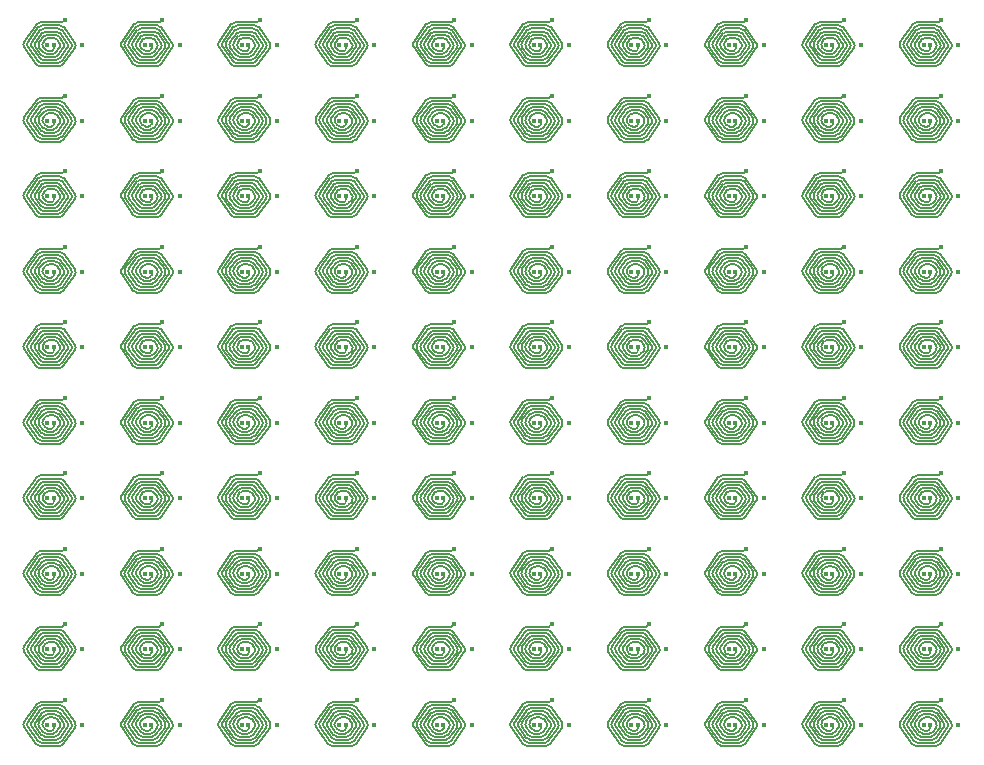
<source format=gbr>
%TF.GenerationSoftware,KiCad,Pcbnew,7.0.1*%
%TF.CreationDate,2024-10-11T23:10:47-04:00*%
%TF.ProjectId,PEST-panel,50455354-2d70-4616-9e65-6c2e6b696361,rev?*%
%TF.SameCoordinates,Original*%
%TF.FileFunction,Copper,L2,Inr*%
%TF.FilePolarity,Positive*%
%FSLAX46Y46*%
G04 Gerber Fmt 4.6, Leading zero omitted, Abs format (unit mm)*
G04 Created by KiCad (PCBNEW 7.0.1) date 2024-10-11 23:10:47*
%MOMM*%
%LPD*%
G01*
G04 APERTURE LIST*
%TA.AperFunction,ViaPad*%
%ADD10C,0.400000*%
%TD*%
%TA.AperFunction,Conductor*%
%ADD11C,0.127000*%
%TD*%
G04 APERTURE END LIST*
D10*
%TO.N,Net-(J1-Pin_1)*%
X74452566Y-57546000D03*
X75408566Y-55426000D03*
X73924566Y-57546000D03*
X76878566Y-57546000D03*
X66209392Y-57546000D03*
X67165392Y-55426000D03*
X65681392Y-57546000D03*
X68635392Y-57546000D03*
X57966218Y-57546000D03*
X58922218Y-55426000D03*
X57438218Y-57546000D03*
X60392218Y-57546000D03*
X49723044Y-57546000D03*
X50679044Y-55426000D03*
X49195044Y-57546000D03*
X52149044Y-57546000D03*
X41479870Y-57546000D03*
X42435870Y-55426000D03*
X40951870Y-57546000D03*
X43905870Y-57546000D03*
X33236696Y-57546000D03*
X34192696Y-55426000D03*
X32708696Y-57546000D03*
X35662696Y-57546000D03*
X24993522Y-57546000D03*
X25949522Y-55426000D03*
X24465522Y-57546000D03*
X27419522Y-57546000D03*
X16750348Y-57546000D03*
X17706348Y-55426000D03*
X16222348Y-57546000D03*
X19176348Y-57546000D03*
X8507174Y-57546000D03*
X9463174Y-55426000D03*
X7979174Y-57546000D03*
X10933174Y-57546000D03*
X264000Y-57546000D03*
X1220000Y-55426000D03*
X-264000Y-57546000D03*
X2690000Y-57546000D03*
X74452566Y-51152000D03*
X75408566Y-49032000D03*
X73924566Y-51152000D03*
X76878566Y-51152000D03*
X66209392Y-51152000D03*
X67165392Y-49032000D03*
X65681392Y-51152000D03*
X68635392Y-51152000D03*
X57966218Y-51152000D03*
X58922218Y-49032000D03*
X57438218Y-51152000D03*
X60392218Y-51152000D03*
X49723044Y-51152000D03*
X50679044Y-49032000D03*
X49195044Y-51152000D03*
X52149044Y-51152000D03*
X41479870Y-51152000D03*
X42435870Y-49032000D03*
X40951870Y-51152000D03*
X43905870Y-51152000D03*
X33236696Y-51152000D03*
X34192696Y-49032000D03*
X32708696Y-51152000D03*
X35662696Y-51152000D03*
X24993522Y-51152000D03*
X25949522Y-49032000D03*
X24465522Y-51152000D03*
X27419522Y-51152000D03*
X16750348Y-51152000D03*
X17706348Y-49032000D03*
X16222348Y-51152000D03*
X19176348Y-51152000D03*
X8507174Y-51152000D03*
X9463174Y-49032000D03*
X7979174Y-51152000D03*
X10933174Y-51152000D03*
X264000Y-51152000D03*
X1220000Y-49032000D03*
X-264000Y-51152000D03*
X2690000Y-51152000D03*
X74452566Y-44758000D03*
X75408566Y-42638000D03*
X73924566Y-44758000D03*
X76878566Y-44758000D03*
X66209392Y-44758000D03*
X67165392Y-42638000D03*
X65681392Y-44758000D03*
X68635392Y-44758000D03*
X57966218Y-44758000D03*
X58922218Y-42638000D03*
X57438218Y-44758000D03*
X60392218Y-44758000D03*
X49723044Y-44758000D03*
X50679044Y-42638000D03*
X49195044Y-44758000D03*
X52149044Y-44758000D03*
X41479870Y-44758000D03*
X42435870Y-42638000D03*
X40951870Y-44758000D03*
X43905870Y-44758000D03*
X33236696Y-44758000D03*
X34192696Y-42638000D03*
X32708696Y-44758000D03*
X35662696Y-44758000D03*
X24993522Y-44758000D03*
X25949522Y-42638000D03*
X24465522Y-44758000D03*
X27419522Y-44758000D03*
X16750348Y-44758000D03*
X17706348Y-42638000D03*
X16222348Y-44758000D03*
X19176348Y-44758000D03*
X8507174Y-44758000D03*
X9463174Y-42638000D03*
X7979174Y-44758000D03*
X10933174Y-44758000D03*
X264000Y-44758000D03*
X1220000Y-42638000D03*
X-264000Y-44758000D03*
X2690000Y-44758000D03*
X74452566Y-38364000D03*
X75408566Y-36244000D03*
X73924566Y-38364000D03*
X76878566Y-38364000D03*
X66209392Y-38364000D03*
X67165392Y-36244000D03*
X65681392Y-38364000D03*
X68635392Y-38364000D03*
X57966218Y-38364000D03*
X58922218Y-36244000D03*
X57438218Y-38364000D03*
X60392218Y-38364000D03*
X49723044Y-38364000D03*
X50679044Y-36244000D03*
X49195044Y-38364000D03*
X52149044Y-38364000D03*
X41479870Y-38364000D03*
X42435870Y-36244000D03*
X40951870Y-38364000D03*
X43905870Y-38364000D03*
X33236696Y-38364000D03*
X34192696Y-36244000D03*
X32708696Y-38364000D03*
X35662696Y-38364000D03*
X24993522Y-38364000D03*
X25949522Y-36244000D03*
X24465522Y-38364000D03*
X27419522Y-38364000D03*
X16750348Y-38364000D03*
X17706348Y-36244000D03*
X16222348Y-38364000D03*
X19176348Y-38364000D03*
X8507174Y-38364000D03*
X9463174Y-36244000D03*
X7979174Y-38364000D03*
X10933174Y-38364000D03*
X264000Y-38364000D03*
X1220000Y-36244000D03*
X-264000Y-38364000D03*
X2690000Y-38364000D03*
X74452566Y-31970000D03*
X75408566Y-29850000D03*
X73924566Y-31970000D03*
X76878566Y-31970000D03*
X66209392Y-31970000D03*
X67165392Y-29850000D03*
X65681392Y-31970000D03*
X68635392Y-31970000D03*
X57966218Y-31970000D03*
X58922218Y-29850000D03*
X57438218Y-31970000D03*
X60392218Y-31970000D03*
X49723044Y-31970000D03*
X50679044Y-29850000D03*
X49195044Y-31970000D03*
X52149044Y-31970000D03*
X41479870Y-31970000D03*
X42435870Y-29850000D03*
X40951870Y-31970000D03*
X43905870Y-31970000D03*
X33236696Y-31970000D03*
X34192696Y-29850000D03*
X32708696Y-31970000D03*
X35662696Y-31970000D03*
X24993522Y-31970000D03*
X25949522Y-29850000D03*
X24465522Y-31970000D03*
X27419522Y-31970000D03*
X16750348Y-31970000D03*
X17706348Y-29850000D03*
X16222348Y-31970000D03*
X19176348Y-31970000D03*
X8507174Y-31970000D03*
X9463174Y-29850000D03*
X7979174Y-31970000D03*
X10933174Y-31970000D03*
X264000Y-31970000D03*
X1220000Y-29850000D03*
X-264000Y-31970000D03*
X2690000Y-31970000D03*
X74452566Y-25576000D03*
X75408566Y-23456000D03*
X73924566Y-25576000D03*
X76878566Y-25576000D03*
X66209392Y-25576000D03*
X67165392Y-23456000D03*
X65681392Y-25576000D03*
X68635392Y-25576000D03*
X57966218Y-25576000D03*
X58922218Y-23456000D03*
X57438218Y-25576000D03*
X60392218Y-25576000D03*
X49723044Y-25576000D03*
X50679044Y-23456000D03*
X49195044Y-25576000D03*
X52149044Y-25576000D03*
X41479870Y-25576000D03*
X42435870Y-23456000D03*
X40951870Y-25576000D03*
X43905870Y-25576000D03*
X33236696Y-25576000D03*
X34192696Y-23456000D03*
X32708696Y-25576000D03*
X35662696Y-25576000D03*
X24993522Y-25576000D03*
X25949522Y-23456000D03*
X24465522Y-25576000D03*
X27419522Y-25576000D03*
X16750348Y-25576000D03*
X17706348Y-23456000D03*
X16222348Y-25576000D03*
X19176348Y-25576000D03*
X8507174Y-25576000D03*
X9463174Y-23456000D03*
X7979174Y-25576000D03*
X10933174Y-25576000D03*
X264000Y-25576000D03*
X1220000Y-23456000D03*
X-264000Y-25576000D03*
X2690000Y-25576000D03*
X74452566Y-19182000D03*
X75408566Y-17062000D03*
X73924566Y-19182000D03*
X76878566Y-19182000D03*
X66209392Y-19182000D03*
X67165392Y-17062000D03*
X65681392Y-19182000D03*
X68635392Y-19182000D03*
X57966218Y-19182000D03*
X58922218Y-17062000D03*
X57438218Y-19182000D03*
X60392218Y-19182000D03*
X49723044Y-19182000D03*
X50679044Y-17062000D03*
X49195044Y-19182000D03*
X52149044Y-19182000D03*
X41479870Y-19182000D03*
X42435870Y-17062000D03*
X40951870Y-19182000D03*
X43905870Y-19182000D03*
X33236696Y-19182000D03*
X34192696Y-17062000D03*
X32708696Y-19182000D03*
X35662696Y-19182000D03*
X24993522Y-19182000D03*
X25949522Y-17062000D03*
X24465522Y-19182000D03*
X27419522Y-19182000D03*
X16750348Y-19182000D03*
X17706348Y-17062000D03*
X16222348Y-19182000D03*
X19176348Y-19182000D03*
X8507174Y-19182000D03*
X9463174Y-17062000D03*
X7979174Y-19182000D03*
X10933174Y-19182000D03*
X264000Y-19182000D03*
X1220000Y-17062000D03*
X-264000Y-19182000D03*
X2690000Y-19182000D03*
X74452566Y-12788000D03*
X75408566Y-10668000D03*
X73924566Y-12788000D03*
X76878566Y-12788000D03*
X66209392Y-12788000D03*
X67165392Y-10668000D03*
X65681392Y-12788000D03*
X68635392Y-12788000D03*
X57966218Y-12788000D03*
X58922218Y-10668000D03*
X57438218Y-12788000D03*
X60392218Y-12788000D03*
X49723044Y-12788000D03*
X50679044Y-10668000D03*
X49195044Y-12788000D03*
X52149044Y-12788000D03*
X41479870Y-12788000D03*
X42435870Y-10668000D03*
X40951870Y-12788000D03*
X43905870Y-12788000D03*
X33236696Y-12788000D03*
X34192696Y-10668000D03*
X32708696Y-12788000D03*
X35662696Y-12788000D03*
X24993522Y-12788000D03*
X25949522Y-10668000D03*
X24465522Y-12788000D03*
X27419522Y-12788000D03*
X16750348Y-12788000D03*
X17706348Y-10668000D03*
X16222348Y-12788000D03*
X19176348Y-12788000D03*
X8507174Y-12788000D03*
X9463174Y-10668000D03*
X7979174Y-12788000D03*
X10933174Y-12788000D03*
X264000Y-12788000D03*
X1220000Y-10668000D03*
X-264000Y-12788000D03*
X2690000Y-12788000D03*
X74452566Y-6394000D03*
X75408566Y-4274000D03*
X73924566Y-6394000D03*
X76878566Y-6394000D03*
X66209392Y-6394000D03*
X67165392Y-4274000D03*
X65681392Y-6394000D03*
X68635392Y-6394000D03*
X57966218Y-6394000D03*
X58922218Y-4274000D03*
X57438218Y-6394000D03*
X60392218Y-6394000D03*
X49723044Y-6394000D03*
X50679044Y-4274000D03*
X49195044Y-6394000D03*
X52149044Y-6394000D03*
X41479870Y-6394000D03*
X42435870Y-4274000D03*
X40951870Y-6394000D03*
X43905870Y-6394000D03*
X33236696Y-6394000D03*
X34192696Y-4274000D03*
X32708696Y-6394000D03*
X35662696Y-6394000D03*
X24993522Y-6394000D03*
X25949522Y-4274000D03*
X24465522Y-6394000D03*
X27419522Y-6394000D03*
X16750348Y-6394000D03*
X17706348Y-4274000D03*
X16222348Y-6394000D03*
X19176348Y-6394000D03*
X8507174Y-6394000D03*
X9463174Y-4274000D03*
X7979174Y-6394000D03*
X10933174Y-6394000D03*
X264000Y-6394000D03*
X1220000Y-4274000D03*
X-264000Y-6394000D03*
X2690000Y-6394000D03*
X74452566Y0D03*
X75408566Y2120000D03*
X73924566Y0D03*
X76878566Y0D03*
X66209392Y0D03*
X67165392Y2120000D03*
X65681392Y0D03*
X68635392Y0D03*
X57966218Y0D03*
X58922218Y2120000D03*
X57438218Y0D03*
X60392218Y0D03*
X49723044Y0D03*
X50679044Y2120000D03*
X49195044Y0D03*
X52149044Y0D03*
X41479870Y0D03*
X42435870Y2120000D03*
X40951870Y0D03*
X43905870Y0D03*
X33236696Y0D03*
X34192696Y2120000D03*
X32708696Y0D03*
X35662696Y0D03*
X24993522Y0D03*
X25949522Y2120000D03*
X24465522Y0D03*
X27419522Y0D03*
X16750348Y0D03*
X17706348Y2120000D03*
X16222348Y0D03*
X19176348Y0D03*
X8507174Y0D03*
X9463174Y2120000D03*
X7979174Y0D03*
X10933174Y0D03*
X-264000Y0D03*
X2690000Y0D03*
X1220000Y2120000D03*
X264000Y0D03*
%TD*%
D11*
%TO.N,Net-(J1-Pin_1)*%
X75177120Y-56304447D02*
G75*
G03*
X74852865Y-56138709I-324220J-234253D01*
G01*
X73125453Y-58915891D02*
G75*
G03*
X73450774Y-59083195I325347J232691D01*
G01*
X75326368Y-56047495D02*
G75*
G03*
X75000071Y-55878901I-326268J-231405D01*
G01*
X74667150Y-58823351D02*
G75*
G03*
X74989025Y-58660864I50J399951D01*
G01*
X73602307Y-57253498D02*
G75*
G03*
X73604875Y-57775287I304493J-259402D01*
G01*
X73339337Y-55619127D02*
G75*
G03*
X73012010Y-55789187I-37J-399973D01*
G01*
X74963424Y-59343021D02*
G75*
G03*
X75289984Y-59173998I-24J400021D01*
G01*
X74375494Y-58303778D02*
G75*
G03*
X74685942Y-58156007I6J399978D01*
G01*
X75283658Y-57824183D02*
G75*
G03*
X75282760Y-57336848I-317658J243083D01*
G01*
X71965940Y-57278497D02*
G75*
G03*
X71966193Y-57738663I327360J-229903D01*
G01*
X75028101Y-56560272D02*
G75*
G03*
X74706812Y-56398516I-321301J-238228D01*
G01*
X75154115Y-55619109D02*
G75*
G03*
X75372545Y-55490699I-15J250009D01*
G01*
X74235170Y-58043955D02*
G75*
G03*
X74381410Y-58016272I30J399955D01*
G01*
X73423394Y-58404489D02*
G75*
G03*
X73742665Y-58563580I319306J240889D01*
G01*
X73929559Y-56658283D02*
G75*
G03*
X73614953Y-56811296I41J-400017D01*
G01*
X73783556Y-56398475D02*
G75*
G03*
X73463537Y-56558542I44J-400025D01*
G01*
X72976106Y-59173244D02*
G75*
G03*
X73303172Y-59343003I327094J230244D01*
G01*
X76251778Y-57814382D02*
G75*
G03*
X76251460Y-57351967I-326578J230982D01*
G01*
X75931805Y-57816510D02*
G75*
G03*
X75931424Y-57348561I-324605J233710D01*
G01*
X73259179Y-57264464D02*
G75*
G03*
X73260386Y-57760065I314621J-247036D01*
G01*
X74949167Y-57832125D02*
G75*
G03*
X74947384Y-57325496I-310467J252225D01*
G01*
X73636158Y-56138672D02*
G75*
G03*
X73312778Y-56303285I42J-400028D01*
G01*
X74381400Y-58016247D02*
G75*
G03*
X74503952Y-57788690I-73100J186147D01*
G01*
X74072662Y-56918092D02*
G75*
G03*
X73768174Y-57058734I38J-400008D01*
G01*
X74520338Y-58563617D02*
G75*
G03*
X74838007Y-58406655I-38J400017D01*
G01*
X72605987Y-57274084D02*
G75*
G03*
X72606480Y-57745593I323413J-235416D01*
G01*
X73718829Y-57906385D02*
G75*
G03*
X74020720Y-58043965I301871J262385D01*
G01*
X74879541Y-56814054D02*
G75*
G03*
X74562813Y-56658324I-316741J-244246D01*
G01*
X73274584Y-58659442D02*
G75*
G03*
X73597478Y-58823388I322916J236042D01*
G01*
X74814987Y-59083186D02*
G75*
G03*
X75139611Y-58916902I13J399986D01*
G01*
X74731714Y-57063797D02*
G75*
G03*
X74423033Y-56918132I-308714J-254303D01*
G01*
X73487985Y-55878888D02*
G75*
G03*
X73162315Y-56046652I15J-400012D01*
G01*
X72929791Y-57270413D02*
G75*
G03*
X72930467Y-57751286I320009J-239987D01*
G01*
X72285154Y-57276651D02*
G75*
G03*
X72285482Y-57741608I325646J-232249D01*
G01*
X73571631Y-58152350D02*
G75*
G03*
X73884973Y-58303772I313369J248550D01*
G01*
X75609739Y-57819575D02*
G75*
G03*
X75609155Y-57343836I-321839J237475D01*
G01*
X74503952Y-57788690D02*
X74452566Y-57546000D01*
X73259147Y-57264439D02*
X73614953Y-56811296D01*
X75028114Y-56560262D02*
X75609155Y-57343836D01*
X74072662Y-56918132D02*
X74423033Y-56918132D01*
X74731743Y-57063774D02*
X74947385Y-57325496D01*
X75177100Y-56304461D02*
X75931424Y-57348561D01*
X74375494Y-58303772D02*
X73884973Y-58303772D01*
X74667150Y-58823388D02*
X73597478Y-58823388D01*
X73602275Y-57253471D02*
X73768174Y-57058734D01*
X72976089Y-59173256D02*
X71966193Y-57738663D01*
X74814987Y-59083195D02*
X73450774Y-59083195D01*
X74520338Y-58563580D02*
X73742665Y-58563580D01*
X72929747Y-57270380D02*
X73463537Y-56558542D01*
X73487985Y-55878901D02*
X75000071Y-55878901D01*
X73339337Y-55619094D02*
X75154115Y-55619094D01*
X75609730Y-57819568D02*
X74989026Y-58660865D01*
X74949122Y-57832089D02*
X74685942Y-58156007D01*
X73125434Y-58915905D02*
X72285481Y-57741608D01*
X75326349Y-56047508D02*
X76251460Y-57351967D01*
X73636158Y-56138709D02*
X74852865Y-56138709D01*
X72606011Y-57274101D02*
X73312777Y-56303284D01*
X76251741Y-57814356D02*
X75289984Y-59173998D01*
X74235170Y-58043965D02*
X74020720Y-58043965D01*
X74879556Y-56814042D02*
X75282761Y-57336848D01*
X73783556Y-56398516D02*
X74706812Y-56398516D01*
X73274566Y-58659455D02*
X72606480Y-57745593D01*
X75283688Y-57824206D02*
X74838008Y-58406655D01*
X73571606Y-58152370D02*
X73260386Y-57760065D01*
X72285152Y-57276649D02*
X73162315Y-56046652D01*
X75372546Y-55490699D02*
X75408566Y-55426000D01*
X73423365Y-58404511D02*
X72930467Y-57751286D01*
X71965949Y-57278503D02*
X73012010Y-55789187D01*
X73718832Y-57906383D02*
X73604875Y-57775287D01*
X73929559Y-56658324D02*
X74562813Y-56658324D01*
X75931813Y-57816516D02*
X75139611Y-58916902D01*
X74963424Y-59343003D02*
X73303172Y-59343003D01*
X66933928Y-56304459D02*
G75*
G03*
X66609691Y-56138709I-324228J-234241D01*
G01*
X64882262Y-58915904D02*
G75*
G03*
X65207600Y-59083195I325338J232704D01*
G01*
X67083177Y-56047507D02*
G75*
G03*
X66756897Y-55878901I-326277J-231393D01*
G01*
X66423976Y-58823372D02*
G75*
G03*
X66745851Y-58660864I24J399972D01*
G01*
X65359133Y-57253498D02*
G75*
G03*
X65361701Y-57775287I304467J-259402D01*
G01*
X65096163Y-55619067D02*
G75*
G03*
X64768837Y-55789188I37J-400033D01*
G01*
X66720250Y-59343042D02*
G75*
G03*
X67046809Y-59173998I-50J400042D01*
G01*
X66132320Y-58303798D02*
G75*
G03*
X66442768Y-58156007I-20J399998D01*
G01*
X67040484Y-57824183D02*
G75*
G03*
X67039587Y-57336848I-317684J243083D01*
G01*
X63722767Y-57278497D02*
G75*
G03*
X63723020Y-57738663I327333J-229903D01*
G01*
X66784910Y-56560284D02*
G75*
G03*
X66463638Y-56398516I-321310J-238216D01*
G01*
X66910941Y-55619132D02*
G75*
G03*
X67129371Y-55490699I-41J250032D01*
G01*
X65991996Y-58043965D02*
G75*
G03*
X66138236Y-58016273I4J399965D01*
G01*
X65180203Y-58404502D02*
G75*
G03*
X65499491Y-58563580I319297J240902D01*
G01*
X65686385Y-56658304D02*
G75*
G03*
X65371780Y-56811296I15J-399996D01*
G01*
X65540382Y-56398496D02*
G75*
G03*
X65220363Y-56558542I18J-400004D01*
G01*
X64732915Y-59173256D02*
G75*
G03*
X65059998Y-59343003I327085J230256D01*
G01*
X68008604Y-57814382D02*
G75*
G03*
X68008285Y-57351967I-326604J230982D01*
G01*
X67688631Y-57816510D02*
G75*
G03*
X67688250Y-57348561I-324631J233710D01*
G01*
X65016006Y-57264465D02*
G75*
G03*
X65017213Y-57760065I314594J-247035D01*
G01*
X66705993Y-57832125D02*
G75*
G03*
X66704210Y-57325497I-310493J252225D01*
G01*
X65392984Y-56138693D02*
G75*
G03*
X65069604Y-56303285I16J-400007D01*
G01*
X66138232Y-58016262D02*
G75*
G03*
X66260777Y-57788690I-73132J186162D01*
G01*
X65829488Y-56918112D02*
G75*
G03*
X65525001Y-57058734I12J-399988D01*
G01*
X66277164Y-58563558D02*
G75*
G03*
X66594833Y-58406654I36J399958D01*
G01*
X64362813Y-57274084D02*
G75*
G03*
X64363306Y-57745593I323387J-235416D01*
G01*
X65475640Y-57906398D02*
G75*
G03*
X65777546Y-58043965I301860J262398D01*
G01*
X66636350Y-56814066D02*
G75*
G03*
X66319639Y-56658324I-316750J-244234D01*
G01*
X65031393Y-58659454D02*
G75*
G03*
X65354304Y-58823388I322907J236054D01*
G01*
X66571813Y-59083207D02*
G75*
G03*
X66896437Y-58916902I-13J400007D01*
G01*
X66488585Y-57063761D02*
G75*
G03*
X66179859Y-56918132I-308685J-254339D01*
G01*
X65244811Y-55878909D02*
G75*
G03*
X64919141Y-56046652I-11J-399991D01*
G01*
X64686617Y-57270413D02*
G75*
G03*
X64687294Y-57751286I319983J-239987D01*
G01*
X64041980Y-57276651D02*
G75*
G03*
X64042308Y-57741608I325620J-232249D01*
G01*
X65328441Y-58152363D02*
G75*
G03*
X65641799Y-58303772I313359J248563D01*
G01*
X67366565Y-57819575D02*
G75*
G03*
X67365981Y-57343836I-321865J237475D01*
G01*
X66260778Y-57788690D02*
X66209392Y-57546000D01*
X65015973Y-57264439D02*
X65371779Y-56811296D01*
X66784940Y-56560262D02*
X67365981Y-57343836D01*
X65829488Y-56918132D02*
X66179859Y-56918132D01*
X66488569Y-57063774D02*
X66704211Y-57325496D01*
X66933926Y-56304461D02*
X67688250Y-57348561D01*
X66132320Y-58303772D02*
X65641799Y-58303772D01*
X66423976Y-58823388D02*
X65354304Y-58823388D01*
X65359101Y-57253471D02*
X65525000Y-57058734D01*
X64732915Y-59173256D02*
X63723019Y-57738663D01*
X66571813Y-59083195D02*
X65207600Y-59083195D01*
X66277164Y-58563580D02*
X65499491Y-58563580D01*
X64686573Y-57270380D02*
X65220363Y-56558542D01*
X65244811Y-55878901D02*
X66756897Y-55878901D01*
X65096163Y-55619094D02*
X66910941Y-55619094D01*
X67366556Y-57819568D02*
X66745852Y-58660865D01*
X66705948Y-57832089D02*
X66442768Y-58156007D01*
X64882260Y-58915905D02*
X64042307Y-57741608D01*
X67083175Y-56047508D02*
X68008286Y-57351967D01*
X65392984Y-56138709D02*
X66609691Y-56138709D01*
X64362837Y-57274101D02*
X65069603Y-56303284D01*
X68008567Y-57814356D02*
X67046810Y-59173998D01*
X65991996Y-58043965D02*
X65777546Y-58043965D01*
X66636382Y-56814042D02*
X67039587Y-57336848D01*
X65540382Y-56398516D02*
X66463638Y-56398516D01*
X65031392Y-58659455D02*
X64363306Y-57745593D01*
X67040514Y-57824206D02*
X66594834Y-58406655D01*
X65328432Y-58152370D02*
X65017212Y-57760065D01*
X64041978Y-57276649D02*
X64919141Y-56046652D01*
X67129372Y-55490699D02*
X67165392Y-55426000D01*
X65180191Y-58404511D02*
X64687293Y-57751286D01*
X63722775Y-57278503D02*
X64768836Y-55789187D01*
X65475658Y-57906383D02*
X65361701Y-57775287D01*
X65686385Y-56658324D02*
X66319639Y-56658324D01*
X67688639Y-57816516D02*
X66896437Y-58916902D01*
X66720250Y-59343003D02*
X65059998Y-59343003D01*
X58690737Y-56304472D02*
G75*
G03*
X58366517Y-56138709I-324237J-234228D01*
G01*
X56639071Y-58915916D02*
G75*
G03*
X56964426Y-59083195I325329J232716D01*
G01*
X58839985Y-56047519D02*
G75*
G03*
X58513723Y-55878901I-326285J-231381D01*
G01*
X58180802Y-58823393D02*
G75*
G03*
X58502677Y-58660865I-2J399993D01*
G01*
X57115959Y-57253498D02*
G75*
G03*
X57118528Y-57775286I304441J-259402D01*
G01*
X56852989Y-55619088D02*
G75*
G03*
X56525663Y-55789187I11J-400012D01*
G01*
X58477076Y-59342982D02*
G75*
G03*
X58803636Y-59173998I24J399982D01*
G01*
X57889146Y-58303818D02*
G75*
G03*
X58199594Y-58156007I-46J400018D01*
G01*
X58797310Y-57824183D02*
G75*
G03*
X58796412Y-57336848I-317610J243083D01*
G01*
X55479592Y-57278497D02*
G75*
G03*
X55479845Y-57738663I327308J-229903D01*
G01*
X58541784Y-56560249D02*
G75*
G03*
X58220464Y-56398516I-321284J-238251D01*
G01*
X58667767Y-55619068D02*
G75*
G03*
X58886198Y-55490699I33J249968D01*
G01*
X57748822Y-58043974D02*
G75*
G03*
X57895062Y-58016272I-22J399974D01*
G01*
X56937013Y-58404514D02*
G75*
G03*
X57256317Y-58563580I319287J240914D01*
G01*
X57443211Y-56658324D02*
G75*
G03*
X57128605Y-56811296I-11J-399976D01*
G01*
X57297208Y-56398517D02*
G75*
G03*
X56977189Y-56558542I-8J-399983D01*
G01*
X56489724Y-59173268D02*
G75*
G03*
X56816824Y-59343003I327076J230268D01*
G01*
X59765430Y-57814382D02*
G75*
G03*
X59765111Y-57351968I-326630J230982D01*
G01*
X59445457Y-57816510D02*
G75*
G03*
X59445076Y-57348561I-324657J233710D01*
G01*
X56772831Y-57264464D02*
G75*
G03*
X56774038Y-57760065I314569J-247036D01*
G01*
X58462818Y-57832125D02*
G75*
G03*
X58461036Y-57325497I-310518J252225D01*
G01*
X57149810Y-56138714D02*
G75*
G03*
X56826430Y-56303285I-10J-399986D01*
G01*
X57895064Y-58016277D02*
G75*
G03*
X58017604Y-57788690I-73164J186177D01*
G01*
X57586314Y-56918132D02*
G75*
G03*
X57281827Y-57058735I-14J-399968D01*
G01*
X58033990Y-58563579D02*
G75*
G03*
X58351660Y-58406655I10J399979D01*
G01*
X56119639Y-57274084D02*
G75*
G03*
X56120132Y-57745593I323361J-235416D01*
G01*
X57232509Y-57906362D02*
G75*
G03*
X57534372Y-58043965I301891J262362D01*
G01*
X58393223Y-56814031D02*
G75*
G03*
X58076465Y-56658324I-316723J-244269D01*
G01*
X56788202Y-58659467D02*
G75*
G03*
X57111130Y-58823388I322898J236067D01*
G01*
X58328639Y-59083228D02*
G75*
G03*
X58653263Y-58916902I-39J400028D01*
G01*
X58245395Y-57063774D02*
G75*
G03*
X57936685Y-56918132I-308695J-254326D01*
G01*
X57001637Y-55878931D02*
G75*
G03*
X56675968Y-56046653I-37J-399969D01*
G01*
X56443443Y-57270413D02*
G75*
G03*
X56444119Y-57751286I319957J-239987D01*
G01*
X55798806Y-57276651D02*
G75*
G03*
X55799134Y-57741607I325694J-232249D01*
G01*
X57085251Y-58152376D02*
G75*
G03*
X57398625Y-58303772I313349J248576D01*
G01*
X59123390Y-57819574D02*
G75*
G03*
X59122806Y-57343837I-321890J237474D01*
G01*
X58017604Y-57788690D02*
X57966218Y-57546000D01*
X56772799Y-57264439D02*
X57128605Y-56811296D01*
X58541766Y-56560262D02*
X59122807Y-57343836D01*
X57586314Y-56918132D02*
X57936685Y-56918132D01*
X58245395Y-57063774D02*
X58461037Y-57325496D01*
X58690752Y-56304461D02*
X59445076Y-57348561D01*
X57889146Y-58303772D02*
X57398625Y-58303772D01*
X58180802Y-58823388D02*
X57111130Y-58823388D01*
X57115927Y-57253471D02*
X57281826Y-57058734D01*
X56489741Y-59173256D02*
X55479845Y-57738663D01*
X58328639Y-59083195D02*
X56964426Y-59083195D01*
X58033990Y-58563580D02*
X57256317Y-58563580D01*
X56443399Y-57270380D02*
X56977189Y-56558542D01*
X57001637Y-55878901D02*
X58513723Y-55878901D01*
X56852989Y-55619094D02*
X58667767Y-55619094D01*
X59123382Y-57819568D02*
X58502678Y-58660865D01*
X58462774Y-57832089D02*
X58199594Y-58156007D01*
X56639086Y-58915905D02*
X55799133Y-57741608D01*
X58840001Y-56047508D02*
X59765112Y-57351967D01*
X57149810Y-56138709D02*
X58366517Y-56138709D01*
X56119663Y-57274101D02*
X56826429Y-56303284D01*
X59765393Y-57814356D02*
X58803636Y-59173998D01*
X57748822Y-58043965D02*
X57534372Y-58043965D01*
X58393208Y-56814042D02*
X58796413Y-57336848D01*
X57297208Y-56398516D02*
X58220464Y-56398516D01*
X56788218Y-58659455D02*
X56120132Y-57745593D01*
X58797340Y-57824206D02*
X58351660Y-58406655D01*
X57085258Y-58152370D02*
X56774038Y-57760065D01*
X55798804Y-57276649D02*
X56675967Y-56046652D01*
X58886198Y-55490699D02*
X58922218Y-55426000D01*
X56937017Y-58404511D02*
X56444119Y-57751286D01*
X55479601Y-57278503D02*
X56525662Y-55789187D01*
X57232484Y-57906383D02*
X57118527Y-57775287D01*
X57443211Y-56658324D02*
X58076465Y-56658324D01*
X59445465Y-57816516D02*
X58653263Y-58916902D01*
X58477076Y-59343003D02*
X56816824Y-59343003D01*
X50447546Y-56304484D02*
G75*
G03*
X50123343Y-56138709I-324246J-234216D01*
G01*
X48395879Y-58915928D02*
G75*
G03*
X48721252Y-59083195I325321J232728D01*
G01*
X50596794Y-56047531D02*
G75*
G03*
X50270549Y-55878901I-326294J-231369D01*
G01*
X49937628Y-58823414D02*
G75*
G03*
X50259503Y-58660865I-28J400014D01*
G01*
X48872784Y-57253498D02*
G75*
G03*
X48875353Y-57775287I304416J-259402D01*
G01*
X48609815Y-55619109D02*
G75*
G03*
X48282488Y-55789187I-15J-399991D01*
G01*
X50233902Y-59343003D02*
G75*
G03*
X50560462Y-59173998I-2J400003D01*
G01*
X49645972Y-58303761D02*
G75*
G03*
X49956420Y-58156007I28J399961D01*
G01*
X50554136Y-57824183D02*
G75*
G03*
X50553239Y-57336848I-317636J243083D01*
G01*
X47236418Y-57278497D02*
G75*
G03*
X47236671Y-57738663I327382J-229903D01*
G01*
X50298593Y-56560261D02*
G75*
G03*
X49977290Y-56398516I-321293J-238239D01*
G01*
X50424593Y-55619090D02*
G75*
G03*
X50643023Y-55490699I7J249990D01*
G01*
X49505648Y-58043947D02*
G75*
G03*
X49651888Y-58016272I52J399947D01*
G01*
X48693822Y-58404527D02*
G75*
G03*
X49013143Y-58563580I319278J240927D01*
G01*
X49200037Y-56658345D02*
G75*
G03*
X48885432Y-56811296I-37J-399955D01*
G01*
X49054034Y-56398538D02*
G75*
G03*
X48734016Y-56558542I-34J-399962D01*
G01*
X48246599Y-59173233D02*
G75*
G03*
X48573650Y-59343003I327101J230233D01*
G01*
X51522256Y-57814382D02*
G75*
G03*
X51521938Y-57351967I-326556J230982D01*
G01*
X51202283Y-57816510D02*
G75*
G03*
X51201902Y-57348561I-324583J233710D01*
G01*
X48529657Y-57264464D02*
G75*
G03*
X48530864Y-57760065I314543J-247036D01*
G01*
X50219645Y-57832125D02*
G75*
G03*
X50217862Y-57325497I-310445J252225D01*
G01*
X48906636Y-56138735D02*
G75*
G03*
X48583256Y-56303285I-36J-399965D01*
G01*
X49651873Y-58016234D02*
G75*
G03*
X49774429Y-57788690I-73073J186134D01*
G01*
X49343140Y-56918151D02*
G75*
G03*
X49038652Y-57058734I-40J-399949D01*
G01*
X49790816Y-58563600D02*
G75*
G03*
X50108486Y-58406655I-16J400000D01*
G01*
X47876465Y-57274083D02*
G75*
G03*
X47876958Y-57745593I323435J-235417D01*
G01*
X48989320Y-57906374D02*
G75*
G03*
X49291198Y-58043965I301880J262374D01*
G01*
X50150032Y-56814043D02*
G75*
G03*
X49833291Y-56658324I-316732J-244257D01*
G01*
X48545076Y-58659431D02*
G75*
G03*
X48867956Y-58823388I322924J236031D01*
G01*
X50085465Y-59083168D02*
G75*
G03*
X50410089Y-58916902I35J399968D01*
G01*
X50002206Y-57063787D02*
G75*
G03*
X49693511Y-56918132I-308706J-254313D01*
G01*
X48758463Y-55878870D02*
G75*
G03*
X48432793Y-56046652I37J-400030D01*
G01*
X48200269Y-57270413D02*
G75*
G03*
X48200945Y-57751286I319931J-239987D01*
G01*
X47555632Y-57276651D02*
G75*
G03*
X47555960Y-57741608I325668J-232249D01*
G01*
X48842122Y-58152340D02*
G75*
G03*
X49155451Y-58303772I313378J248540D01*
G01*
X50880216Y-57819574D02*
G75*
G03*
X50879632Y-57343836I-321916J237474D01*
G01*
X49774430Y-57788690D02*
X49723044Y-57546000D01*
X48529625Y-57264439D02*
X48885431Y-56811296D01*
X50298592Y-56560262D02*
X50879633Y-57343836D01*
X49343140Y-56918132D02*
X49693511Y-56918132D01*
X50002221Y-57063774D02*
X50217863Y-57325496D01*
X50447578Y-56304461D02*
X51201902Y-57348561D01*
X49645972Y-58303772D02*
X49155451Y-58303772D01*
X49937628Y-58823388D02*
X48867956Y-58823388D01*
X48872753Y-57253471D02*
X49038652Y-57058734D01*
X48246567Y-59173256D02*
X47236671Y-57738663D01*
X50085465Y-59083195D02*
X48721252Y-59083195D01*
X49790816Y-58563580D02*
X49013143Y-58563580D01*
X48200225Y-57270380D02*
X48734015Y-56558542D01*
X48758463Y-55878901D02*
X50270549Y-55878901D01*
X48609815Y-55619094D02*
X50424593Y-55619094D01*
X50880208Y-57819568D02*
X50259504Y-58660865D01*
X50219600Y-57832089D02*
X49956420Y-58156007D01*
X48395912Y-58915905D02*
X47555959Y-57741608D01*
X50596827Y-56047508D02*
X51521938Y-57351967D01*
X48906636Y-56138709D02*
X50123343Y-56138709D01*
X47876489Y-57274101D02*
X48583255Y-56303284D01*
X51522219Y-57814356D02*
X50560462Y-59173998D01*
X49505648Y-58043965D02*
X49291198Y-58043965D01*
X50150034Y-56814042D02*
X50553239Y-57336848D01*
X49054034Y-56398516D02*
X49977290Y-56398516D01*
X48545044Y-58659455D02*
X47876958Y-57745593D01*
X50554166Y-57824206D02*
X50108486Y-58406655D01*
X48842084Y-58152370D02*
X48530864Y-57760065D01*
X47555630Y-57276649D02*
X48432793Y-56046652D01*
X50643024Y-55490699D02*
X50679044Y-55426000D01*
X48693843Y-58404511D02*
X48200945Y-57751286D01*
X47236427Y-57278503D02*
X48282488Y-55789187D01*
X48989310Y-57906383D02*
X48875353Y-57775287D01*
X49200037Y-56658324D02*
X49833291Y-56658324D01*
X51202291Y-57816516D02*
X50410089Y-58916902D01*
X50233902Y-59343003D02*
X48573650Y-59343003D01*
X42204421Y-56304449D02*
G75*
G03*
X41880169Y-56138709I-324221J-234251D01*
G01*
X40152754Y-58915893D02*
G75*
G03*
X40478078Y-59083195I325346J232693D01*
G01*
X42353669Y-56047496D02*
G75*
G03*
X42027375Y-55878901I-326269J-231404D01*
G01*
X41694454Y-58823355D02*
G75*
G03*
X42016330Y-58660865I46J399955D01*
G01*
X40629611Y-57253498D02*
G75*
G03*
X40632179Y-57775287I304489J-259402D01*
G01*
X40366641Y-55619130D02*
G75*
G03*
X40039314Y-55789187I-41J-399970D01*
G01*
X41990728Y-59343024D02*
G75*
G03*
X42317287Y-59173998I-28J400024D01*
G01*
X41402798Y-58303781D02*
G75*
G03*
X41713246Y-58156007I2J399981D01*
G01*
X42310962Y-57824183D02*
G75*
G03*
X42310064Y-57336849I-317662J243083D01*
G01*
X38993245Y-57278497D02*
G75*
G03*
X38993498Y-57738663I327355J-229903D01*
G01*
X42055403Y-56560273D02*
G75*
G03*
X41734116Y-56398516I-321303J-238227D01*
G01*
X42181419Y-55619113D02*
G75*
G03*
X42399850Y-55490699I-19J250013D01*
G01*
X41262474Y-58043957D02*
G75*
G03*
X41408714Y-58016273I26J399957D01*
G01*
X40450695Y-58404491D02*
G75*
G03*
X40769969Y-58563580I319305J240891D01*
G01*
X40956863Y-56658287D02*
G75*
G03*
X40642258Y-56811297I37J-400013D01*
G01*
X40810860Y-56398478D02*
G75*
G03*
X40490841Y-56558542I40J-400022D01*
G01*
X40003408Y-59173246D02*
G75*
G03*
X40330476Y-59343003I327092J230246D01*
G01*
X43279082Y-57814382D02*
G75*
G03*
X43278763Y-57351967I-326582J230982D01*
G01*
X42959109Y-57816510D02*
G75*
G03*
X42958727Y-57348561I-324609J233710D01*
G01*
X40286484Y-57264465D02*
G75*
G03*
X40287691Y-57760064I314616J-247035D01*
G01*
X41976471Y-57832125D02*
G75*
G03*
X41974688Y-57325497I-310471J252225D01*
G01*
X40663462Y-56138675D02*
G75*
G03*
X40340082Y-56303284I38J-400025D01*
G01*
X41408705Y-58016250D02*
G75*
G03*
X41531256Y-57788690I-73105J186150D01*
G01*
X41099966Y-56918095D02*
G75*
G03*
X40795478Y-57058734I34J-400005D01*
G01*
X41547642Y-58563620D02*
G75*
G03*
X41865311Y-58406655I-42J400020D01*
G01*
X39633291Y-57274083D02*
G75*
G03*
X39633784Y-57745593I323409J-235417D01*
G01*
X40746131Y-57906387D02*
G75*
G03*
X41048024Y-58043965I301869J262387D01*
G01*
X41906842Y-56814056D02*
G75*
G03*
X41590117Y-56658324I-316742J-244244D01*
G01*
X40301885Y-58659444D02*
G75*
G03*
X40624782Y-58823388I322915J236044D01*
G01*
X41842291Y-59083189D02*
G75*
G03*
X42166915Y-58916902I9J399989D01*
G01*
X41759016Y-57063799D02*
G75*
G03*
X41450337Y-56918132I-308716J-254301D01*
G01*
X40515289Y-55878891D02*
G75*
G03*
X40189619Y-56046652I11J-400009D01*
G01*
X39957095Y-57270413D02*
G75*
G03*
X39957771Y-57751286I320005J-239987D01*
G01*
X39312458Y-57276651D02*
G75*
G03*
X39312785Y-57741608I325642J-232249D01*
G01*
X40598932Y-58152352D02*
G75*
G03*
X40912277Y-58303772I313368J248552D01*
G01*
X42637043Y-57819574D02*
G75*
G03*
X42636459Y-57343836I-321843J237474D01*
G01*
X41531256Y-57788690D02*
X41479870Y-57546000D01*
X40286451Y-57264439D02*
X40642257Y-56811296D01*
X42055418Y-56560262D02*
X42636459Y-57343836D01*
X41099966Y-56918132D02*
X41450337Y-56918132D01*
X41759047Y-57063774D02*
X41974689Y-57325496D01*
X42204404Y-56304461D02*
X42958728Y-57348561D01*
X41402798Y-58303772D02*
X40912277Y-58303772D01*
X41694454Y-58823388D02*
X40624782Y-58823388D01*
X40629579Y-57253471D02*
X40795478Y-57058734D01*
X40003393Y-59173256D02*
X38993497Y-57738663D01*
X41842291Y-59083195D02*
X40478078Y-59083195D01*
X41547642Y-58563580D02*
X40769969Y-58563580D01*
X39957051Y-57270380D02*
X40490841Y-56558542D01*
X40515289Y-55878901D02*
X42027375Y-55878901D01*
X40366641Y-55619094D02*
X42181419Y-55619094D01*
X42637034Y-57819568D02*
X42016330Y-58660865D01*
X41976426Y-57832089D02*
X41713246Y-58156007D01*
X40152738Y-58915905D02*
X39312785Y-57741608D01*
X42353653Y-56047508D02*
X43278764Y-57351967D01*
X40663462Y-56138709D02*
X41880169Y-56138709D01*
X39633315Y-57274101D02*
X40340081Y-56303284D01*
X43279045Y-57814356D02*
X42317288Y-59173998D01*
X41262474Y-58043965D02*
X41048024Y-58043965D01*
X41906860Y-56814042D02*
X42310065Y-57336848D01*
X40810860Y-56398516D02*
X41734116Y-56398516D01*
X40301870Y-58659455D02*
X39633784Y-57745593D01*
X42310992Y-57824206D02*
X41865312Y-58406655D01*
X40598910Y-58152370D02*
X40287690Y-57760065D01*
X39312456Y-57276649D02*
X40189619Y-56046652D01*
X42399850Y-55490699D02*
X42435870Y-55426000D01*
X40450669Y-58404511D02*
X39957771Y-57751286D01*
X38993253Y-57278503D02*
X40039314Y-55789187D01*
X40746136Y-57906383D02*
X40632179Y-57775287D01*
X40956863Y-56658324D02*
X41590117Y-56658324D01*
X42959117Y-57816516D02*
X42166915Y-58916902D01*
X41990728Y-59343003D02*
X40330476Y-59343003D01*
X33961230Y-56304461D02*
G75*
G03*
X33636995Y-56138709I-324230J-234239D01*
G01*
X31909563Y-58915906D02*
G75*
G03*
X32234904Y-59083195I325337J232706D01*
G01*
X34110478Y-56047509D02*
G75*
G03*
X33784201Y-55878901I-326278J-231391D01*
G01*
X33451280Y-58823376D02*
G75*
G03*
X33773156Y-58660865I20J399976D01*
G01*
X32386437Y-57253498D02*
G75*
G03*
X32389005Y-57775287I304463J-259402D01*
G01*
X32123467Y-55619070D02*
G75*
G03*
X31796141Y-55789187I33J-400030D01*
G01*
X33747554Y-59343045D02*
G75*
G03*
X34074113Y-59173997I-54J400045D01*
G01*
X33159624Y-58303801D02*
G75*
G03*
X33470072Y-58156007I-24J400001D01*
G01*
X34067788Y-57824183D02*
G75*
G03*
X34066891Y-57336848I-317688J243083D01*
G01*
X30750070Y-57278497D02*
G75*
G03*
X30750323Y-57738663I327330J-229903D01*
G01*
X33812212Y-56560286D02*
G75*
G03*
X33490942Y-56398516I-321312J-238214D01*
G01*
X33938245Y-55619136D02*
G75*
G03*
X34156676Y-55490699I-45J250036D01*
G01*
X33019300Y-58043966D02*
G75*
G03*
X33165540Y-58016272I0J399966D01*
G01*
X32207505Y-58404504D02*
G75*
G03*
X32526795Y-58563580I319295J240904D01*
G01*
X32713689Y-56658307D02*
G75*
G03*
X32399083Y-56811296I11J-399993D01*
G01*
X32567686Y-56398499D02*
G75*
G03*
X32247667Y-56558542I14J-400001D01*
G01*
X31760216Y-59173258D02*
G75*
G03*
X32087302Y-59343003I327084J230258D01*
G01*
X35035908Y-57814382D02*
G75*
G03*
X35035589Y-57351968I-326608J230982D01*
G01*
X34715935Y-57816510D02*
G75*
G03*
X34715553Y-57348561I-324635J233710D01*
G01*
X32043310Y-57264465D02*
G75*
G03*
X32044516Y-57760065I314590J-247035D01*
G01*
X33733296Y-57832125D02*
G75*
G03*
X33731514Y-57325497I-310496J252225D01*
G01*
X32420288Y-56138696D02*
G75*
G03*
X32096908Y-56303284I12J-400004D01*
G01*
X33165536Y-58016264D02*
G75*
G03*
X33288081Y-57788690I-73136J186164D01*
G01*
X32856792Y-56918115D02*
G75*
G03*
X32552305Y-57058734I8J-399985D01*
G01*
X33304468Y-58563562D02*
G75*
G03*
X33622138Y-58406655I32J399962D01*
G01*
X31390117Y-57274083D02*
G75*
G03*
X31390610Y-57745593I323383J-235417D01*
G01*
X32502999Y-57906351D02*
G75*
G03*
X32804850Y-58043965I301901J262351D01*
G01*
X33663652Y-56814068D02*
G75*
G03*
X33346943Y-56658324I-316752J-244232D01*
G01*
X32058695Y-58659456D02*
G75*
G03*
X32381608Y-58823388I322905J236056D01*
G01*
X33599117Y-59083210D02*
G75*
G03*
X33923741Y-58916902I-17J400010D01*
G01*
X33515886Y-57063763D02*
G75*
G03*
X33207163Y-56918132I-308686J-254337D01*
G01*
X32272115Y-55878913D02*
G75*
G03*
X31946446Y-56046653I-15J-399987D01*
G01*
X31713921Y-57270413D02*
G75*
G03*
X31714597Y-57751286I319979J-239987D01*
G01*
X31069284Y-57276651D02*
G75*
G03*
X31069612Y-57741608I325716J-232249D01*
G01*
X32355742Y-58152365D02*
G75*
G03*
X32669103Y-58303772I313358J248565D01*
G01*
X34393869Y-57819574D02*
G75*
G03*
X34393285Y-57343836I-321869J237474D01*
G01*
X33288082Y-57788690D02*
X33236696Y-57546000D01*
X32043277Y-57264439D02*
X32399083Y-56811296D01*
X33812244Y-56560262D02*
X34393285Y-57343836D01*
X32856792Y-56918132D02*
X33207163Y-56918132D01*
X33515873Y-57063774D02*
X33731515Y-57325496D01*
X33961230Y-56304461D02*
X34715554Y-57348561D01*
X33159624Y-58303772D02*
X32669103Y-58303772D01*
X33451280Y-58823388D02*
X32381608Y-58823388D01*
X32386405Y-57253471D02*
X32552304Y-57058734D01*
X31760219Y-59173256D02*
X30750323Y-57738663D01*
X33599117Y-59083195D02*
X32234904Y-59083195D01*
X33304468Y-58563580D02*
X32526795Y-58563580D01*
X31713877Y-57270380D02*
X32247667Y-56558542D01*
X32272115Y-55878901D02*
X33784201Y-55878901D01*
X32123467Y-55619094D02*
X33938245Y-55619094D01*
X34393860Y-57819568D02*
X33773156Y-58660865D01*
X33733252Y-57832089D02*
X33470072Y-58156007D01*
X31909564Y-58915905D02*
X31069611Y-57741608D01*
X34110479Y-56047508D02*
X35035590Y-57351967D01*
X32420288Y-56138709D02*
X33636995Y-56138709D01*
X31390141Y-57274101D02*
X32096907Y-56303284D01*
X35035871Y-57814356D02*
X34074114Y-59173998D01*
X33019300Y-58043965D02*
X32804850Y-58043965D01*
X33663686Y-56814042D02*
X34066891Y-57336848D01*
X32567686Y-56398516D02*
X33490942Y-56398516D01*
X32058696Y-58659455D02*
X31390610Y-57745593D01*
X34067818Y-57824206D02*
X33622138Y-58406655D01*
X32355736Y-58152370D02*
X32044516Y-57760065D01*
X31069282Y-57276649D02*
X31946445Y-56046652D01*
X34156676Y-55490699D02*
X34192696Y-55426000D01*
X32207495Y-58404511D02*
X31714597Y-57751286D01*
X30750079Y-57278503D02*
X31796140Y-55789187D01*
X32502962Y-57906383D02*
X32389005Y-57775287D01*
X32713689Y-56658324D02*
X33346943Y-56658324D01*
X34715943Y-57816516D02*
X33923741Y-58916902D01*
X33747554Y-59343003D02*
X32087302Y-59343003D01*
X25718039Y-56304473D02*
G75*
G03*
X25393821Y-56138709I-324239J-234227D01*
G01*
X23666372Y-58915918D02*
G75*
G03*
X23991730Y-59083195I325328J232718D01*
G01*
X25867287Y-56047521D02*
G75*
G03*
X25541027Y-55878901I-326287J-231379D01*
G01*
X25208106Y-58823397D02*
G75*
G03*
X25529982Y-58660865I-6J399997D01*
G01*
X24143263Y-57253498D02*
G75*
G03*
X24145832Y-57775286I304437J-259402D01*
G01*
X23880293Y-55619091D02*
G75*
G03*
X23552966Y-55789187I7J-400009D01*
G01*
X25504380Y-59342985D02*
G75*
G03*
X25830940Y-59173998I20J399985D01*
G01*
X24916450Y-58303821D02*
G75*
G03*
X25226897Y-58156007I-50J400021D01*
G01*
X25824614Y-57824183D02*
G75*
G03*
X25823716Y-57336849I-317614J243083D01*
G01*
X22506896Y-57278497D02*
G75*
G03*
X22507149Y-57738663I327304J-229903D01*
G01*
X25569086Y-56560251D02*
G75*
G03*
X25247768Y-56398516I-321286J-238249D01*
G01*
X25695071Y-55619071D02*
G75*
G03*
X25913502Y-55490699I29J249971D01*
G01*
X24776126Y-58043976D02*
G75*
G03*
X24922366Y-58016273I-26J399976D01*
G01*
X23964314Y-58404516D02*
G75*
G03*
X24283621Y-58563580I319286J240916D01*
G01*
X24470515Y-56658327D02*
G75*
G03*
X24155909Y-56811296I-15J-399973D01*
G01*
X24324512Y-56398520D02*
G75*
G03*
X24004493Y-56558542I-12J-399980D01*
G01*
X23517025Y-59173270D02*
G75*
G03*
X23844128Y-59343003I327075J230270D01*
G01*
X26792735Y-57814383D02*
G75*
G03*
X26792416Y-57351967I-326635J230983D01*
G01*
X26472761Y-57816510D02*
G75*
G03*
X26472379Y-57348561I-324661J233710D01*
G01*
X23800135Y-57264464D02*
G75*
G03*
X23801342Y-57760065I314565J-247036D01*
G01*
X25490122Y-57832125D02*
G75*
G03*
X25488340Y-57325497I-310522J252225D01*
G01*
X24177114Y-56138717D02*
G75*
G03*
X23853734Y-56303284I-14J-399983D01*
G01*
X24922346Y-58016222D02*
G75*
G03*
X25044908Y-57788690I-73046J186122D01*
G01*
X24613618Y-56918135D02*
G75*
G03*
X24309131Y-57058735I-18J-399965D01*
G01*
X25061294Y-58563582D02*
G75*
G03*
X25378963Y-58406655I6J399982D01*
G01*
X23146943Y-57274083D02*
G75*
G03*
X23147436Y-57745593I323357J-235417D01*
G01*
X24259810Y-57906364D02*
G75*
G03*
X24561676Y-58043965I301890J262364D01*
G01*
X25420524Y-56814033D02*
G75*
G03*
X25103769Y-56658324I-316724J-244267D01*
G01*
X23815504Y-58659468D02*
G75*
G03*
X24138434Y-58823388I322896J236068D01*
G01*
X25355943Y-59083231D02*
G75*
G03*
X25680567Y-58916902I-43J400031D01*
G01*
X25272697Y-57063776D02*
G75*
G03*
X24963989Y-56918132I-308697J-254324D01*
G01*
X24028941Y-55878934D02*
G75*
G03*
X23703272Y-56046652I-41J-399966D01*
G01*
X23470747Y-57270413D02*
G75*
G03*
X23471424Y-57751285I319953J-239987D01*
G01*
X22826110Y-57276651D02*
G75*
G03*
X22826438Y-57741608I325690J-232249D01*
G01*
X24112552Y-58152378D02*
G75*
G03*
X24425929Y-58303772I313348J248578D01*
G01*
X26150695Y-57819574D02*
G75*
G03*
X26150111Y-57343836I-321895J237474D01*
G01*
X25044908Y-57788690D02*
X24993522Y-57546000D01*
X23800103Y-57264439D02*
X24155909Y-56811296D01*
X25569070Y-56560262D02*
X26150111Y-57343836D01*
X24613618Y-56918132D02*
X24963989Y-56918132D01*
X25272699Y-57063774D02*
X25488341Y-57325496D01*
X25718056Y-56304461D02*
X26472380Y-57348561D01*
X24916450Y-58303772D02*
X24425929Y-58303772D01*
X25208106Y-58823388D02*
X24138434Y-58823388D01*
X24143231Y-57253471D02*
X24309130Y-57058734D01*
X23517045Y-59173256D02*
X22507149Y-57738663D01*
X25355943Y-59083195D02*
X23991730Y-59083195D01*
X25061294Y-58563580D02*
X24283621Y-58563580D01*
X23470703Y-57270380D02*
X24004493Y-56558542D01*
X24028941Y-55878901D02*
X25541027Y-55878901D01*
X23880293Y-55619094D02*
X25695071Y-55619094D01*
X26150686Y-57819568D02*
X25529982Y-58660865D01*
X25490078Y-57832089D02*
X25226898Y-58156007D01*
X23666390Y-58915905D02*
X22826437Y-57741608D01*
X25867305Y-56047508D02*
X26792416Y-57351967D01*
X24177114Y-56138709D02*
X25393821Y-56138709D01*
X23146967Y-57274101D02*
X23853733Y-56303284D01*
X26792697Y-57814356D02*
X25830940Y-59173998D01*
X24776126Y-58043965D02*
X24561676Y-58043965D01*
X25420512Y-56814042D02*
X25823717Y-57336848D01*
X24324512Y-56398516D02*
X25247768Y-56398516D01*
X23815522Y-58659455D02*
X23147436Y-57745593D01*
X25824644Y-57824206D02*
X25378964Y-58406655D01*
X24112562Y-58152370D02*
X23801342Y-57760065D01*
X22826108Y-57276649D02*
X23703271Y-56046652D01*
X25913502Y-55490699D02*
X25949522Y-55426000D01*
X23964321Y-58404511D02*
X23471423Y-57751286D01*
X22506905Y-57278503D02*
X23552966Y-55789187D01*
X24259788Y-57906383D02*
X24145831Y-57775287D01*
X24470515Y-56658324D02*
X25103769Y-56658324D01*
X26472769Y-57816516D02*
X25680567Y-58916902D01*
X25504380Y-59343003D02*
X23844128Y-59343003D01*
X17474848Y-56304486D02*
G75*
G03*
X17150647Y-56138709I-324248J-234214D01*
G01*
X15423247Y-58915883D02*
G75*
G03*
X15748556Y-59083195I325353J232683D01*
G01*
X17624095Y-56047533D02*
G75*
G03*
X17297853Y-55878901I-326295J-231367D01*
G01*
X16964932Y-58823417D02*
G75*
G03*
X17286807Y-58660864I-32J400017D01*
G01*
X15900088Y-57253498D02*
G75*
G03*
X15902657Y-57775287I304412J-259402D01*
G01*
X15637119Y-55619112D02*
G75*
G03*
X15309792Y-55789187I-19J-399988D01*
G01*
X17261206Y-59343006D02*
G75*
G03*
X17587765Y-59173998I-6J400006D01*
G01*
X16673276Y-58303764D02*
G75*
G03*
X16983724Y-58156007I24J399964D01*
G01*
X17581440Y-57824183D02*
G75*
G03*
X17580543Y-57336848I-317640J243083D01*
G01*
X14263723Y-57278497D02*
G75*
G03*
X14263976Y-57738663I327377J-229903D01*
G01*
X17325895Y-56560263D02*
G75*
G03*
X17004594Y-56398516I-321295J-238237D01*
G01*
X17451897Y-55619094D02*
G75*
G03*
X17670328Y-55490699I3J249994D01*
G01*
X16532952Y-58043949D02*
G75*
G03*
X16679192Y-58016273I48J399949D01*
G01*
X15721124Y-58404529D02*
G75*
G03*
X16040447Y-58563580I319276J240929D01*
G01*
X16227341Y-56658348D02*
G75*
G03*
X15912736Y-56811296I-41J-399952D01*
G01*
X16081338Y-56398541D02*
G75*
G03*
X15761319Y-56558542I-38J-399959D01*
G01*
X15273900Y-59173235D02*
G75*
G03*
X15600954Y-59343003I327100J230235D01*
G01*
X18549560Y-57814382D02*
G75*
G03*
X18549241Y-57351967I-326560J230982D01*
G01*
X18229587Y-57816510D02*
G75*
G03*
X18229205Y-57348561I-324587J233710D01*
G01*
X15556962Y-57264465D02*
G75*
G03*
X15558169Y-57760064I314538J-247035D01*
G01*
X17246900Y-57832085D02*
G75*
G03*
X17245166Y-57325496I-310450J252235D01*
G01*
X15933940Y-56138738D02*
G75*
G03*
X15610559Y-56303284I-40J-399962D01*
G01*
X16679178Y-58016237D02*
G75*
G03*
X16801733Y-57788690I-73078J186137D01*
G01*
X16370444Y-56918154D02*
G75*
G03*
X16065956Y-57058734I-44J-399946D01*
G01*
X16818120Y-58563603D02*
G75*
G03*
X17135790Y-58406655I-20J400003D01*
G01*
X14903769Y-57274083D02*
G75*
G03*
X14904262Y-57745593I323431J-235417D01*
G01*
X16016622Y-57906376D02*
G75*
G03*
X16318502Y-58043965I301878J262376D01*
G01*
X17177334Y-56814045D02*
G75*
G03*
X16860595Y-56658324I-316734J-244255D01*
G01*
X15572378Y-58659433D02*
G75*
G03*
X15895260Y-58823388I322922J236033D01*
G01*
X17112769Y-59083171D02*
G75*
G03*
X17437393Y-58916902I31J399971D01*
G01*
X17029507Y-57063789D02*
G75*
G03*
X16720815Y-56918132I-308707J-254311D01*
G01*
X15785767Y-55878874D02*
G75*
G03*
X15460098Y-56046653I33J-400026D01*
G01*
X15227525Y-57270377D02*
G75*
G03*
X15228249Y-57751286I320025J-239973D01*
G01*
X14582936Y-57276651D02*
G75*
G03*
X14583263Y-57741608I325664J-232249D01*
G01*
X15869424Y-58152342D02*
G75*
G03*
X16182755Y-58303772I313376J248542D01*
G01*
X17907521Y-57819575D02*
G75*
G03*
X17906937Y-57343836I-321921J237475D01*
G01*
X16801734Y-57788690D02*
X16750348Y-57546000D01*
X15556929Y-57264439D02*
X15912735Y-56811296D01*
X17325896Y-56560262D02*
X17906937Y-57343836D01*
X16370444Y-56918132D02*
X16720815Y-56918132D01*
X17029525Y-57063774D02*
X17245167Y-57325496D01*
X17474882Y-56304461D02*
X18229206Y-57348561D01*
X16673276Y-58303772D02*
X16182755Y-58303772D01*
X16964932Y-58823388D02*
X15895260Y-58823388D01*
X15900057Y-57253471D02*
X16065956Y-57058734D01*
X15273871Y-59173256D02*
X14263975Y-57738663D01*
X17112769Y-59083195D02*
X15748556Y-59083195D01*
X16818120Y-58563580D02*
X16040447Y-58563580D01*
X15227529Y-57270380D02*
X15761319Y-56558542D01*
X15785767Y-55878901D02*
X17297853Y-55878901D01*
X15637119Y-55619094D02*
X17451897Y-55619094D01*
X17907512Y-57819568D02*
X17286808Y-58660865D01*
X17246904Y-57832089D02*
X16983724Y-58156007D01*
X15423216Y-58915905D02*
X14583263Y-57741608D01*
X17624131Y-56047508D02*
X18549242Y-57351967D01*
X15933940Y-56138709D02*
X17150647Y-56138709D01*
X14903793Y-57274101D02*
X15610559Y-56303284D01*
X18549523Y-57814356D02*
X17587766Y-59173998D01*
X16532952Y-58043965D02*
X16318502Y-58043965D01*
X17177338Y-56814042D02*
X17580543Y-57336848D01*
X16081338Y-56398516D02*
X17004594Y-56398516D01*
X15572348Y-58659455D02*
X14904262Y-57745593D01*
X17581470Y-57824206D02*
X17135790Y-58406655D01*
X15869388Y-58152370D02*
X15558168Y-57760065D01*
X14582934Y-57276649D02*
X15460097Y-56046652D01*
X17670328Y-55490699D02*
X17706348Y-55426000D01*
X15721147Y-58404511D02*
X15228249Y-57751286D01*
X14263731Y-57278503D02*
X15309792Y-55789187D01*
X16016614Y-57906383D02*
X15902657Y-57775287D01*
X16227341Y-56658324D02*
X16860595Y-56658324D01*
X18229595Y-57816516D02*
X17437393Y-58916902D01*
X17261206Y-59343003D02*
X15600954Y-59343003D01*
X9231722Y-56304451D02*
G75*
G03*
X8907473Y-56138709I-324222J-234249D01*
G01*
X7180056Y-58915895D02*
G75*
G03*
X7505382Y-59083195I325344J232695D01*
G01*
X9380971Y-56047498D02*
G75*
G03*
X9054679Y-55878901I-326271J-231402D01*
G01*
X8721758Y-58823358D02*
G75*
G03*
X9043634Y-58660865I42J399958D01*
G01*
X7656885Y-57253472D02*
G75*
G03*
X7659483Y-57775287I304485J-259398D01*
G01*
X7393945Y-55619134D02*
G75*
G03*
X7066619Y-55789187I-45J-399966D01*
G01*
X9018032Y-59343028D02*
G75*
G03*
X9344592Y-59173998I-32J400028D01*
G01*
X8430102Y-58303784D02*
G75*
G03*
X8740550Y-58156007I-2J399984D01*
G01*
X9338295Y-57824205D02*
G75*
G03*
X9337369Y-57336848I-317675J243075D01*
G01*
X6020548Y-57278497D02*
G75*
G03*
X6020801Y-57738663I327352J-229903D01*
G01*
X9082704Y-56560275D02*
G75*
G03*
X8761420Y-56398516I-321304J-238225D01*
G01*
X9208723Y-55619116D02*
G75*
G03*
X9427153Y-55490699I-23J250016D01*
G01*
X8289778Y-58043958D02*
G75*
G03*
X8436018Y-58016272I22J399958D01*
G01*
X7477997Y-58404493D02*
G75*
G03*
X7797273Y-58563580I319303J240893D01*
G01*
X7984167Y-56658290D02*
G75*
G03*
X7669562Y-56811297I33J-400010D01*
G01*
X7838164Y-56398482D02*
G75*
G03*
X7518146Y-56558542I36J-400018D01*
G01*
X7030709Y-59173248D02*
G75*
G03*
X7357780Y-59343003I327091J230248D01*
G01*
X10306348Y-57814356D02*
G75*
G03*
X10306067Y-57351968I-326548J230996D01*
G01*
X9986413Y-57816510D02*
G75*
G03*
X9986031Y-57348562I-324613J233710D01*
G01*
X7313758Y-57264441D02*
G75*
G03*
X7314994Y-57760065I314602J-247029D01*
G01*
X9003726Y-57832085D02*
G75*
G03*
X9001993Y-57325496I-310446J252235D01*
G01*
X7690766Y-56138678D02*
G75*
G03*
X7367385Y-56303284I34J-400022D01*
G01*
X8436010Y-58016252D02*
G75*
G03*
X8558560Y-57788690I-73110J186152D01*
G01*
X8127270Y-56918098D02*
G75*
G03*
X7822782Y-57058734I30J-400002D01*
G01*
X8574946Y-58563623D02*
G75*
G03*
X8892615Y-58406654I-46J400023D01*
G01*
X6660624Y-57274104D02*
G75*
G03*
X6661088Y-57745593I323376J-235426D01*
G01*
X7773433Y-57906389D02*
G75*
G03*
X8075328Y-58043965I301867J262389D01*
G01*
X8934144Y-56814058D02*
G75*
G03*
X8617421Y-56658324I-316744J-244242D01*
G01*
X7329187Y-58659446D02*
G75*
G03*
X7652086Y-58823388I322913J236046D01*
G01*
X8869595Y-59083192D02*
G75*
G03*
X9194218Y-58916902I5J399992D01*
G01*
X8786318Y-57063801D02*
G75*
G03*
X8477641Y-56918132I-308718J-254299D01*
G01*
X7542593Y-55878895D02*
G75*
G03*
X7216924Y-56046652I7J-400005D01*
G01*
X6984351Y-57270377D02*
G75*
G03*
X6985075Y-57751286I320029J-239973D01*
G01*
X6339762Y-57276650D02*
G75*
G03*
X6340089Y-57741608I325638J-232250D01*
G01*
X7626234Y-58152354D02*
G75*
G03*
X7939581Y-58303772I313366J248554D01*
G01*
X9664347Y-57819574D02*
G75*
G03*
X9663763Y-57343836I-321847J237474D01*
G01*
X8558560Y-57788690D02*
X8507174Y-57546000D01*
X7313755Y-57264439D02*
X7669561Y-56811296D01*
X9082722Y-56560262D02*
X9663763Y-57343836D01*
X8127270Y-56918132D02*
X8477641Y-56918132D01*
X8786351Y-57063774D02*
X9001993Y-57325496D01*
X9231708Y-56304461D02*
X9986032Y-57348561D01*
X8430102Y-58303772D02*
X7939581Y-58303772D01*
X8721758Y-58823388D02*
X7652086Y-58823388D01*
X7656883Y-57253471D02*
X7822782Y-57058734D01*
X7030697Y-59173256D02*
X6020801Y-57738663D01*
X8869595Y-59083195D02*
X7505382Y-59083195D01*
X8574946Y-58563580D02*
X7797273Y-58563580D01*
X6984355Y-57270380D02*
X7518145Y-56558542D01*
X7542593Y-55878901D02*
X9054679Y-55878901D01*
X7393945Y-55619094D02*
X9208723Y-55619094D01*
X9664338Y-57819568D02*
X9043634Y-58660865D01*
X9003730Y-57832089D02*
X8740550Y-58156007D01*
X7180042Y-58915905D02*
X6340089Y-57741608D01*
X9380957Y-56047508D02*
X10306068Y-57351967D01*
X7690766Y-56138709D02*
X8907473Y-56138709D01*
X6660619Y-57274101D02*
X7367385Y-56303284D01*
X10306349Y-57814356D02*
X9344592Y-59173998D01*
X8289778Y-58043965D02*
X8075328Y-58043965D01*
X8934164Y-56814042D02*
X9337369Y-57336848D01*
X7838164Y-56398516D02*
X8761420Y-56398516D01*
X7329174Y-58659455D02*
X6661088Y-57745593D01*
X9338296Y-57824206D02*
X8892616Y-58406655D01*
X7626214Y-58152370D02*
X7314994Y-57760065D01*
X6339760Y-57276649D02*
X7216923Y-56046652D01*
X9427154Y-55490699D02*
X9463174Y-55426000D01*
X7477973Y-58404511D02*
X6985075Y-57751286D01*
X6020557Y-57278503D02*
X7066618Y-55789187D01*
X7773440Y-57906383D02*
X7659483Y-57775287D01*
X7984167Y-56658324D02*
X8617421Y-56658324D01*
X9986421Y-57816516D02*
X9194219Y-58916902D01*
X9018032Y-59343003D02*
X7357780Y-59343003D01*
X988531Y-56304463D02*
G75*
G03*
X664299Y-56138709I-324231J-234237D01*
G01*
X-1063132Y-58915905D02*
G75*
G03*
X-737792Y-59083195I325337J232704D01*
G01*
X1137783Y-56047508D02*
G75*
G03*
X811505Y-55878901I-326293J-231422D01*
G01*
X478584Y-58823387D02*
G75*
G03*
X800460Y-58660865I6J399987D01*
G01*
X-586291Y-57253471D02*
G75*
G03*
X-583691Y-57775287I304488J-259397D01*
G01*
X-849229Y-55619095D02*
G75*
G03*
X-1176556Y-55789187I-3J-399995D01*
G01*
X774858Y-59343004D02*
G75*
G03*
X1101418Y-59173998I-8J400014D01*
G01*
X186928Y-58303771D02*
G75*
G03*
X497375Y-58156006I-2J400005D01*
G01*
X1095121Y-57824206D02*
G75*
G03*
X1094195Y-57336848I-317671J243076D01*
G01*
X-2222617Y-57278503D02*
G75*
G03*
X-2222373Y-57738663I327326J-229906D01*
G01*
X839549Y-56560261D02*
G75*
G03*
X518246Y-56398516I-321309J-238269D01*
G01*
X965549Y-55619094D02*
G75*
G03*
X1183980Y-55490699I-9J250014D01*
G01*
X46604Y-58043963D02*
G75*
G03*
X192844Y-58016272I16J399923D01*
G01*
X-765201Y-58404511D02*
G75*
G03*
X-445901Y-58563580I319301J240933D01*
G01*
X-259007Y-56658325D02*
G75*
G03*
X-573612Y-56811296I0J-399999D01*
G01*
X-405010Y-56398516D02*
G75*
G03*
X-725029Y-56558542I4J-400006D01*
G01*
X-1212477Y-59173256D02*
G75*
G03*
X-885394Y-59343003I327084J230254D01*
G01*
X2063174Y-57814356D02*
G75*
G03*
X2062893Y-57351967I-326554J230996D01*
G01*
X1743248Y-57816517D02*
G75*
G03*
X1742858Y-57348561I-324628J233707D01*
G01*
X-929419Y-57264439D02*
G75*
G03*
X-928180Y-57760065I314604J-247028D01*
G01*
X760556Y-57832089D02*
G75*
G03*
X758819Y-57325496I-310449J252235D01*
G01*
X-552408Y-56138710D02*
G75*
G03*
X-875789Y-56303284I-1J-399999D01*
G01*
X192843Y-58016271D02*
G75*
G03*
X315386Y-57788690I-73113J186151D01*
G01*
X-115904Y-56918133D02*
G75*
G03*
X-420392Y-57058734I0J-400001D01*
G01*
X331772Y-58563585D02*
G75*
G03*
X649442Y-58406655I-2J399995D01*
G01*
X-1582554Y-57274102D02*
G75*
G03*
X-1582085Y-57745592I323379J-235424D01*
G01*
X-469734Y-57906383D02*
G75*
G03*
X-167846Y-58043965I301889J262418D01*
G01*
X690988Y-56814044D02*
G75*
G03*
X374247Y-56658324I-316738J-244266D01*
G01*
X-914000Y-58659455D02*
G75*
G03*
X-591088Y-58823388I322913J236067D01*
G01*
X626421Y-59083193D02*
G75*
G03*
X951045Y-58916902I9J399983D01*
G01*
X543176Y-57063775D02*
G75*
G03*
X234467Y-56918132I-308706J-254345D01*
G01*
X-700581Y-55878902D02*
G75*
G03*
X-1026251Y-56046652I-2J-399998D01*
G01*
X-1258819Y-57270380D02*
G75*
G03*
X-1258098Y-57751286I320021J-239974D01*
G01*
X-1903414Y-57276649D02*
G75*
G03*
X-1903085Y-57741608I325668J-232249D01*
G01*
X-616960Y-58152370D02*
G75*
G03*
X-303593Y-58303772I313366J248596D01*
G01*
X1421163Y-57819567D02*
G75*
G03*
X1420589Y-57343836I-321873J237477D01*
G01*
X315386Y-57788690D02*
X264000Y-57546000D01*
X-929419Y-57264439D02*
X-573613Y-56811296D01*
X839548Y-56560262D02*
X1420589Y-57343836D01*
X-115904Y-56918132D02*
X234467Y-56918132D01*
X543177Y-57063774D02*
X758819Y-57325496D01*
X988534Y-56304461D02*
X1742858Y-57348561D01*
X186928Y-58303772D02*
X-303593Y-58303772D01*
X478584Y-58823388D02*
X-591088Y-58823388D01*
X-586291Y-57253471D02*
X-420392Y-57058734D01*
X-1212477Y-59173256D02*
X-2222373Y-57738663D01*
X626421Y-59083195D02*
X-737792Y-59083195D01*
X331772Y-58563580D02*
X-445901Y-58563580D01*
X-1258819Y-57270380D02*
X-725029Y-56558542D01*
X-700581Y-55878901D02*
X811505Y-55878901D01*
X-849229Y-55619094D02*
X965549Y-55619094D01*
X1421164Y-57819568D02*
X800460Y-58660865D01*
X760556Y-57832089D02*
X497376Y-58156007D01*
X-1063132Y-58915905D02*
X-1903085Y-57741608D01*
X1137783Y-56047508D02*
X2062894Y-57351967D01*
X-552408Y-56138709D02*
X664299Y-56138709D01*
X-1582555Y-57274101D02*
X-875789Y-56303284D01*
X2063175Y-57814356D02*
X1101418Y-59173998D01*
X46604Y-58043965D02*
X-167846Y-58043965D01*
X690990Y-56814042D02*
X1094195Y-57336848D01*
X-405010Y-56398516D02*
X518246Y-56398516D01*
X-914000Y-58659455D02*
X-1582086Y-57745593D01*
X1095122Y-57824206D02*
X649442Y-58406655D01*
X-616960Y-58152370D02*
X-928180Y-57760065D01*
X-1903414Y-57276649D02*
X-1026251Y-56046652D01*
X1183980Y-55490699D02*
X1220000Y-55426000D01*
X-765201Y-58404511D02*
X-1258099Y-57751286D01*
X-2222617Y-57278503D02*
X-1176556Y-55789187D01*
X-469734Y-57906383D02*
X-583691Y-57775287D01*
X-259007Y-56658324D02*
X374247Y-56658324D01*
X1743247Y-57816516D02*
X951045Y-58916902D01*
X774858Y-59343003D02*
X-885394Y-59343003D01*
X75177120Y-49910447D02*
G75*
G03*
X74852865Y-49744709I-324220J-234253D01*
G01*
X73125453Y-52521891D02*
G75*
G03*
X73450774Y-52689195I325347J232691D01*
G01*
X75326368Y-49653495D02*
G75*
G03*
X75000071Y-49484901I-326268J-231405D01*
G01*
X74667150Y-52429351D02*
G75*
G03*
X74989025Y-52266864I50J399951D01*
G01*
X73602307Y-50859498D02*
G75*
G03*
X73604875Y-51381287I304493J-259402D01*
G01*
X73339337Y-49225127D02*
G75*
G03*
X73012010Y-49395187I-37J-399973D01*
G01*
X74963424Y-52949021D02*
G75*
G03*
X75289984Y-52779998I-24J400021D01*
G01*
X74375494Y-51909778D02*
G75*
G03*
X74685942Y-51762007I6J399978D01*
G01*
X75283658Y-51430183D02*
G75*
G03*
X75282760Y-50942848I-317658J243083D01*
G01*
X71965940Y-50884497D02*
G75*
G03*
X71966193Y-51344663I327360J-229903D01*
G01*
X75028101Y-50166272D02*
G75*
G03*
X74706812Y-50004516I-321301J-238228D01*
G01*
X75154115Y-49225109D02*
G75*
G03*
X75372545Y-49096699I-15J250009D01*
G01*
X74235170Y-51649955D02*
G75*
G03*
X74381410Y-51622272I30J399955D01*
G01*
X73423394Y-52010489D02*
G75*
G03*
X73742665Y-52169580I319306J240889D01*
G01*
X73929559Y-50264283D02*
G75*
G03*
X73614953Y-50417296I41J-400017D01*
G01*
X73783556Y-50004475D02*
G75*
G03*
X73463537Y-50164542I44J-400025D01*
G01*
X72976106Y-52779244D02*
G75*
G03*
X73303172Y-52949003I327094J230244D01*
G01*
X76251778Y-51420382D02*
G75*
G03*
X76251460Y-50957967I-326578J230982D01*
G01*
X75931805Y-51422510D02*
G75*
G03*
X75931424Y-50954561I-324605J233710D01*
G01*
X73259179Y-50870464D02*
G75*
G03*
X73260386Y-51366065I314621J-247036D01*
G01*
X74949167Y-51438125D02*
G75*
G03*
X74947384Y-50931496I-310467J252225D01*
G01*
X73636158Y-49744672D02*
G75*
G03*
X73312778Y-49909285I42J-400028D01*
G01*
X74381400Y-51622247D02*
G75*
G03*
X74503952Y-51394690I-73100J186147D01*
G01*
X74072662Y-50524092D02*
G75*
G03*
X73768174Y-50664734I38J-400008D01*
G01*
X74520338Y-52169617D02*
G75*
G03*
X74838007Y-52012655I-38J400017D01*
G01*
X72605987Y-50880084D02*
G75*
G03*
X72606480Y-51351593I323413J-235416D01*
G01*
X73718829Y-51512385D02*
G75*
G03*
X74020720Y-51649965I301871J262385D01*
G01*
X74879541Y-50420054D02*
G75*
G03*
X74562813Y-50264324I-316741J-244246D01*
G01*
X73274584Y-52265442D02*
G75*
G03*
X73597478Y-52429388I322916J236042D01*
G01*
X74814987Y-52689186D02*
G75*
G03*
X75139611Y-52522902I13J399986D01*
G01*
X74731714Y-50669797D02*
G75*
G03*
X74423033Y-50524132I-308714J-254303D01*
G01*
X73487985Y-49484888D02*
G75*
G03*
X73162315Y-49652652I15J-400012D01*
G01*
X72929791Y-50876413D02*
G75*
G03*
X72930467Y-51357286I320009J-239987D01*
G01*
X72285154Y-50882651D02*
G75*
G03*
X72285482Y-51347608I325646J-232249D01*
G01*
X73571631Y-51758350D02*
G75*
G03*
X73884973Y-51909772I313369J248550D01*
G01*
X75609739Y-51425575D02*
G75*
G03*
X75609155Y-50949836I-321839J237475D01*
G01*
X74503952Y-51394690D02*
X74452566Y-51152000D01*
X73259147Y-50870439D02*
X73614953Y-50417296D01*
X75028114Y-50166262D02*
X75609155Y-50949836D01*
X74072662Y-50524132D02*
X74423033Y-50524132D01*
X74731743Y-50669774D02*
X74947385Y-50931496D01*
X75177100Y-49910461D02*
X75931424Y-50954561D01*
X74375494Y-51909772D02*
X73884973Y-51909772D01*
X74667150Y-52429388D02*
X73597478Y-52429388D01*
X73602275Y-50859471D02*
X73768174Y-50664734D01*
X72976089Y-52779256D02*
X71966193Y-51344663D01*
X74814987Y-52689195D02*
X73450774Y-52689195D01*
X74520338Y-52169580D02*
X73742665Y-52169580D01*
X72929747Y-50876380D02*
X73463537Y-50164542D01*
X73487985Y-49484901D02*
X75000071Y-49484901D01*
X73339337Y-49225094D02*
X75154115Y-49225094D01*
X75609730Y-51425568D02*
X74989026Y-52266865D01*
X74949122Y-51438089D02*
X74685942Y-51762007D01*
X73125434Y-52521905D02*
X72285481Y-51347608D01*
X75326349Y-49653508D02*
X76251460Y-50957967D01*
X73636158Y-49744709D02*
X74852865Y-49744709D01*
X72606011Y-50880101D02*
X73312777Y-49909284D01*
X76251741Y-51420356D02*
X75289984Y-52779998D01*
X74235170Y-51649965D02*
X74020720Y-51649965D01*
X74879556Y-50420042D02*
X75282761Y-50942848D01*
X73783556Y-50004516D02*
X74706812Y-50004516D01*
X73274566Y-52265455D02*
X72606480Y-51351593D01*
X75283688Y-51430206D02*
X74838008Y-52012655D01*
X73571606Y-51758370D02*
X73260386Y-51366065D01*
X72285152Y-50882649D02*
X73162315Y-49652652D01*
X75372546Y-49096699D02*
X75408566Y-49032000D01*
X73423365Y-52010511D02*
X72930467Y-51357286D01*
X71965949Y-50884503D02*
X73012010Y-49395187D01*
X73718832Y-51512383D02*
X73604875Y-51381287D01*
X73929559Y-50264324D02*
X74562813Y-50264324D01*
X75931813Y-51422516D02*
X75139611Y-52522902D01*
X74963424Y-52949003D02*
X73303172Y-52949003D01*
X66933928Y-49910459D02*
G75*
G03*
X66609691Y-49744709I-324228J-234241D01*
G01*
X64882262Y-52521904D02*
G75*
G03*
X65207600Y-52689195I325338J232704D01*
G01*
X67083177Y-49653507D02*
G75*
G03*
X66756897Y-49484901I-326277J-231393D01*
G01*
X66423976Y-52429372D02*
G75*
G03*
X66745851Y-52266864I24J399972D01*
G01*
X65359133Y-50859498D02*
G75*
G03*
X65361701Y-51381287I304467J-259402D01*
G01*
X65096163Y-49225067D02*
G75*
G03*
X64768837Y-49395188I37J-400033D01*
G01*
X66720250Y-52949042D02*
G75*
G03*
X67046809Y-52779998I-50J400042D01*
G01*
X66132320Y-51909798D02*
G75*
G03*
X66442768Y-51762007I-20J399998D01*
G01*
X67040484Y-51430183D02*
G75*
G03*
X67039587Y-50942848I-317684J243083D01*
G01*
X63722767Y-50884497D02*
G75*
G03*
X63723020Y-51344663I327333J-229903D01*
G01*
X66784910Y-50166284D02*
G75*
G03*
X66463638Y-50004516I-321310J-238216D01*
G01*
X66910941Y-49225132D02*
G75*
G03*
X67129371Y-49096699I-41J250032D01*
G01*
X65991996Y-51649965D02*
G75*
G03*
X66138236Y-51622273I4J399965D01*
G01*
X65180203Y-52010502D02*
G75*
G03*
X65499491Y-52169580I319297J240902D01*
G01*
X65686385Y-50264304D02*
G75*
G03*
X65371780Y-50417296I15J-399996D01*
G01*
X65540382Y-50004496D02*
G75*
G03*
X65220363Y-50164542I18J-400004D01*
G01*
X64732915Y-52779256D02*
G75*
G03*
X65059998Y-52949003I327085J230256D01*
G01*
X68008604Y-51420382D02*
G75*
G03*
X68008285Y-50957967I-326604J230982D01*
G01*
X67688631Y-51422510D02*
G75*
G03*
X67688250Y-50954561I-324631J233710D01*
G01*
X65016006Y-50870465D02*
G75*
G03*
X65017213Y-51366065I314594J-247035D01*
G01*
X66705993Y-51438125D02*
G75*
G03*
X66704210Y-50931497I-310493J252225D01*
G01*
X65392984Y-49744693D02*
G75*
G03*
X65069604Y-49909285I16J-400007D01*
G01*
X66138232Y-51622262D02*
G75*
G03*
X66260777Y-51394690I-73132J186162D01*
G01*
X65829488Y-50524112D02*
G75*
G03*
X65525001Y-50664734I12J-399988D01*
G01*
X66277164Y-52169558D02*
G75*
G03*
X66594833Y-52012654I36J399958D01*
G01*
X64362813Y-50880084D02*
G75*
G03*
X64363306Y-51351593I323387J-235416D01*
G01*
X65475640Y-51512398D02*
G75*
G03*
X65777546Y-51649965I301860J262398D01*
G01*
X66636350Y-50420066D02*
G75*
G03*
X66319639Y-50264324I-316750J-244234D01*
G01*
X65031393Y-52265454D02*
G75*
G03*
X65354304Y-52429388I322907J236054D01*
G01*
X66571813Y-52689207D02*
G75*
G03*
X66896437Y-52522902I-13J400007D01*
G01*
X66488585Y-50669761D02*
G75*
G03*
X66179859Y-50524132I-308685J-254339D01*
G01*
X65244811Y-49484909D02*
G75*
G03*
X64919141Y-49652652I-11J-399991D01*
G01*
X64686617Y-50876413D02*
G75*
G03*
X64687294Y-51357286I319983J-239987D01*
G01*
X64041980Y-50882651D02*
G75*
G03*
X64042308Y-51347608I325620J-232249D01*
G01*
X65328441Y-51758363D02*
G75*
G03*
X65641799Y-51909772I313359J248563D01*
G01*
X67366565Y-51425575D02*
G75*
G03*
X67365981Y-50949836I-321865J237475D01*
G01*
X66260778Y-51394690D02*
X66209392Y-51152000D01*
X65015973Y-50870439D02*
X65371779Y-50417296D01*
X66784940Y-50166262D02*
X67365981Y-50949836D01*
X65829488Y-50524132D02*
X66179859Y-50524132D01*
X66488569Y-50669774D02*
X66704211Y-50931496D01*
X66933926Y-49910461D02*
X67688250Y-50954561D01*
X66132320Y-51909772D02*
X65641799Y-51909772D01*
X66423976Y-52429388D02*
X65354304Y-52429388D01*
X65359101Y-50859471D02*
X65525000Y-50664734D01*
X64732915Y-52779256D02*
X63723019Y-51344663D01*
X66571813Y-52689195D02*
X65207600Y-52689195D01*
X66277164Y-52169580D02*
X65499491Y-52169580D01*
X64686573Y-50876380D02*
X65220363Y-50164542D01*
X65244811Y-49484901D02*
X66756897Y-49484901D01*
X65096163Y-49225094D02*
X66910941Y-49225094D01*
X67366556Y-51425568D02*
X66745852Y-52266865D01*
X66705948Y-51438089D02*
X66442768Y-51762007D01*
X64882260Y-52521905D02*
X64042307Y-51347608D01*
X67083175Y-49653508D02*
X68008286Y-50957967D01*
X65392984Y-49744709D02*
X66609691Y-49744709D01*
X64362837Y-50880101D02*
X65069603Y-49909284D01*
X68008567Y-51420356D02*
X67046810Y-52779998D01*
X65991996Y-51649965D02*
X65777546Y-51649965D01*
X66636382Y-50420042D02*
X67039587Y-50942848D01*
X65540382Y-50004516D02*
X66463638Y-50004516D01*
X65031392Y-52265455D02*
X64363306Y-51351593D01*
X67040514Y-51430206D02*
X66594834Y-52012655D01*
X65328432Y-51758370D02*
X65017212Y-51366065D01*
X64041978Y-50882649D02*
X64919141Y-49652652D01*
X67129372Y-49096699D02*
X67165392Y-49032000D01*
X65180191Y-52010511D02*
X64687293Y-51357286D01*
X63722775Y-50884503D02*
X64768836Y-49395187D01*
X65475658Y-51512383D02*
X65361701Y-51381287D01*
X65686385Y-50264324D02*
X66319639Y-50264324D01*
X67688639Y-51422516D02*
X66896437Y-52522902D01*
X66720250Y-52949003D02*
X65059998Y-52949003D01*
X58690737Y-49910472D02*
G75*
G03*
X58366517Y-49744709I-324237J-234228D01*
G01*
X56639071Y-52521916D02*
G75*
G03*
X56964426Y-52689195I325329J232716D01*
G01*
X58839985Y-49653519D02*
G75*
G03*
X58513723Y-49484901I-326285J-231381D01*
G01*
X58180802Y-52429393D02*
G75*
G03*
X58502677Y-52266865I-2J399993D01*
G01*
X57115959Y-50859498D02*
G75*
G03*
X57118528Y-51381286I304441J-259402D01*
G01*
X56852989Y-49225088D02*
G75*
G03*
X56525663Y-49395187I11J-400012D01*
G01*
X58477076Y-52948982D02*
G75*
G03*
X58803636Y-52779998I24J399982D01*
G01*
X57889146Y-51909818D02*
G75*
G03*
X58199594Y-51762007I-46J400018D01*
G01*
X58797310Y-51430183D02*
G75*
G03*
X58796412Y-50942848I-317610J243083D01*
G01*
X55479592Y-50884497D02*
G75*
G03*
X55479845Y-51344663I327308J-229903D01*
G01*
X58541784Y-50166249D02*
G75*
G03*
X58220464Y-50004516I-321284J-238251D01*
G01*
X58667767Y-49225068D02*
G75*
G03*
X58886198Y-49096699I33J249968D01*
G01*
X57748822Y-51649974D02*
G75*
G03*
X57895062Y-51622272I-22J399974D01*
G01*
X56937013Y-52010514D02*
G75*
G03*
X57256317Y-52169580I319287J240914D01*
G01*
X57443211Y-50264324D02*
G75*
G03*
X57128605Y-50417296I-11J-399976D01*
G01*
X57297208Y-50004517D02*
G75*
G03*
X56977189Y-50164542I-8J-399983D01*
G01*
X56489724Y-52779268D02*
G75*
G03*
X56816824Y-52949003I327076J230268D01*
G01*
X59765430Y-51420382D02*
G75*
G03*
X59765111Y-50957968I-326630J230982D01*
G01*
X59445457Y-51422510D02*
G75*
G03*
X59445076Y-50954561I-324657J233710D01*
G01*
X56772831Y-50870464D02*
G75*
G03*
X56774038Y-51366065I314569J-247036D01*
G01*
X58462818Y-51438125D02*
G75*
G03*
X58461036Y-50931497I-310518J252225D01*
G01*
X57149810Y-49744714D02*
G75*
G03*
X56826430Y-49909285I-10J-399986D01*
G01*
X57895064Y-51622277D02*
G75*
G03*
X58017604Y-51394690I-73164J186177D01*
G01*
X57586314Y-50524132D02*
G75*
G03*
X57281827Y-50664735I-14J-399968D01*
G01*
X58033990Y-52169579D02*
G75*
G03*
X58351660Y-52012655I10J399979D01*
G01*
X56119639Y-50880084D02*
G75*
G03*
X56120132Y-51351593I323361J-235416D01*
G01*
X57232509Y-51512362D02*
G75*
G03*
X57534372Y-51649965I301891J262362D01*
G01*
X58393223Y-50420031D02*
G75*
G03*
X58076465Y-50264324I-316723J-244269D01*
G01*
X56788202Y-52265467D02*
G75*
G03*
X57111130Y-52429388I322898J236067D01*
G01*
X58328639Y-52689228D02*
G75*
G03*
X58653263Y-52522902I-39J400028D01*
G01*
X58245395Y-50669774D02*
G75*
G03*
X57936685Y-50524132I-308695J-254326D01*
G01*
X57001637Y-49484931D02*
G75*
G03*
X56675968Y-49652653I-37J-399969D01*
G01*
X56443443Y-50876413D02*
G75*
G03*
X56444119Y-51357286I319957J-239987D01*
G01*
X55798806Y-50882651D02*
G75*
G03*
X55799134Y-51347607I325694J-232249D01*
G01*
X57085251Y-51758376D02*
G75*
G03*
X57398625Y-51909772I313349J248576D01*
G01*
X59123390Y-51425574D02*
G75*
G03*
X59122806Y-50949837I-321890J237474D01*
G01*
X58017604Y-51394690D02*
X57966218Y-51152000D01*
X56772799Y-50870439D02*
X57128605Y-50417296D01*
X58541766Y-50166262D02*
X59122807Y-50949836D01*
X57586314Y-50524132D02*
X57936685Y-50524132D01*
X58245395Y-50669774D02*
X58461037Y-50931496D01*
X58690752Y-49910461D02*
X59445076Y-50954561D01*
X57889146Y-51909772D02*
X57398625Y-51909772D01*
X58180802Y-52429388D02*
X57111130Y-52429388D01*
X57115927Y-50859471D02*
X57281826Y-50664734D01*
X56489741Y-52779256D02*
X55479845Y-51344663D01*
X58328639Y-52689195D02*
X56964426Y-52689195D01*
X58033990Y-52169580D02*
X57256317Y-52169580D01*
X56443399Y-50876380D02*
X56977189Y-50164542D01*
X57001637Y-49484901D02*
X58513723Y-49484901D01*
X56852989Y-49225094D02*
X58667767Y-49225094D01*
X59123382Y-51425568D02*
X58502678Y-52266865D01*
X58462774Y-51438089D02*
X58199594Y-51762007D01*
X56639086Y-52521905D02*
X55799133Y-51347608D01*
X58840001Y-49653508D02*
X59765112Y-50957967D01*
X57149810Y-49744709D02*
X58366517Y-49744709D01*
X56119663Y-50880101D02*
X56826429Y-49909284D01*
X59765393Y-51420356D02*
X58803636Y-52779998D01*
X57748822Y-51649965D02*
X57534372Y-51649965D01*
X58393208Y-50420042D02*
X58796413Y-50942848D01*
X57297208Y-50004516D02*
X58220464Y-50004516D01*
X56788218Y-52265455D02*
X56120132Y-51351593D01*
X58797340Y-51430206D02*
X58351660Y-52012655D01*
X57085258Y-51758370D02*
X56774038Y-51366065D01*
X55798804Y-50882649D02*
X56675967Y-49652652D01*
X58886198Y-49096699D02*
X58922218Y-49032000D01*
X56937017Y-52010511D02*
X56444119Y-51357286D01*
X55479601Y-50884503D02*
X56525662Y-49395187D01*
X57232484Y-51512383D02*
X57118527Y-51381287D01*
X57443211Y-50264324D02*
X58076465Y-50264324D01*
X59445465Y-51422516D02*
X58653263Y-52522902D01*
X58477076Y-52949003D02*
X56816824Y-52949003D01*
X50447546Y-49910484D02*
G75*
G03*
X50123343Y-49744709I-324246J-234216D01*
G01*
X48395879Y-52521928D02*
G75*
G03*
X48721252Y-52689195I325321J232728D01*
G01*
X50596794Y-49653531D02*
G75*
G03*
X50270549Y-49484901I-326294J-231369D01*
G01*
X49937628Y-52429414D02*
G75*
G03*
X50259503Y-52266865I-28J400014D01*
G01*
X48872784Y-50859498D02*
G75*
G03*
X48875353Y-51381287I304416J-259402D01*
G01*
X48609815Y-49225109D02*
G75*
G03*
X48282488Y-49395187I-15J-399991D01*
G01*
X50233902Y-52949003D02*
G75*
G03*
X50560462Y-52779998I-2J400003D01*
G01*
X49645972Y-51909761D02*
G75*
G03*
X49956420Y-51762007I28J399961D01*
G01*
X50554136Y-51430183D02*
G75*
G03*
X50553239Y-50942848I-317636J243083D01*
G01*
X47236418Y-50884497D02*
G75*
G03*
X47236671Y-51344663I327382J-229903D01*
G01*
X50298593Y-50166261D02*
G75*
G03*
X49977290Y-50004516I-321293J-238239D01*
G01*
X50424593Y-49225090D02*
G75*
G03*
X50643023Y-49096699I7J249990D01*
G01*
X49505648Y-51649947D02*
G75*
G03*
X49651888Y-51622272I52J399947D01*
G01*
X48693822Y-52010527D02*
G75*
G03*
X49013143Y-52169580I319278J240927D01*
G01*
X49200037Y-50264345D02*
G75*
G03*
X48885432Y-50417296I-37J-399955D01*
G01*
X49054034Y-50004538D02*
G75*
G03*
X48734016Y-50164542I-34J-399962D01*
G01*
X48246599Y-52779233D02*
G75*
G03*
X48573650Y-52949003I327101J230233D01*
G01*
X51522256Y-51420382D02*
G75*
G03*
X51521938Y-50957967I-326556J230982D01*
G01*
X51202283Y-51422510D02*
G75*
G03*
X51201902Y-50954561I-324583J233710D01*
G01*
X48529657Y-50870464D02*
G75*
G03*
X48530864Y-51366065I314543J-247036D01*
G01*
X50219645Y-51438125D02*
G75*
G03*
X50217862Y-50931497I-310445J252225D01*
G01*
X48906636Y-49744735D02*
G75*
G03*
X48583256Y-49909285I-36J-399965D01*
G01*
X49651873Y-51622234D02*
G75*
G03*
X49774429Y-51394690I-73073J186134D01*
G01*
X49343140Y-50524151D02*
G75*
G03*
X49038652Y-50664734I-40J-399949D01*
G01*
X49790816Y-52169600D02*
G75*
G03*
X50108486Y-52012655I-16J400000D01*
G01*
X47876465Y-50880083D02*
G75*
G03*
X47876958Y-51351593I323435J-235417D01*
G01*
X48989320Y-51512374D02*
G75*
G03*
X49291198Y-51649965I301880J262374D01*
G01*
X50150032Y-50420043D02*
G75*
G03*
X49833291Y-50264324I-316732J-244257D01*
G01*
X48545076Y-52265431D02*
G75*
G03*
X48867956Y-52429388I322924J236031D01*
G01*
X50085465Y-52689168D02*
G75*
G03*
X50410089Y-52522902I35J399968D01*
G01*
X50002206Y-50669787D02*
G75*
G03*
X49693511Y-50524132I-308706J-254313D01*
G01*
X48758463Y-49484870D02*
G75*
G03*
X48432793Y-49652652I37J-400030D01*
G01*
X48200269Y-50876413D02*
G75*
G03*
X48200945Y-51357286I319931J-239987D01*
G01*
X47555632Y-50882651D02*
G75*
G03*
X47555960Y-51347608I325668J-232249D01*
G01*
X48842122Y-51758340D02*
G75*
G03*
X49155451Y-51909772I313378J248540D01*
G01*
X50880216Y-51425574D02*
G75*
G03*
X50879632Y-50949836I-321916J237474D01*
G01*
X49774430Y-51394690D02*
X49723044Y-51152000D01*
X48529625Y-50870439D02*
X48885431Y-50417296D01*
X50298592Y-50166262D02*
X50879633Y-50949836D01*
X49343140Y-50524132D02*
X49693511Y-50524132D01*
X50002221Y-50669774D02*
X50217863Y-50931496D01*
X50447578Y-49910461D02*
X51201902Y-50954561D01*
X49645972Y-51909772D02*
X49155451Y-51909772D01*
X49937628Y-52429388D02*
X48867956Y-52429388D01*
X48872753Y-50859471D02*
X49038652Y-50664734D01*
X48246567Y-52779256D02*
X47236671Y-51344663D01*
X50085465Y-52689195D02*
X48721252Y-52689195D01*
X49790816Y-52169580D02*
X49013143Y-52169580D01*
X48200225Y-50876380D02*
X48734015Y-50164542D01*
X48758463Y-49484901D02*
X50270549Y-49484901D01*
X48609815Y-49225094D02*
X50424593Y-49225094D01*
X50880208Y-51425568D02*
X50259504Y-52266865D01*
X50219600Y-51438089D02*
X49956420Y-51762007D01*
X48395912Y-52521905D02*
X47555959Y-51347608D01*
X50596827Y-49653508D02*
X51521938Y-50957967D01*
X48906636Y-49744709D02*
X50123343Y-49744709D01*
X47876489Y-50880101D02*
X48583255Y-49909284D01*
X51522219Y-51420356D02*
X50560462Y-52779998D01*
X49505648Y-51649965D02*
X49291198Y-51649965D01*
X50150034Y-50420042D02*
X50553239Y-50942848D01*
X49054034Y-50004516D02*
X49977290Y-50004516D01*
X48545044Y-52265455D02*
X47876958Y-51351593D01*
X50554166Y-51430206D02*
X50108486Y-52012655D01*
X48842084Y-51758370D02*
X48530864Y-51366065D01*
X47555630Y-50882649D02*
X48432793Y-49652652D01*
X50643024Y-49096699D02*
X50679044Y-49032000D01*
X48693843Y-52010511D02*
X48200945Y-51357286D01*
X47236427Y-50884503D02*
X48282488Y-49395187D01*
X48989310Y-51512383D02*
X48875353Y-51381287D01*
X49200037Y-50264324D02*
X49833291Y-50264324D01*
X51202291Y-51422516D02*
X50410089Y-52522902D01*
X50233902Y-52949003D02*
X48573650Y-52949003D01*
X42204421Y-49910449D02*
G75*
G03*
X41880169Y-49744709I-324221J-234251D01*
G01*
X40152754Y-52521893D02*
G75*
G03*
X40478078Y-52689195I325346J232693D01*
G01*
X42353669Y-49653496D02*
G75*
G03*
X42027375Y-49484901I-326269J-231404D01*
G01*
X41694454Y-52429355D02*
G75*
G03*
X42016330Y-52266865I46J399955D01*
G01*
X40629611Y-50859498D02*
G75*
G03*
X40632179Y-51381287I304489J-259402D01*
G01*
X40366641Y-49225130D02*
G75*
G03*
X40039314Y-49395187I-41J-399970D01*
G01*
X41990728Y-52949024D02*
G75*
G03*
X42317287Y-52779998I-28J400024D01*
G01*
X41402798Y-51909781D02*
G75*
G03*
X41713246Y-51762007I2J399981D01*
G01*
X42310962Y-51430183D02*
G75*
G03*
X42310064Y-50942849I-317662J243083D01*
G01*
X38993245Y-50884497D02*
G75*
G03*
X38993498Y-51344663I327355J-229903D01*
G01*
X42055403Y-50166273D02*
G75*
G03*
X41734116Y-50004516I-321303J-238227D01*
G01*
X42181419Y-49225113D02*
G75*
G03*
X42399850Y-49096699I-19J250013D01*
G01*
X41262474Y-51649957D02*
G75*
G03*
X41408714Y-51622273I26J399957D01*
G01*
X40450695Y-52010491D02*
G75*
G03*
X40769969Y-52169580I319305J240891D01*
G01*
X40956863Y-50264287D02*
G75*
G03*
X40642258Y-50417297I37J-400013D01*
G01*
X40810860Y-50004478D02*
G75*
G03*
X40490841Y-50164542I40J-400022D01*
G01*
X40003408Y-52779246D02*
G75*
G03*
X40330476Y-52949003I327092J230246D01*
G01*
X43279082Y-51420382D02*
G75*
G03*
X43278763Y-50957967I-326582J230982D01*
G01*
X42959109Y-51422510D02*
G75*
G03*
X42958727Y-50954561I-324609J233710D01*
G01*
X40286484Y-50870465D02*
G75*
G03*
X40287691Y-51366064I314616J-247035D01*
G01*
X41976471Y-51438125D02*
G75*
G03*
X41974688Y-50931497I-310471J252225D01*
G01*
X40663462Y-49744675D02*
G75*
G03*
X40340082Y-49909284I38J-400025D01*
G01*
X41408705Y-51622250D02*
G75*
G03*
X41531256Y-51394690I-73105J186150D01*
G01*
X41099966Y-50524095D02*
G75*
G03*
X40795478Y-50664734I34J-400005D01*
G01*
X41547642Y-52169620D02*
G75*
G03*
X41865311Y-52012655I-42J400020D01*
G01*
X39633291Y-50880083D02*
G75*
G03*
X39633784Y-51351593I323409J-235417D01*
G01*
X40746131Y-51512387D02*
G75*
G03*
X41048024Y-51649965I301869J262387D01*
G01*
X41906842Y-50420056D02*
G75*
G03*
X41590117Y-50264324I-316742J-244244D01*
G01*
X40301885Y-52265444D02*
G75*
G03*
X40624782Y-52429388I322915J236044D01*
G01*
X41842291Y-52689189D02*
G75*
G03*
X42166915Y-52522902I9J399989D01*
G01*
X41759016Y-50669799D02*
G75*
G03*
X41450337Y-50524132I-308716J-254301D01*
G01*
X40515289Y-49484891D02*
G75*
G03*
X40189619Y-49652652I11J-400009D01*
G01*
X39957095Y-50876413D02*
G75*
G03*
X39957771Y-51357286I320005J-239987D01*
G01*
X39312458Y-50882651D02*
G75*
G03*
X39312785Y-51347608I325642J-232249D01*
G01*
X40598932Y-51758352D02*
G75*
G03*
X40912277Y-51909772I313368J248552D01*
G01*
X42637043Y-51425574D02*
G75*
G03*
X42636459Y-50949836I-321843J237474D01*
G01*
X41531256Y-51394690D02*
X41479870Y-51152000D01*
X40286451Y-50870439D02*
X40642257Y-50417296D01*
X42055418Y-50166262D02*
X42636459Y-50949836D01*
X41099966Y-50524132D02*
X41450337Y-50524132D01*
X41759047Y-50669774D02*
X41974689Y-50931496D01*
X42204404Y-49910461D02*
X42958728Y-50954561D01*
X41402798Y-51909772D02*
X40912277Y-51909772D01*
X41694454Y-52429388D02*
X40624782Y-52429388D01*
X40629579Y-50859471D02*
X40795478Y-50664734D01*
X40003393Y-52779256D02*
X38993497Y-51344663D01*
X41842291Y-52689195D02*
X40478078Y-52689195D01*
X41547642Y-52169580D02*
X40769969Y-52169580D01*
X39957051Y-50876380D02*
X40490841Y-50164542D01*
X40515289Y-49484901D02*
X42027375Y-49484901D01*
X40366641Y-49225094D02*
X42181419Y-49225094D01*
X42637034Y-51425568D02*
X42016330Y-52266865D01*
X41976426Y-51438089D02*
X41713246Y-51762007D01*
X40152738Y-52521905D02*
X39312785Y-51347608D01*
X42353653Y-49653508D02*
X43278764Y-50957967D01*
X40663462Y-49744709D02*
X41880169Y-49744709D01*
X39633315Y-50880101D02*
X40340081Y-49909284D01*
X43279045Y-51420356D02*
X42317288Y-52779998D01*
X41262474Y-51649965D02*
X41048024Y-51649965D01*
X41906860Y-50420042D02*
X42310065Y-50942848D01*
X40810860Y-50004516D02*
X41734116Y-50004516D01*
X40301870Y-52265455D02*
X39633784Y-51351593D01*
X42310992Y-51430206D02*
X41865312Y-52012655D01*
X40598910Y-51758370D02*
X40287690Y-51366065D01*
X39312456Y-50882649D02*
X40189619Y-49652652D01*
X42399850Y-49096699D02*
X42435870Y-49032000D01*
X40450669Y-52010511D02*
X39957771Y-51357286D01*
X38993253Y-50884503D02*
X40039314Y-49395187D01*
X40746136Y-51512383D02*
X40632179Y-51381287D01*
X40956863Y-50264324D02*
X41590117Y-50264324D01*
X42959117Y-51422516D02*
X42166915Y-52522902D01*
X41990728Y-52949003D02*
X40330476Y-52949003D01*
X33961230Y-49910461D02*
G75*
G03*
X33636995Y-49744709I-324230J-234239D01*
G01*
X31909563Y-52521906D02*
G75*
G03*
X32234904Y-52689195I325337J232706D01*
G01*
X34110478Y-49653509D02*
G75*
G03*
X33784201Y-49484901I-326278J-231391D01*
G01*
X33451280Y-52429376D02*
G75*
G03*
X33773156Y-52266865I20J399976D01*
G01*
X32386437Y-50859498D02*
G75*
G03*
X32389005Y-51381287I304463J-259402D01*
G01*
X32123467Y-49225070D02*
G75*
G03*
X31796141Y-49395187I33J-400030D01*
G01*
X33747554Y-52949045D02*
G75*
G03*
X34074113Y-52779997I-54J400045D01*
G01*
X33159624Y-51909801D02*
G75*
G03*
X33470072Y-51762007I-24J400001D01*
G01*
X34067788Y-51430183D02*
G75*
G03*
X34066891Y-50942848I-317688J243083D01*
G01*
X30750070Y-50884497D02*
G75*
G03*
X30750323Y-51344663I327330J-229903D01*
G01*
X33812212Y-50166286D02*
G75*
G03*
X33490942Y-50004516I-321312J-238214D01*
G01*
X33938245Y-49225136D02*
G75*
G03*
X34156676Y-49096699I-45J250036D01*
G01*
X33019300Y-51649966D02*
G75*
G03*
X33165540Y-51622272I0J399966D01*
G01*
X32207505Y-52010504D02*
G75*
G03*
X32526795Y-52169580I319295J240904D01*
G01*
X32713689Y-50264307D02*
G75*
G03*
X32399083Y-50417296I11J-399993D01*
G01*
X32567686Y-50004499D02*
G75*
G03*
X32247667Y-50164542I14J-400001D01*
G01*
X31760216Y-52779258D02*
G75*
G03*
X32087302Y-52949003I327084J230258D01*
G01*
X35035908Y-51420382D02*
G75*
G03*
X35035589Y-50957968I-326608J230982D01*
G01*
X34715935Y-51422510D02*
G75*
G03*
X34715553Y-50954561I-324635J233710D01*
G01*
X32043310Y-50870465D02*
G75*
G03*
X32044516Y-51366065I314590J-247035D01*
G01*
X33733296Y-51438125D02*
G75*
G03*
X33731514Y-50931497I-310496J252225D01*
G01*
X32420288Y-49744696D02*
G75*
G03*
X32096908Y-49909284I12J-400004D01*
G01*
X33165536Y-51622264D02*
G75*
G03*
X33288081Y-51394690I-73136J186164D01*
G01*
X32856792Y-50524115D02*
G75*
G03*
X32552305Y-50664734I8J-399985D01*
G01*
X33304468Y-52169562D02*
G75*
G03*
X33622138Y-52012655I32J399962D01*
G01*
X31390117Y-50880083D02*
G75*
G03*
X31390610Y-51351593I323383J-235417D01*
G01*
X32502999Y-51512351D02*
G75*
G03*
X32804850Y-51649965I301901J262351D01*
G01*
X33663652Y-50420068D02*
G75*
G03*
X33346943Y-50264324I-316752J-244232D01*
G01*
X32058695Y-52265456D02*
G75*
G03*
X32381608Y-52429388I322905J236056D01*
G01*
X33599117Y-52689210D02*
G75*
G03*
X33923741Y-52522902I-17J400010D01*
G01*
X33515886Y-50669763D02*
G75*
G03*
X33207163Y-50524132I-308686J-254337D01*
G01*
X32272115Y-49484913D02*
G75*
G03*
X31946446Y-49652653I-15J-399987D01*
G01*
X31713921Y-50876413D02*
G75*
G03*
X31714597Y-51357286I319979J-239987D01*
G01*
X31069284Y-50882651D02*
G75*
G03*
X31069612Y-51347608I325716J-232249D01*
G01*
X32355742Y-51758365D02*
G75*
G03*
X32669103Y-51909772I313358J248565D01*
G01*
X34393869Y-51425574D02*
G75*
G03*
X34393285Y-50949836I-321869J237474D01*
G01*
X33288082Y-51394690D02*
X33236696Y-51152000D01*
X32043277Y-50870439D02*
X32399083Y-50417296D01*
X33812244Y-50166262D02*
X34393285Y-50949836D01*
X32856792Y-50524132D02*
X33207163Y-50524132D01*
X33515873Y-50669774D02*
X33731515Y-50931496D01*
X33961230Y-49910461D02*
X34715554Y-50954561D01*
X33159624Y-51909772D02*
X32669103Y-51909772D01*
X33451280Y-52429388D02*
X32381608Y-52429388D01*
X32386405Y-50859471D02*
X32552304Y-50664734D01*
X31760219Y-52779256D02*
X30750323Y-51344663D01*
X33599117Y-52689195D02*
X32234904Y-52689195D01*
X33304468Y-52169580D02*
X32526795Y-52169580D01*
X31713877Y-50876380D02*
X32247667Y-50164542D01*
X32272115Y-49484901D02*
X33784201Y-49484901D01*
X32123467Y-49225094D02*
X33938245Y-49225094D01*
X34393860Y-51425568D02*
X33773156Y-52266865D01*
X33733252Y-51438089D02*
X33470072Y-51762007D01*
X31909564Y-52521905D02*
X31069611Y-51347608D01*
X34110479Y-49653508D02*
X35035590Y-50957967D01*
X32420288Y-49744709D02*
X33636995Y-49744709D01*
X31390141Y-50880101D02*
X32096907Y-49909284D01*
X35035871Y-51420356D02*
X34074114Y-52779998D01*
X33019300Y-51649965D02*
X32804850Y-51649965D01*
X33663686Y-50420042D02*
X34066891Y-50942848D01*
X32567686Y-50004516D02*
X33490942Y-50004516D01*
X32058696Y-52265455D02*
X31390610Y-51351593D01*
X34067818Y-51430206D02*
X33622138Y-52012655D01*
X32355736Y-51758370D02*
X32044516Y-51366065D01*
X31069282Y-50882649D02*
X31946445Y-49652652D01*
X34156676Y-49096699D02*
X34192696Y-49032000D01*
X32207495Y-52010511D02*
X31714597Y-51357286D01*
X30750079Y-50884503D02*
X31796140Y-49395187D01*
X32502962Y-51512383D02*
X32389005Y-51381287D01*
X32713689Y-50264324D02*
X33346943Y-50264324D01*
X34715943Y-51422516D02*
X33923741Y-52522902D01*
X33747554Y-52949003D02*
X32087302Y-52949003D01*
X25718039Y-49910473D02*
G75*
G03*
X25393821Y-49744709I-324239J-234227D01*
G01*
X23666372Y-52521918D02*
G75*
G03*
X23991730Y-52689195I325328J232718D01*
G01*
X25867287Y-49653521D02*
G75*
G03*
X25541027Y-49484901I-326287J-231379D01*
G01*
X25208106Y-52429397D02*
G75*
G03*
X25529982Y-52266865I-6J399997D01*
G01*
X24143263Y-50859498D02*
G75*
G03*
X24145832Y-51381286I304437J-259402D01*
G01*
X23880293Y-49225091D02*
G75*
G03*
X23552966Y-49395187I7J-400009D01*
G01*
X25504380Y-52948985D02*
G75*
G03*
X25830940Y-52779998I20J399985D01*
G01*
X24916450Y-51909821D02*
G75*
G03*
X25226897Y-51762007I-50J400021D01*
G01*
X25824614Y-51430183D02*
G75*
G03*
X25823716Y-50942849I-317614J243083D01*
G01*
X22506896Y-50884497D02*
G75*
G03*
X22507149Y-51344663I327304J-229903D01*
G01*
X25569086Y-50166251D02*
G75*
G03*
X25247768Y-50004516I-321286J-238249D01*
G01*
X25695071Y-49225071D02*
G75*
G03*
X25913502Y-49096699I29J249971D01*
G01*
X24776126Y-51649976D02*
G75*
G03*
X24922366Y-51622273I-26J399976D01*
G01*
X23964314Y-52010516D02*
G75*
G03*
X24283621Y-52169580I319286J240916D01*
G01*
X24470515Y-50264327D02*
G75*
G03*
X24155909Y-50417296I-15J-399973D01*
G01*
X24324512Y-50004520D02*
G75*
G03*
X24004493Y-50164542I-12J-399980D01*
G01*
X23517025Y-52779270D02*
G75*
G03*
X23844128Y-52949003I327075J230270D01*
G01*
X26792735Y-51420383D02*
G75*
G03*
X26792416Y-50957967I-326635J230983D01*
G01*
X26472761Y-51422510D02*
G75*
G03*
X26472379Y-50954561I-324661J233710D01*
G01*
X23800135Y-50870464D02*
G75*
G03*
X23801342Y-51366065I314565J-247036D01*
G01*
X25490122Y-51438125D02*
G75*
G03*
X25488340Y-50931497I-310522J252225D01*
G01*
X24177114Y-49744717D02*
G75*
G03*
X23853734Y-49909284I-14J-399983D01*
G01*
X24922346Y-51622222D02*
G75*
G03*
X25044908Y-51394690I-73046J186122D01*
G01*
X24613618Y-50524135D02*
G75*
G03*
X24309131Y-50664735I-18J-399965D01*
G01*
X25061294Y-52169582D02*
G75*
G03*
X25378963Y-52012655I6J399982D01*
G01*
X23146943Y-50880083D02*
G75*
G03*
X23147436Y-51351593I323357J-235417D01*
G01*
X24259810Y-51512364D02*
G75*
G03*
X24561676Y-51649965I301890J262364D01*
G01*
X25420524Y-50420033D02*
G75*
G03*
X25103769Y-50264324I-316724J-244267D01*
G01*
X23815504Y-52265468D02*
G75*
G03*
X24138434Y-52429388I322896J236068D01*
G01*
X25355943Y-52689231D02*
G75*
G03*
X25680567Y-52522902I-43J400031D01*
G01*
X25272697Y-50669776D02*
G75*
G03*
X24963989Y-50524132I-308697J-254324D01*
G01*
X24028941Y-49484934D02*
G75*
G03*
X23703272Y-49652652I-41J-399966D01*
G01*
X23470747Y-50876413D02*
G75*
G03*
X23471424Y-51357285I319953J-239987D01*
G01*
X22826110Y-50882651D02*
G75*
G03*
X22826438Y-51347608I325690J-232249D01*
G01*
X24112552Y-51758378D02*
G75*
G03*
X24425929Y-51909772I313348J248578D01*
G01*
X26150695Y-51425574D02*
G75*
G03*
X26150111Y-50949836I-321895J237474D01*
G01*
X25044908Y-51394690D02*
X24993522Y-51152000D01*
X23800103Y-50870439D02*
X24155909Y-50417296D01*
X25569070Y-50166262D02*
X26150111Y-50949836D01*
X24613618Y-50524132D02*
X24963989Y-50524132D01*
X25272699Y-50669774D02*
X25488341Y-50931496D01*
X25718056Y-49910461D02*
X26472380Y-50954561D01*
X24916450Y-51909772D02*
X24425929Y-51909772D01*
X25208106Y-52429388D02*
X24138434Y-52429388D01*
X24143231Y-50859471D02*
X24309130Y-50664734D01*
X23517045Y-52779256D02*
X22507149Y-51344663D01*
X25355943Y-52689195D02*
X23991730Y-52689195D01*
X25061294Y-52169580D02*
X24283621Y-52169580D01*
X23470703Y-50876380D02*
X24004493Y-50164542D01*
X24028941Y-49484901D02*
X25541027Y-49484901D01*
X23880293Y-49225094D02*
X25695071Y-49225094D01*
X26150686Y-51425568D02*
X25529982Y-52266865D01*
X25490078Y-51438089D02*
X25226898Y-51762007D01*
X23666390Y-52521905D02*
X22826437Y-51347608D01*
X25867305Y-49653508D02*
X26792416Y-50957967D01*
X24177114Y-49744709D02*
X25393821Y-49744709D01*
X23146967Y-50880101D02*
X23853733Y-49909284D01*
X26792697Y-51420356D02*
X25830940Y-52779998D01*
X24776126Y-51649965D02*
X24561676Y-51649965D01*
X25420512Y-50420042D02*
X25823717Y-50942848D01*
X24324512Y-50004516D02*
X25247768Y-50004516D01*
X23815522Y-52265455D02*
X23147436Y-51351593D01*
X25824644Y-51430206D02*
X25378964Y-52012655D01*
X24112562Y-51758370D02*
X23801342Y-51366065D01*
X22826108Y-50882649D02*
X23703271Y-49652652D01*
X25913502Y-49096699D02*
X25949522Y-49032000D01*
X23964321Y-52010511D02*
X23471423Y-51357286D01*
X22506905Y-50884503D02*
X23552966Y-49395187D01*
X24259788Y-51512383D02*
X24145831Y-51381287D01*
X24470515Y-50264324D02*
X25103769Y-50264324D01*
X26472769Y-51422516D02*
X25680567Y-52522902D01*
X25504380Y-52949003D02*
X23844128Y-52949003D01*
X17474848Y-49910486D02*
G75*
G03*
X17150647Y-49744709I-324248J-234214D01*
G01*
X15423247Y-52521883D02*
G75*
G03*
X15748556Y-52689195I325353J232683D01*
G01*
X17624095Y-49653533D02*
G75*
G03*
X17297853Y-49484901I-326295J-231367D01*
G01*
X16964932Y-52429417D02*
G75*
G03*
X17286807Y-52266864I-32J400017D01*
G01*
X15900088Y-50859498D02*
G75*
G03*
X15902657Y-51381287I304412J-259402D01*
G01*
X15637119Y-49225112D02*
G75*
G03*
X15309792Y-49395187I-19J-399988D01*
G01*
X17261206Y-52949006D02*
G75*
G03*
X17587765Y-52779998I-6J400006D01*
G01*
X16673276Y-51909764D02*
G75*
G03*
X16983724Y-51762007I24J399964D01*
G01*
X17581440Y-51430183D02*
G75*
G03*
X17580543Y-50942848I-317640J243083D01*
G01*
X14263723Y-50884497D02*
G75*
G03*
X14263976Y-51344663I327377J-229903D01*
G01*
X17325895Y-50166263D02*
G75*
G03*
X17004594Y-50004516I-321295J-238237D01*
G01*
X17451897Y-49225094D02*
G75*
G03*
X17670328Y-49096699I3J249994D01*
G01*
X16532952Y-51649949D02*
G75*
G03*
X16679192Y-51622273I48J399949D01*
G01*
X15721124Y-52010529D02*
G75*
G03*
X16040447Y-52169580I319276J240929D01*
G01*
X16227341Y-50264348D02*
G75*
G03*
X15912736Y-50417296I-41J-399952D01*
G01*
X16081338Y-50004541D02*
G75*
G03*
X15761319Y-50164542I-38J-399959D01*
G01*
X15273900Y-52779235D02*
G75*
G03*
X15600954Y-52949003I327100J230235D01*
G01*
X18549560Y-51420382D02*
G75*
G03*
X18549241Y-50957967I-326560J230982D01*
G01*
X18229587Y-51422510D02*
G75*
G03*
X18229205Y-50954561I-324587J233710D01*
G01*
X15556962Y-50870465D02*
G75*
G03*
X15558169Y-51366064I314538J-247035D01*
G01*
X17246900Y-51438085D02*
G75*
G03*
X17245166Y-50931496I-310450J252235D01*
G01*
X15933940Y-49744738D02*
G75*
G03*
X15610559Y-49909284I-40J-399962D01*
G01*
X16679178Y-51622237D02*
G75*
G03*
X16801733Y-51394690I-73078J186137D01*
G01*
X16370444Y-50524154D02*
G75*
G03*
X16065956Y-50664734I-44J-399946D01*
G01*
X16818120Y-52169603D02*
G75*
G03*
X17135790Y-52012655I-20J400003D01*
G01*
X14903769Y-50880083D02*
G75*
G03*
X14904262Y-51351593I323431J-235417D01*
G01*
X16016622Y-51512376D02*
G75*
G03*
X16318502Y-51649965I301878J262376D01*
G01*
X17177334Y-50420045D02*
G75*
G03*
X16860595Y-50264324I-316734J-244255D01*
G01*
X15572378Y-52265433D02*
G75*
G03*
X15895260Y-52429388I322922J236033D01*
G01*
X17112769Y-52689171D02*
G75*
G03*
X17437393Y-52522902I31J399971D01*
G01*
X17029507Y-50669789D02*
G75*
G03*
X16720815Y-50524132I-308707J-254311D01*
G01*
X15785767Y-49484874D02*
G75*
G03*
X15460098Y-49652653I33J-400026D01*
G01*
X15227525Y-50876377D02*
G75*
G03*
X15228249Y-51357286I320025J-239973D01*
G01*
X14582936Y-50882651D02*
G75*
G03*
X14583263Y-51347608I325664J-232249D01*
G01*
X15869424Y-51758342D02*
G75*
G03*
X16182755Y-51909772I313376J248542D01*
G01*
X17907521Y-51425575D02*
G75*
G03*
X17906937Y-50949836I-321921J237475D01*
G01*
X16801734Y-51394690D02*
X16750348Y-51152000D01*
X15556929Y-50870439D02*
X15912735Y-50417296D01*
X17325896Y-50166262D02*
X17906937Y-50949836D01*
X16370444Y-50524132D02*
X16720815Y-50524132D01*
X17029525Y-50669774D02*
X17245167Y-50931496D01*
X17474882Y-49910461D02*
X18229206Y-50954561D01*
X16673276Y-51909772D02*
X16182755Y-51909772D01*
X16964932Y-52429388D02*
X15895260Y-52429388D01*
X15900057Y-50859471D02*
X16065956Y-50664734D01*
X15273871Y-52779256D02*
X14263975Y-51344663D01*
X17112769Y-52689195D02*
X15748556Y-52689195D01*
X16818120Y-52169580D02*
X16040447Y-52169580D01*
X15227529Y-50876380D02*
X15761319Y-50164542D01*
X15785767Y-49484901D02*
X17297853Y-49484901D01*
X15637119Y-49225094D02*
X17451897Y-49225094D01*
X17907512Y-51425568D02*
X17286808Y-52266865D01*
X17246904Y-51438089D02*
X16983724Y-51762007D01*
X15423216Y-52521905D02*
X14583263Y-51347608D01*
X17624131Y-49653508D02*
X18549242Y-50957967D01*
X15933940Y-49744709D02*
X17150647Y-49744709D01*
X14903793Y-50880101D02*
X15610559Y-49909284D01*
X18549523Y-51420356D02*
X17587766Y-52779998D01*
X16532952Y-51649965D02*
X16318502Y-51649965D01*
X17177338Y-50420042D02*
X17580543Y-50942848D01*
X16081338Y-50004516D02*
X17004594Y-50004516D01*
X15572348Y-52265455D02*
X14904262Y-51351593D01*
X17581470Y-51430206D02*
X17135790Y-52012655D01*
X15869388Y-51758370D02*
X15558168Y-51366065D01*
X14582934Y-50882649D02*
X15460097Y-49652652D01*
X17670328Y-49096699D02*
X17706348Y-49032000D01*
X15721147Y-52010511D02*
X15228249Y-51357286D01*
X14263731Y-50884503D02*
X15309792Y-49395187D01*
X16016614Y-51512383D02*
X15902657Y-51381287D01*
X16227341Y-50264324D02*
X16860595Y-50264324D01*
X18229595Y-51422516D02*
X17437393Y-52522902D01*
X17261206Y-52949003D02*
X15600954Y-52949003D01*
X9231722Y-49910451D02*
G75*
G03*
X8907473Y-49744709I-324222J-234249D01*
G01*
X7180056Y-52521895D02*
G75*
G03*
X7505382Y-52689195I325344J232695D01*
G01*
X9380971Y-49653498D02*
G75*
G03*
X9054679Y-49484901I-326271J-231402D01*
G01*
X8721758Y-52429358D02*
G75*
G03*
X9043634Y-52266865I42J399958D01*
G01*
X7656885Y-50859472D02*
G75*
G03*
X7659483Y-51381287I304485J-259398D01*
G01*
X7393945Y-49225134D02*
G75*
G03*
X7066619Y-49395187I-45J-399966D01*
G01*
X9018032Y-52949028D02*
G75*
G03*
X9344592Y-52779998I-32J400028D01*
G01*
X8430102Y-51909784D02*
G75*
G03*
X8740550Y-51762007I-2J399984D01*
G01*
X9338295Y-51430205D02*
G75*
G03*
X9337369Y-50942848I-317675J243075D01*
G01*
X6020548Y-50884497D02*
G75*
G03*
X6020801Y-51344663I327352J-229903D01*
G01*
X9082704Y-50166275D02*
G75*
G03*
X8761420Y-50004516I-321304J-238225D01*
G01*
X9208723Y-49225116D02*
G75*
G03*
X9427153Y-49096699I-23J250016D01*
G01*
X8289778Y-51649958D02*
G75*
G03*
X8436018Y-51622272I22J399958D01*
G01*
X7477997Y-52010493D02*
G75*
G03*
X7797273Y-52169580I319303J240893D01*
G01*
X7984167Y-50264290D02*
G75*
G03*
X7669562Y-50417297I33J-400010D01*
G01*
X7838164Y-50004482D02*
G75*
G03*
X7518146Y-50164542I36J-400018D01*
G01*
X7030709Y-52779248D02*
G75*
G03*
X7357780Y-52949003I327091J230248D01*
G01*
X10306348Y-51420356D02*
G75*
G03*
X10306067Y-50957968I-326548J230996D01*
G01*
X9986413Y-51422510D02*
G75*
G03*
X9986031Y-50954562I-324613J233710D01*
G01*
X7313758Y-50870441D02*
G75*
G03*
X7314994Y-51366065I314602J-247029D01*
G01*
X9003726Y-51438085D02*
G75*
G03*
X9001993Y-50931496I-310446J252235D01*
G01*
X7690766Y-49744678D02*
G75*
G03*
X7367385Y-49909284I34J-400022D01*
G01*
X8436010Y-51622252D02*
G75*
G03*
X8558560Y-51394690I-73110J186152D01*
G01*
X8127270Y-50524098D02*
G75*
G03*
X7822782Y-50664734I30J-400002D01*
G01*
X8574946Y-52169623D02*
G75*
G03*
X8892615Y-52012654I-46J400023D01*
G01*
X6660624Y-50880104D02*
G75*
G03*
X6661088Y-51351593I323376J-235426D01*
G01*
X7773433Y-51512389D02*
G75*
G03*
X8075328Y-51649965I301867J262389D01*
G01*
X8934144Y-50420058D02*
G75*
G03*
X8617421Y-50264324I-316744J-244242D01*
G01*
X7329187Y-52265446D02*
G75*
G03*
X7652086Y-52429388I322913J236046D01*
G01*
X8869595Y-52689192D02*
G75*
G03*
X9194218Y-52522902I5J399992D01*
G01*
X8786318Y-50669801D02*
G75*
G03*
X8477641Y-50524132I-308718J-254299D01*
G01*
X7542593Y-49484895D02*
G75*
G03*
X7216924Y-49652652I7J-400005D01*
G01*
X6984351Y-50876377D02*
G75*
G03*
X6985075Y-51357286I320029J-239973D01*
G01*
X6339762Y-50882650D02*
G75*
G03*
X6340089Y-51347608I325638J-232250D01*
G01*
X7626234Y-51758354D02*
G75*
G03*
X7939581Y-51909772I313366J248554D01*
G01*
X9664347Y-51425574D02*
G75*
G03*
X9663763Y-50949836I-321847J237474D01*
G01*
X8558560Y-51394690D02*
X8507174Y-51152000D01*
X7313755Y-50870439D02*
X7669561Y-50417296D01*
X9082722Y-50166262D02*
X9663763Y-50949836D01*
X8127270Y-50524132D02*
X8477641Y-50524132D01*
X8786351Y-50669774D02*
X9001993Y-50931496D01*
X9231708Y-49910461D02*
X9986032Y-50954561D01*
X8430102Y-51909772D02*
X7939581Y-51909772D01*
X8721758Y-52429388D02*
X7652086Y-52429388D01*
X7656883Y-50859471D02*
X7822782Y-50664734D01*
X7030697Y-52779256D02*
X6020801Y-51344663D01*
X8869595Y-52689195D02*
X7505382Y-52689195D01*
X8574946Y-52169580D02*
X7797273Y-52169580D01*
X6984355Y-50876380D02*
X7518145Y-50164542D01*
X7542593Y-49484901D02*
X9054679Y-49484901D01*
X7393945Y-49225094D02*
X9208723Y-49225094D01*
X9664338Y-51425568D02*
X9043634Y-52266865D01*
X9003730Y-51438089D02*
X8740550Y-51762007D01*
X7180042Y-52521905D02*
X6340089Y-51347608D01*
X9380957Y-49653508D02*
X10306068Y-50957967D01*
X7690766Y-49744709D02*
X8907473Y-49744709D01*
X6660619Y-50880101D02*
X7367385Y-49909284D01*
X10306349Y-51420356D02*
X9344592Y-52779998D01*
X8289778Y-51649965D02*
X8075328Y-51649965D01*
X8934164Y-50420042D02*
X9337369Y-50942848D01*
X7838164Y-50004516D02*
X8761420Y-50004516D01*
X7329174Y-52265455D02*
X6661088Y-51351593D01*
X9338296Y-51430206D02*
X8892616Y-52012655D01*
X7626214Y-51758370D02*
X7314994Y-51366065D01*
X6339760Y-50882649D02*
X7216923Y-49652652D01*
X9427154Y-49096699D02*
X9463174Y-49032000D01*
X7477973Y-52010511D02*
X6985075Y-51357286D01*
X6020557Y-50884503D02*
X7066618Y-49395187D01*
X7773440Y-51512383D02*
X7659483Y-51381287D01*
X7984167Y-50264324D02*
X8617421Y-50264324D01*
X9986421Y-51422516D02*
X9194219Y-52522902D01*
X9018032Y-52949003D02*
X7357780Y-52949003D01*
X988531Y-49910463D02*
G75*
G03*
X664299Y-49744709I-324231J-234237D01*
G01*
X-1063132Y-52521905D02*
G75*
G03*
X-737792Y-52689195I325337J232704D01*
G01*
X1137783Y-49653508D02*
G75*
G03*
X811505Y-49484901I-326293J-231422D01*
G01*
X478584Y-52429387D02*
G75*
G03*
X800460Y-52266865I6J399987D01*
G01*
X-586291Y-50859471D02*
G75*
G03*
X-583691Y-51381287I304488J-259397D01*
G01*
X-849229Y-49225095D02*
G75*
G03*
X-1176556Y-49395187I-3J-399995D01*
G01*
X774858Y-52949004D02*
G75*
G03*
X1101418Y-52779998I-8J400014D01*
G01*
X186928Y-51909771D02*
G75*
G03*
X497375Y-51762006I-2J400005D01*
G01*
X1095121Y-51430206D02*
G75*
G03*
X1094195Y-50942848I-317671J243076D01*
G01*
X-2222617Y-50884503D02*
G75*
G03*
X-2222373Y-51344663I327326J-229906D01*
G01*
X839549Y-50166261D02*
G75*
G03*
X518246Y-50004516I-321309J-238269D01*
G01*
X965549Y-49225094D02*
G75*
G03*
X1183980Y-49096699I-9J250014D01*
G01*
X46604Y-51649963D02*
G75*
G03*
X192844Y-51622272I16J399923D01*
G01*
X-765201Y-52010511D02*
G75*
G03*
X-445901Y-52169580I319301J240933D01*
G01*
X-259007Y-50264325D02*
G75*
G03*
X-573612Y-50417296I0J-399999D01*
G01*
X-405010Y-50004516D02*
G75*
G03*
X-725029Y-50164542I4J-400006D01*
G01*
X-1212477Y-52779256D02*
G75*
G03*
X-885394Y-52949003I327084J230254D01*
G01*
X2063174Y-51420356D02*
G75*
G03*
X2062893Y-50957967I-326554J230996D01*
G01*
X1743248Y-51422517D02*
G75*
G03*
X1742858Y-50954561I-324628J233707D01*
G01*
X-929419Y-50870439D02*
G75*
G03*
X-928180Y-51366065I314604J-247028D01*
G01*
X760556Y-51438089D02*
G75*
G03*
X758819Y-50931496I-310449J252235D01*
G01*
X-552408Y-49744710D02*
G75*
G03*
X-875789Y-49909284I-1J-399999D01*
G01*
X192843Y-51622271D02*
G75*
G03*
X315386Y-51394690I-73113J186151D01*
G01*
X-115904Y-50524133D02*
G75*
G03*
X-420392Y-50664734I0J-400001D01*
G01*
X331772Y-52169585D02*
G75*
G03*
X649442Y-52012655I-2J399995D01*
G01*
X-1582554Y-50880102D02*
G75*
G03*
X-1582085Y-51351592I323379J-235424D01*
G01*
X-469734Y-51512383D02*
G75*
G03*
X-167846Y-51649965I301889J262418D01*
G01*
X690988Y-50420044D02*
G75*
G03*
X374247Y-50264324I-316738J-244266D01*
G01*
X-914000Y-52265455D02*
G75*
G03*
X-591088Y-52429388I322913J236067D01*
G01*
X626421Y-52689193D02*
G75*
G03*
X951045Y-52522902I9J399983D01*
G01*
X543176Y-50669775D02*
G75*
G03*
X234467Y-50524132I-308706J-254345D01*
G01*
X-700581Y-49484902D02*
G75*
G03*
X-1026251Y-49652652I-2J-399998D01*
G01*
X-1258819Y-50876380D02*
G75*
G03*
X-1258098Y-51357286I320021J-239974D01*
G01*
X-1903414Y-50882649D02*
G75*
G03*
X-1903085Y-51347608I325668J-232249D01*
G01*
X-616960Y-51758370D02*
G75*
G03*
X-303593Y-51909772I313366J248596D01*
G01*
X1421163Y-51425567D02*
G75*
G03*
X1420589Y-50949836I-321873J237477D01*
G01*
X315386Y-51394690D02*
X264000Y-51152000D01*
X-929419Y-50870439D02*
X-573613Y-50417296D01*
X839548Y-50166262D02*
X1420589Y-50949836D01*
X-115904Y-50524132D02*
X234467Y-50524132D01*
X543177Y-50669774D02*
X758819Y-50931496D01*
X988534Y-49910461D02*
X1742858Y-50954561D01*
X186928Y-51909772D02*
X-303593Y-51909772D01*
X478584Y-52429388D02*
X-591088Y-52429388D01*
X-586291Y-50859471D02*
X-420392Y-50664734D01*
X-1212477Y-52779256D02*
X-2222373Y-51344663D01*
X626421Y-52689195D02*
X-737792Y-52689195D01*
X331772Y-52169580D02*
X-445901Y-52169580D01*
X-1258819Y-50876380D02*
X-725029Y-50164542D01*
X-700581Y-49484901D02*
X811505Y-49484901D01*
X-849229Y-49225094D02*
X965549Y-49225094D01*
X1421164Y-51425568D02*
X800460Y-52266865D01*
X760556Y-51438089D02*
X497376Y-51762007D01*
X-1063132Y-52521905D02*
X-1903085Y-51347608D01*
X1137783Y-49653508D02*
X2062894Y-50957967D01*
X-552408Y-49744709D02*
X664299Y-49744709D01*
X-1582555Y-50880101D02*
X-875789Y-49909284D01*
X2063175Y-51420356D02*
X1101418Y-52779998D01*
X46604Y-51649965D02*
X-167846Y-51649965D01*
X690990Y-50420042D02*
X1094195Y-50942848D01*
X-405010Y-50004516D02*
X518246Y-50004516D01*
X-914000Y-52265455D02*
X-1582086Y-51351593D01*
X1095122Y-51430206D02*
X649442Y-52012655D01*
X-616960Y-51758370D02*
X-928180Y-51366065D01*
X-1903414Y-50882649D02*
X-1026251Y-49652652D01*
X1183980Y-49096699D02*
X1220000Y-49032000D01*
X-765201Y-52010511D02*
X-1258099Y-51357286D01*
X-2222617Y-50884503D02*
X-1176556Y-49395187D01*
X-469734Y-51512383D02*
X-583691Y-51381287D01*
X-259007Y-50264324D02*
X374247Y-50264324D01*
X1743247Y-51422516D02*
X951045Y-52522902D01*
X774858Y-52949003D02*
X-885394Y-52949003D01*
X75177120Y-43516447D02*
G75*
G03*
X74852865Y-43350709I-324220J-234253D01*
G01*
X73125453Y-46127891D02*
G75*
G03*
X73450774Y-46295195I325347J232691D01*
G01*
X75326368Y-43259495D02*
G75*
G03*
X75000071Y-43090901I-326268J-231405D01*
G01*
X74667150Y-46035351D02*
G75*
G03*
X74989025Y-45872864I50J399951D01*
G01*
X73602307Y-44465498D02*
G75*
G03*
X73604875Y-44987287I304493J-259402D01*
G01*
X73339337Y-42831127D02*
G75*
G03*
X73012010Y-43001187I-37J-399973D01*
G01*
X74963424Y-46555021D02*
G75*
G03*
X75289984Y-46385998I-24J400021D01*
G01*
X74375494Y-45515778D02*
G75*
G03*
X74685942Y-45368007I6J399978D01*
G01*
X75283658Y-45036183D02*
G75*
G03*
X75282760Y-44548848I-317658J243083D01*
G01*
X71965940Y-44490497D02*
G75*
G03*
X71966193Y-44950663I327360J-229903D01*
G01*
X75028101Y-43772272D02*
G75*
G03*
X74706812Y-43610516I-321301J-238228D01*
G01*
X75154115Y-42831109D02*
G75*
G03*
X75372545Y-42702699I-15J250009D01*
G01*
X74235170Y-45255955D02*
G75*
G03*
X74381410Y-45228272I30J399955D01*
G01*
X73423394Y-45616489D02*
G75*
G03*
X73742665Y-45775580I319306J240889D01*
G01*
X73929559Y-43870283D02*
G75*
G03*
X73614953Y-44023296I41J-400017D01*
G01*
X73783556Y-43610475D02*
G75*
G03*
X73463537Y-43770542I44J-400025D01*
G01*
X72976106Y-46385244D02*
G75*
G03*
X73303172Y-46555003I327094J230244D01*
G01*
X76251778Y-45026382D02*
G75*
G03*
X76251460Y-44563967I-326578J230982D01*
G01*
X75931805Y-45028510D02*
G75*
G03*
X75931424Y-44560561I-324605J233710D01*
G01*
X73259179Y-44476464D02*
G75*
G03*
X73260386Y-44972065I314621J-247036D01*
G01*
X74949167Y-45044125D02*
G75*
G03*
X74947384Y-44537496I-310467J252225D01*
G01*
X73636158Y-43350672D02*
G75*
G03*
X73312778Y-43515285I42J-400028D01*
G01*
X74381400Y-45228247D02*
G75*
G03*
X74503952Y-45000690I-73100J186147D01*
G01*
X74072662Y-44130092D02*
G75*
G03*
X73768174Y-44270734I38J-400008D01*
G01*
X74520338Y-45775617D02*
G75*
G03*
X74838007Y-45618655I-38J400017D01*
G01*
X72605987Y-44486084D02*
G75*
G03*
X72606480Y-44957593I323413J-235416D01*
G01*
X73718829Y-45118385D02*
G75*
G03*
X74020720Y-45255965I301871J262385D01*
G01*
X74879541Y-44026054D02*
G75*
G03*
X74562813Y-43870324I-316741J-244246D01*
G01*
X73274584Y-45871442D02*
G75*
G03*
X73597478Y-46035388I322916J236042D01*
G01*
X74814987Y-46295186D02*
G75*
G03*
X75139611Y-46128902I13J399986D01*
G01*
X74731714Y-44275797D02*
G75*
G03*
X74423033Y-44130132I-308714J-254303D01*
G01*
X73487985Y-43090888D02*
G75*
G03*
X73162315Y-43258652I15J-400012D01*
G01*
X72929791Y-44482413D02*
G75*
G03*
X72930467Y-44963286I320009J-239987D01*
G01*
X72285154Y-44488651D02*
G75*
G03*
X72285482Y-44953608I325646J-232249D01*
G01*
X73571631Y-45364350D02*
G75*
G03*
X73884973Y-45515772I313369J248550D01*
G01*
X75609739Y-45031575D02*
G75*
G03*
X75609155Y-44555836I-321839J237475D01*
G01*
X74503952Y-45000690D02*
X74452566Y-44758000D01*
X73259147Y-44476439D02*
X73614953Y-44023296D01*
X75028114Y-43772262D02*
X75609155Y-44555836D01*
X74072662Y-44130132D02*
X74423033Y-44130132D01*
X74731743Y-44275774D02*
X74947385Y-44537496D01*
X75177100Y-43516461D02*
X75931424Y-44560561D01*
X74375494Y-45515772D02*
X73884973Y-45515772D01*
X74667150Y-46035388D02*
X73597478Y-46035388D01*
X73602275Y-44465471D02*
X73768174Y-44270734D01*
X72976089Y-46385256D02*
X71966193Y-44950663D01*
X74814987Y-46295195D02*
X73450774Y-46295195D01*
X74520338Y-45775580D02*
X73742665Y-45775580D01*
X72929747Y-44482380D02*
X73463537Y-43770542D01*
X73487985Y-43090901D02*
X75000071Y-43090901D01*
X73339337Y-42831094D02*
X75154115Y-42831094D01*
X75609730Y-45031568D02*
X74989026Y-45872865D01*
X74949122Y-45044089D02*
X74685942Y-45368007D01*
X73125434Y-46127905D02*
X72285481Y-44953608D01*
X75326349Y-43259508D02*
X76251460Y-44563967D01*
X73636158Y-43350709D02*
X74852865Y-43350709D01*
X72606011Y-44486101D02*
X73312777Y-43515284D01*
X76251741Y-45026356D02*
X75289984Y-46385998D01*
X74235170Y-45255965D02*
X74020720Y-45255965D01*
X74879556Y-44026042D02*
X75282761Y-44548848D01*
X73783556Y-43610516D02*
X74706812Y-43610516D01*
X73274566Y-45871455D02*
X72606480Y-44957593D01*
X75283688Y-45036206D02*
X74838008Y-45618655D01*
X73571606Y-45364370D02*
X73260386Y-44972065D01*
X72285152Y-44488649D02*
X73162315Y-43258652D01*
X75372546Y-42702699D02*
X75408566Y-42638000D01*
X73423365Y-45616511D02*
X72930467Y-44963286D01*
X71965949Y-44490503D02*
X73012010Y-43001187D01*
X73718832Y-45118383D02*
X73604875Y-44987287D01*
X73929559Y-43870324D02*
X74562813Y-43870324D01*
X75931813Y-45028516D02*
X75139611Y-46128902D01*
X74963424Y-46555003D02*
X73303172Y-46555003D01*
X66933928Y-43516459D02*
G75*
G03*
X66609691Y-43350709I-324228J-234241D01*
G01*
X64882262Y-46127904D02*
G75*
G03*
X65207600Y-46295195I325338J232704D01*
G01*
X67083177Y-43259507D02*
G75*
G03*
X66756897Y-43090901I-326277J-231393D01*
G01*
X66423976Y-46035372D02*
G75*
G03*
X66745851Y-45872864I24J399972D01*
G01*
X65359133Y-44465498D02*
G75*
G03*
X65361701Y-44987287I304467J-259402D01*
G01*
X65096163Y-42831067D02*
G75*
G03*
X64768837Y-43001188I37J-400033D01*
G01*
X66720250Y-46555042D02*
G75*
G03*
X67046809Y-46385998I-50J400042D01*
G01*
X66132320Y-45515798D02*
G75*
G03*
X66442768Y-45368007I-20J399998D01*
G01*
X67040484Y-45036183D02*
G75*
G03*
X67039587Y-44548848I-317684J243083D01*
G01*
X63722767Y-44490497D02*
G75*
G03*
X63723020Y-44950663I327333J-229903D01*
G01*
X66784910Y-43772284D02*
G75*
G03*
X66463638Y-43610516I-321310J-238216D01*
G01*
X66910941Y-42831132D02*
G75*
G03*
X67129371Y-42702699I-41J250032D01*
G01*
X65991996Y-45255965D02*
G75*
G03*
X66138236Y-45228273I4J399965D01*
G01*
X65180203Y-45616502D02*
G75*
G03*
X65499491Y-45775580I319297J240902D01*
G01*
X65686385Y-43870304D02*
G75*
G03*
X65371780Y-44023296I15J-399996D01*
G01*
X65540382Y-43610496D02*
G75*
G03*
X65220363Y-43770542I18J-400004D01*
G01*
X64732915Y-46385256D02*
G75*
G03*
X65059998Y-46555003I327085J230256D01*
G01*
X68008604Y-45026382D02*
G75*
G03*
X68008285Y-44563967I-326604J230982D01*
G01*
X67688631Y-45028510D02*
G75*
G03*
X67688250Y-44560561I-324631J233710D01*
G01*
X65016006Y-44476465D02*
G75*
G03*
X65017213Y-44972065I314594J-247035D01*
G01*
X66705993Y-45044125D02*
G75*
G03*
X66704210Y-44537497I-310493J252225D01*
G01*
X65392984Y-43350693D02*
G75*
G03*
X65069604Y-43515285I16J-400007D01*
G01*
X66138232Y-45228262D02*
G75*
G03*
X66260777Y-45000690I-73132J186162D01*
G01*
X65829488Y-44130112D02*
G75*
G03*
X65525001Y-44270734I12J-399988D01*
G01*
X66277164Y-45775558D02*
G75*
G03*
X66594833Y-45618654I36J399958D01*
G01*
X64362813Y-44486084D02*
G75*
G03*
X64363306Y-44957593I323387J-235416D01*
G01*
X65475640Y-45118398D02*
G75*
G03*
X65777546Y-45255965I301860J262398D01*
G01*
X66636350Y-44026066D02*
G75*
G03*
X66319639Y-43870324I-316750J-244234D01*
G01*
X65031393Y-45871454D02*
G75*
G03*
X65354304Y-46035388I322907J236054D01*
G01*
X66571813Y-46295207D02*
G75*
G03*
X66896437Y-46128902I-13J400007D01*
G01*
X66488585Y-44275761D02*
G75*
G03*
X66179859Y-44130132I-308685J-254339D01*
G01*
X65244811Y-43090909D02*
G75*
G03*
X64919141Y-43258652I-11J-399991D01*
G01*
X64686617Y-44482413D02*
G75*
G03*
X64687294Y-44963286I319983J-239987D01*
G01*
X64041980Y-44488651D02*
G75*
G03*
X64042308Y-44953608I325620J-232249D01*
G01*
X65328441Y-45364363D02*
G75*
G03*
X65641799Y-45515772I313359J248563D01*
G01*
X67366565Y-45031575D02*
G75*
G03*
X67365981Y-44555836I-321865J237475D01*
G01*
X66260778Y-45000690D02*
X66209392Y-44758000D01*
X65015973Y-44476439D02*
X65371779Y-44023296D01*
X66784940Y-43772262D02*
X67365981Y-44555836D01*
X65829488Y-44130132D02*
X66179859Y-44130132D01*
X66488569Y-44275774D02*
X66704211Y-44537496D01*
X66933926Y-43516461D02*
X67688250Y-44560561D01*
X66132320Y-45515772D02*
X65641799Y-45515772D01*
X66423976Y-46035388D02*
X65354304Y-46035388D01*
X65359101Y-44465471D02*
X65525000Y-44270734D01*
X64732915Y-46385256D02*
X63723019Y-44950663D01*
X66571813Y-46295195D02*
X65207600Y-46295195D01*
X66277164Y-45775580D02*
X65499491Y-45775580D01*
X64686573Y-44482380D02*
X65220363Y-43770542D01*
X65244811Y-43090901D02*
X66756897Y-43090901D01*
X65096163Y-42831094D02*
X66910941Y-42831094D01*
X67366556Y-45031568D02*
X66745852Y-45872865D01*
X66705948Y-45044089D02*
X66442768Y-45368007D01*
X64882260Y-46127905D02*
X64042307Y-44953608D01*
X67083175Y-43259508D02*
X68008286Y-44563967D01*
X65392984Y-43350709D02*
X66609691Y-43350709D01*
X64362837Y-44486101D02*
X65069603Y-43515284D01*
X68008567Y-45026356D02*
X67046810Y-46385998D01*
X65991996Y-45255965D02*
X65777546Y-45255965D01*
X66636382Y-44026042D02*
X67039587Y-44548848D01*
X65540382Y-43610516D02*
X66463638Y-43610516D01*
X65031392Y-45871455D02*
X64363306Y-44957593D01*
X67040514Y-45036206D02*
X66594834Y-45618655D01*
X65328432Y-45364370D02*
X65017212Y-44972065D01*
X64041978Y-44488649D02*
X64919141Y-43258652D01*
X67129372Y-42702699D02*
X67165392Y-42638000D01*
X65180191Y-45616511D02*
X64687293Y-44963286D01*
X63722775Y-44490503D02*
X64768836Y-43001187D01*
X65475658Y-45118383D02*
X65361701Y-44987287D01*
X65686385Y-43870324D02*
X66319639Y-43870324D01*
X67688639Y-45028516D02*
X66896437Y-46128902D01*
X66720250Y-46555003D02*
X65059998Y-46555003D01*
X58690737Y-43516472D02*
G75*
G03*
X58366517Y-43350709I-324237J-234228D01*
G01*
X56639071Y-46127916D02*
G75*
G03*
X56964426Y-46295195I325329J232716D01*
G01*
X58839985Y-43259519D02*
G75*
G03*
X58513723Y-43090901I-326285J-231381D01*
G01*
X58180802Y-46035393D02*
G75*
G03*
X58502677Y-45872865I-2J399993D01*
G01*
X57115959Y-44465498D02*
G75*
G03*
X57118528Y-44987286I304441J-259402D01*
G01*
X56852989Y-42831088D02*
G75*
G03*
X56525663Y-43001187I11J-400012D01*
G01*
X58477076Y-46554982D02*
G75*
G03*
X58803636Y-46385998I24J399982D01*
G01*
X57889146Y-45515818D02*
G75*
G03*
X58199594Y-45368007I-46J400018D01*
G01*
X58797310Y-45036183D02*
G75*
G03*
X58796412Y-44548848I-317610J243083D01*
G01*
X55479592Y-44490497D02*
G75*
G03*
X55479845Y-44950663I327308J-229903D01*
G01*
X58541784Y-43772249D02*
G75*
G03*
X58220464Y-43610516I-321284J-238251D01*
G01*
X58667767Y-42831068D02*
G75*
G03*
X58886198Y-42702699I33J249968D01*
G01*
X57748822Y-45255974D02*
G75*
G03*
X57895062Y-45228272I-22J399974D01*
G01*
X56937013Y-45616514D02*
G75*
G03*
X57256317Y-45775580I319287J240914D01*
G01*
X57443211Y-43870324D02*
G75*
G03*
X57128605Y-44023296I-11J-399976D01*
G01*
X57297208Y-43610517D02*
G75*
G03*
X56977189Y-43770542I-8J-399983D01*
G01*
X56489724Y-46385268D02*
G75*
G03*
X56816824Y-46555003I327076J230268D01*
G01*
X59765430Y-45026382D02*
G75*
G03*
X59765111Y-44563968I-326630J230982D01*
G01*
X59445457Y-45028510D02*
G75*
G03*
X59445076Y-44560561I-324657J233710D01*
G01*
X56772831Y-44476464D02*
G75*
G03*
X56774038Y-44972065I314569J-247036D01*
G01*
X58462818Y-45044125D02*
G75*
G03*
X58461036Y-44537497I-310518J252225D01*
G01*
X57149810Y-43350714D02*
G75*
G03*
X56826430Y-43515285I-10J-399986D01*
G01*
X57895064Y-45228277D02*
G75*
G03*
X58017604Y-45000690I-73164J186177D01*
G01*
X57586314Y-44130132D02*
G75*
G03*
X57281827Y-44270735I-14J-399968D01*
G01*
X58033990Y-45775579D02*
G75*
G03*
X58351660Y-45618655I10J399979D01*
G01*
X56119639Y-44486084D02*
G75*
G03*
X56120132Y-44957593I323361J-235416D01*
G01*
X57232509Y-45118362D02*
G75*
G03*
X57534372Y-45255965I301891J262362D01*
G01*
X58393223Y-44026031D02*
G75*
G03*
X58076465Y-43870324I-316723J-244269D01*
G01*
X56788202Y-45871467D02*
G75*
G03*
X57111130Y-46035388I322898J236067D01*
G01*
X58328639Y-46295228D02*
G75*
G03*
X58653263Y-46128902I-39J400028D01*
G01*
X58245395Y-44275774D02*
G75*
G03*
X57936685Y-44130132I-308695J-254326D01*
G01*
X57001637Y-43090931D02*
G75*
G03*
X56675968Y-43258653I-37J-399969D01*
G01*
X56443443Y-44482413D02*
G75*
G03*
X56444119Y-44963286I319957J-239987D01*
G01*
X55798806Y-44488651D02*
G75*
G03*
X55799134Y-44953607I325694J-232249D01*
G01*
X57085251Y-45364376D02*
G75*
G03*
X57398625Y-45515772I313349J248576D01*
G01*
X59123390Y-45031574D02*
G75*
G03*
X59122806Y-44555837I-321890J237474D01*
G01*
X58017604Y-45000690D02*
X57966218Y-44758000D01*
X56772799Y-44476439D02*
X57128605Y-44023296D01*
X58541766Y-43772262D02*
X59122807Y-44555836D01*
X57586314Y-44130132D02*
X57936685Y-44130132D01*
X58245395Y-44275774D02*
X58461037Y-44537496D01*
X58690752Y-43516461D02*
X59445076Y-44560561D01*
X57889146Y-45515772D02*
X57398625Y-45515772D01*
X58180802Y-46035388D02*
X57111130Y-46035388D01*
X57115927Y-44465471D02*
X57281826Y-44270734D01*
X56489741Y-46385256D02*
X55479845Y-44950663D01*
X58328639Y-46295195D02*
X56964426Y-46295195D01*
X58033990Y-45775580D02*
X57256317Y-45775580D01*
X56443399Y-44482380D02*
X56977189Y-43770542D01*
X57001637Y-43090901D02*
X58513723Y-43090901D01*
X56852989Y-42831094D02*
X58667767Y-42831094D01*
X59123382Y-45031568D02*
X58502678Y-45872865D01*
X58462774Y-45044089D02*
X58199594Y-45368007D01*
X56639086Y-46127905D02*
X55799133Y-44953608D01*
X58840001Y-43259508D02*
X59765112Y-44563967D01*
X57149810Y-43350709D02*
X58366517Y-43350709D01*
X56119663Y-44486101D02*
X56826429Y-43515284D01*
X59765393Y-45026356D02*
X58803636Y-46385998D01*
X57748822Y-45255965D02*
X57534372Y-45255965D01*
X58393208Y-44026042D02*
X58796413Y-44548848D01*
X57297208Y-43610516D02*
X58220464Y-43610516D01*
X56788218Y-45871455D02*
X56120132Y-44957593D01*
X58797340Y-45036206D02*
X58351660Y-45618655D01*
X57085258Y-45364370D02*
X56774038Y-44972065D01*
X55798804Y-44488649D02*
X56675967Y-43258652D01*
X58886198Y-42702699D02*
X58922218Y-42638000D01*
X56937017Y-45616511D02*
X56444119Y-44963286D01*
X55479601Y-44490503D02*
X56525662Y-43001187D01*
X57232484Y-45118383D02*
X57118527Y-44987287D01*
X57443211Y-43870324D02*
X58076465Y-43870324D01*
X59445465Y-45028516D02*
X58653263Y-46128902D01*
X58477076Y-46555003D02*
X56816824Y-46555003D01*
X50447546Y-43516484D02*
G75*
G03*
X50123343Y-43350709I-324246J-234216D01*
G01*
X48395879Y-46127928D02*
G75*
G03*
X48721252Y-46295195I325321J232728D01*
G01*
X50596794Y-43259531D02*
G75*
G03*
X50270549Y-43090901I-326294J-231369D01*
G01*
X49937628Y-46035414D02*
G75*
G03*
X50259503Y-45872865I-28J400014D01*
G01*
X48872784Y-44465498D02*
G75*
G03*
X48875353Y-44987287I304416J-259402D01*
G01*
X48609815Y-42831109D02*
G75*
G03*
X48282488Y-43001187I-15J-399991D01*
G01*
X50233902Y-46555003D02*
G75*
G03*
X50560462Y-46385998I-2J400003D01*
G01*
X49645972Y-45515761D02*
G75*
G03*
X49956420Y-45368007I28J399961D01*
G01*
X50554136Y-45036183D02*
G75*
G03*
X50553239Y-44548848I-317636J243083D01*
G01*
X47236418Y-44490497D02*
G75*
G03*
X47236671Y-44950663I327382J-229903D01*
G01*
X50298593Y-43772261D02*
G75*
G03*
X49977290Y-43610516I-321293J-238239D01*
G01*
X50424593Y-42831090D02*
G75*
G03*
X50643023Y-42702699I7J249990D01*
G01*
X49505648Y-45255947D02*
G75*
G03*
X49651888Y-45228272I52J399947D01*
G01*
X48693822Y-45616527D02*
G75*
G03*
X49013143Y-45775580I319278J240927D01*
G01*
X49200037Y-43870345D02*
G75*
G03*
X48885432Y-44023296I-37J-399955D01*
G01*
X49054034Y-43610538D02*
G75*
G03*
X48734016Y-43770542I-34J-399962D01*
G01*
X48246599Y-46385233D02*
G75*
G03*
X48573650Y-46555003I327101J230233D01*
G01*
X51522256Y-45026382D02*
G75*
G03*
X51521938Y-44563967I-326556J230982D01*
G01*
X51202283Y-45028510D02*
G75*
G03*
X51201902Y-44560561I-324583J233710D01*
G01*
X48529657Y-44476464D02*
G75*
G03*
X48530864Y-44972065I314543J-247036D01*
G01*
X50219645Y-45044125D02*
G75*
G03*
X50217862Y-44537497I-310445J252225D01*
G01*
X48906636Y-43350735D02*
G75*
G03*
X48583256Y-43515285I-36J-399965D01*
G01*
X49651873Y-45228234D02*
G75*
G03*
X49774429Y-45000690I-73073J186134D01*
G01*
X49343140Y-44130151D02*
G75*
G03*
X49038652Y-44270734I-40J-399949D01*
G01*
X49790816Y-45775600D02*
G75*
G03*
X50108486Y-45618655I-16J400000D01*
G01*
X47876465Y-44486083D02*
G75*
G03*
X47876958Y-44957593I323435J-235417D01*
G01*
X48989320Y-45118374D02*
G75*
G03*
X49291198Y-45255965I301880J262374D01*
G01*
X50150032Y-44026043D02*
G75*
G03*
X49833291Y-43870324I-316732J-244257D01*
G01*
X48545076Y-45871431D02*
G75*
G03*
X48867956Y-46035388I322924J236031D01*
G01*
X50085465Y-46295168D02*
G75*
G03*
X50410089Y-46128902I35J399968D01*
G01*
X50002206Y-44275787D02*
G75*
G03*
X49693511Y-44130132I-308706J-254313D01*
G01*
X48758463Y-43090870D02*
G75*
G03*
X48432793Y-43258652I37J-400030D01*
G01*
X48200269Y-44482413D02*
G75*
G03*
X48200945Y-44963286I319931J-239987D01*
G01*
X47555632Y-44488651D02*
G75*
G03*
X47555960Y-44953608I325668J-232249D01*
G01*
X48842122Y-45364340D02*
G75*
G03*
X49155451Y-45515772I313378J248540D01*
G01*
X50880216Y-45031574D02*
G75*
G03*
X50879632Y-44555836I-321916J237474D01*
G01*
X49774430Y-45000690D02*
X49723044Y-44758000D01*
X48529625Y-44476439D02*
X48885431Y-44023296D01*
X50298592Y-43772262D02*
X50879633Y-44555836D01*
X49343140Y-44130132D02*
X49693511Y-44130132D01*
X50002221Y-44275774D02*
X50217863Y-44537496D01*
X50447578Y-43516461D02*
X51201902Y-44560561D01*
X49645972Y-45515772D02*
X49155451Y-45515772D01*
X49937628Y-46035388D02*
X48867956Y-46035388D01*
X48872753Y-44465471D02*
X49038652Y-44270734D01*
X48246567Y-46385256D02*
X47236671Y-44950663D01*
X50085465Y-46295195D02*
X48721252Y-46295195D01*
X49790816Y-45775580D02*
X49013143Y-45775580D01*
X48200225Y-44482380D02*
X48734015Y-43770542D01*
X48758463Y-43090901D02*
X50270549Y-43090901D01*
X48609815Y-42831094D02*
X50424593Y-42831094D01*
X50880208Y-45031568D02*
X50259504Y-45872865D01*
X50219600Y-45044089D02*
X49956420Y-45368007D01*
X48395912Y-46127905D02*
X47555959Y-44953608D01*
X50596827Y-43259508D02*
X51521938Y-44563967D01*
X48906636Y-43350709D02*
X50123343Y-43350709D01*
X47876489Y-44486101D02*
X48583255Y-43515284D01*
X51522219Y-45026356D02*
X50560462Y-46385998D01*
X49505648Y-45255965D02*
X49291198Y-45255965D01*
X50150034Y-44026042D02*
X50553239Y-44548848D01*
X49054034Y-43610516D02*
X49977290Y-43610516D01*
X48545044Y-45871455D02*
X47876958Y-44957593D01*
X50554166Y-45036206D02*
X50108486Y-45618655D01*
X48842084Y-45364370D02*
X48530864Y-44972065D01*
X47555630Y-44488649D02*
X48432793Y-43258652D01*
X50643024Y-42702699D02*
X50679044Y-42638000D01*
X48693843Y-45616511D02*
X48200945Y-44963286D01*
X47236427Y-44490503D02*
X48282488Y-43001187D01*
X48989310Y-45118383D02*
X48875353Y-44987287D01*
X49200037Y-43870324D02*
X49833291Y-43870324D01*
X51202291Y-45028516D02*
X50410089Y-46128902D01*
X50233902Y-46555003D02*
X48573650Y-46555003D01*
X42204421Y-43516449D02*
G75*
G03*
X41880169Y-43350709I-324221J-234251D01*
G01*
X40152754Y-46127893D02*
G75*
G03*
X40478078Y-46295195I325346J232693D01*
G01*
X42353669Y-43259496D02*
G75*
G03*
X42027375Y-43090901I-326269J-231404D01*
G01*
X41694454Y-46035355D02*
G75*
G03*
X42016330Y-45872865I46J399955D01*
G01*
X40629611Y-44465498D02*
G75*
G03*
X40632179Y-44987287I304489J-259402D01*
G01*
X40366641Y-42831130D02*
G75*
G03*
X40039314Y-43001187I-41J-399970D01*
G01*
X41990728Y-46555024D02*
G75*
G03*
X42317287Y-46385998I-28J400024D01*
G01*
X41402798Y-45515781D02*
G75*
G03*
X41713246Y-45368007I2J399981D01*
G01*
X42310962Y-45036183D02*
G75*
G03*
X42310064Y-44548849I-317662J243083D01*
G01*
X38993245Y-44490497D02*
G75*
G03*
X38993498Y-44950663I327355J-229903D01*
G01*
X42055403Y-43772273D02*
G75*
G03*
X41734116Y-43610516I-321303J-238227D01*
G01*
X42181419Y-42831113D02*
G75*
G03*
X42399850Y-42702699I-19J250013D01*
G01*
X41262474Y-45255957D02*
G75*
G03*
X41408714Y-45228273I26J399957D01*
G01*
X40450695Y-45616491D02*
G75*
G03*
X40769969Y-45775580I319305J240891D01*
G01*
X40956863Y-43870287D02*
G75*
G03*
X40642258Y-44023297I37J-400013D01*
G01*
X40810860Y-43610478D02*
G75*
G03*
X40490841Y-43770542I40J-400022D01*
G01*
X40003408Y-46385246D02*
G75*
G03*
X40330476Y-46555003I327092J230246D01*
G01*
X43279082Y-45026382D02*
G75*
G03*
X43278763Y-44563967I-326582J230982D01*
G01*
X42959109Y-45028510D02*
G75*
G03*
X42958727Y-44560561I-324609J233710D01*
G01*
X40286484Y-44476465D02*
G75*
G03*
X40287691Y-44972064I314616J-247035D01*
G01*
X41976471Y-45044125D02*
G75*
G03*
X41974688Y-44537497I-310471J252225D01*
G01*
X40663462Y-43350675D02*
G75*
G03*
X40340082Y-43515284I38J-400025D01*
G01*
X41408705Y-45228250D02*
G75*
G03*
X41531256Y-45000690I-73105J186150D01*
G01*
X41099966Y-44130095D02*
G75*
G03*
X40795478Y-44270734I34J-400005D01*
G01*
X41547642Y-45775620D02*
G75*
G03*
X41865311Y-45618655I-42J400020D01*
G01*
X39633291Y-44486083D02*
G75*
G03*
X39633784Y-44957593I323409J-235417D01*
G01*
X40746131Y-45118387D02*
G75*
G03*
X41048024Y-45255965I301869J262387D01*
G01*
X41906842Y-44026056D02*
G75*
G03*
X41590117Y-43870324I-316742J-244244D01*
G01*
X40301885Y-45871444D02*
G75*
G03*
X40624782Y-46035388I322915J236044D01*
G01*
X41842291Y-46295189D02*
G75*
G03*
X42166915Y-46128902I9J399989D01*
G01*
X41759016Y-44275799D02*
G75*
G03*
X41450337Y-44130132I-308716J-254301D01*
G01*
X40515289Y-43090891D02*
G75*
G03*
X40189619Y-43258652I11J-400009D01*
G01*
X39957095Y-44482413D02*
G75*
G03*
X39957771Y-44963286I320005J-239987D01*
G01*
X39312458Y-44488651D02*
G75*
G03*
X39312785Y-44953608I325642J-232249D01*
G01*
X40598932Y-45364352D02*
G75*
G03*
X40912277Y-45515772I313368J248552D01*
G01*
X42637043Y-45031574D02*
G75*
G03*
X42636459Y-44555836I-321843J237474D01*
G01*
X41531256Y-45000690D02*
X41479870Y-44758000D01*
X40286451Y-44476439D02*
X40642257Y-44023296D01*
X42055418Y-43772262D02*
X42636459Y-44555836D01*
X41099966Y-44130132D02*
X41450337Y-44130132D01*
X41759047Y-44275774D02*
X41974689Y-44537496D01*
X42204404Y-43516461D02*
X42958728Y-44560561D01*
X41402798Y-45515772D02*
X40912277Y-45515772D01*
X41694454Y-46035388D02*
X40624782Y-46035388D01*
X40629579Y-44465471D02*
X40795478Y-44270734D01*
X40003393Y-46385256D02*
X38993497Y-44950663D01*
X41842291Y-46295195D02*
X40478078Y-46295195D01*
X41547642Y-45775580D02*
X40769969Y-45775580D01*
X39957051Y-44482380D02*
X40490841Y-43770542D01*
X40515289Y-43090901D02*
X42027375Y-43090901D01*
X40366641Y-42831094D02*
X42181419Y-42831094D01*
X42637034Y-45031568D02*
X42016330Y-45872865D01*
X41976426Y-45044089D02*
X41713246Y-45368007D01*
X40152738Y-46127905D02*
X39312785Y-44953608D01*
X42353653Y-43259508D02*
X43278764Y-44563967D01*
X40663462Y-43350709D02*
X41880169Y-43350709D01*
X39633315Y-44486101D02*
X40340081Y-43515284D01*
X43279045Y-45026356D02*
X42317288Y-46385998D01*
X41262474Y-45255965D02*
X41048024Y-45255965D01*
X41906860Y-44026042D02*
X42310065Y-44548848D01*
X40810860Y-43610516D02*
X41734116Y-43610516D01*
X40301870Y-45871455D02*
X39633784Y-44957593D01*
X42310992Y-45036206D02*
X41865312Y-45618655D01*
X40598910Y-45364370D02*
X40287690Y-44972065D01*
X39312456Y-44488649D02*
X40189619Y-43258652D01*
X42399850Y-42702699D02*
X42435870Y-42638000D01*
X40450669Y-45616511D02*
X39957771Y-44963286D01*
X38993253Y-44490503D02*
X40039314Y-43001187D01*
X40746136Y-45118383D02*
X40632179Y-44987287D01*
X40956863Y-43870324D02*
X41590117Y-43870324D01*
X42959117Y-45028516D02*
X42166915Y-46128902D01*
X41990728Y-46555003D02*
X40330476Y-46555003D01*
X33961230Y-43516461D02*
G75*
G03*
X33636995Y-43350709I-324230J-234239D01*
G01*
X31909563Y-46127906D02*
G75*
G03*
X32234904Y-46295195I325337J232706D01*
G01*
X34110478Y-43259509D02*
G75*
G03*
X33784201Y-43090901I-326278J-231391D01*
G01*
X33451280Y-46035376D02*
G75*
G03*
X33773156Y-45872865I20J399976D01*
G01*
X32386437Y-44465498D02*
G75*
G03*
X32389005Y-44987287I304463J-259402D01*
G01*
X32123467Y-42831070D02*
G75*
G03*
X31796141Y-43001187I33J-400030D01*
G01*
X33747554Y-46555045D02*
G75*
G03*
X34074113Y-46385997I-54J400045D01*
G01*
X33159624Y-45515801D02*
G75*
G03*
X33470072Y-45368007I-24J400001D01*
G01*
X34067788Y-45036183D02*
G75*
G03*
X34066891Y-44548848I-317688J243083D01*
G01*
X30750070Y-44490497D02*
G75*
G03*
X30750323Y-44950663I327330J-229903D01*
G01*
X33812212Y-43772286D02*
G75*
G03*
X33490942Y-43610516I-321312J-238214D01*
G01*
X33938245Y-42831136D02*
G75*
G03*
X34156676Y-42702699I-45J250036D01*
G01*
X33019300Y-45255966D02*
G75*
G03*
X33165540Y-45228272I0J399966D01*
G01*
X32207505Y-45616504D02*
G75*
G03*
X32526795Y-45775580I319295J240904D01*
G01*
X32713689Y-43870307D02*
G75*
G03*
X32399083Y-44023296I11J-399993D01*
G01*
X32567686Y-43610499D02*
G75*
G03*
X32247667Y-43770542I14J-400001D01*
G01*
X31760216Y-46385258D02*
G75*
G03*
X32087302Y-46555003I327084J230258D01*
G01*
X35035908Y-45026382D02*
G75*
G03*
X35035589Y-44563968I-326608J230982D01*
G01*
X34715935Y-45028510D02*
G75*
G03*
X34715553Y-44560561I-324635J233710D01*
G01*
X32043310Y-44476465D02*
G75*
G03*
X32044516Y-44972065I314590J-247035D01*
G01*
X33733296Y-45044125D02*
G75*
G03*
X33731514Y-44537497I-310496J252225D01*
G01*
X32420288Y-43350696D02*
G75*
G03*
X32096908Y-43515284I12J-400004D01*
G01*
X33165536Y-45228264D02*
G75*
G03*
X33288081Y-45000690I-73136J186164D01*
G01*
X32856792Y-44130115D02*
G75*
G03*
X32552305Y-44270734I8J-399985D01*
G01*
X33304468Y-45775562D02*
G75*
G03*
X33622138Y-45618655I32J399962D01*
G01*
X31390117Y-44486083D02*
G75*
G03*
X31390610Y-44957593I323383J-235417D01*
G01*
X32502999Y-45118351D02*
G75*
G03*
X32804850Y-45255965I301901J262351D01*
G01*
X33663652Y-44026068D02*
G75*
G03*
X33346943Y-43870324I-316752J-244232D01*
G01*
X32058695Y-45871456D02*
G75*
G03*
X32381608Y-46035388I322905J236056D01*
G01*
X33599117Y-46295210D02*
G75*
G03*
X33923741Y-46128902I-17J400010D01*
G01*
X33515886Y-44275763D02*
G75*
G03*
X33207163Y-44130132I-308686J-254337D01*
G01*
X32272115Y-43090913D02*
G75*
G03*
X31946446Y-43258653I-15J-399987D01*
G01*
X31713921Y-44482413D02*
G75*
G03*
X31714597Y-44963286I319979J-239987D01*
G01*
X31069284Y-44488651D02*
G75*
G03*
X31069612Y-44953608I325716J-232249D01*
G01*
X32355742Y-45364365D02*
G75*
G03*
X32669103Y-45515772I313358J248565D01*
G01*
X34393869Y-45031574D02*
G75*
G03*
X34393285Y-44555836I-321869J237474D01*
G01*
X33288082Y-45000690D02*
X33236696Y-44758000D01*
X32043277Y-44476439D02*
X32399083Y-44023296D01*
X33812244Y-43772262D02*
X34393285Y-44555836D01*
X32856792Y-44130132D02*
X33207163Y-44130132D01*
X33515873Y-44275774D02*
X33731515Y-44537496D01*
X33961230Y-43516461D02*
X34715554Y-44560561D01*
X33159624Y-45515772D02*
X32669103Y-45515772D01*
X33451280Y-46035388D02*
X32381608Y-46035388D01*
X32386405Y-44465471D02*
X32552304Y-44270734D01*
X31760219Y-46385256D02*
X30750323Y-44950663D01*
X33599117Y-46295195D02*
X32234904Y-46295195D01*
X33304468Y-45775580D02*
X32526795Y-45775580D01*
X31713877Y-44482380D02*
X32247667Y-43770542D01*
X32272115Y-43090901D02*
X33784201Y-43090901D01*
X32123467Y-42831094D02*
X33938245Y-42831094D01*
X34393860Y-45031568D02*
X33773156Y-45872865D01*
X33733252Y-45044089D02*
X33470072Y-45368007D01*
X31909564Y-46127905D02*
X31069611Y-44953608D01*
X34110479Y-43259508D02*
X35035590Y-44563967D01*
X32420288Y-43350709D02*
X33636995Y-43350709D01*
X31390141Y-44486101D02*
X32096907Y-43515284D01*
X35035871Y-45026356D02*
X34074114Y-46385998D01*
X33019300Y-45255965D02*
X32804850Y-45255965D01*
X33663686Y-44026042D02*
X34066891Y-44548848D01*
X32567686Y-43610516D02*
X33490942Y-43610516D01*
X32058696Y-45871455D02*
X31390610Y-44957593D01*
X34067818Y-45036206D02*
X33622138Y-45618655D01*
X32355736Y-45364370D02*
X32044516Y-44972065D01*
X31069282Y-44488649D02*
X31946445Y-43258652D01*
X34156676Y-42702699D02*
X34192696Y-42638000D01*
X32207495Y-45616511D02*
X31714597Y-44963286D01*
X30750079Y-44490503D02*
X31796140Y-43001187D01*
X32502962Y-45118383D02*
X32389005Y-44987287D01*
X32713689Y-43870324D02*
X33346943Y-43870324D01*
X34715943Y-45028516D02*
X33923741Y-46128902D01*
X33747554Y-46555003D02*
X32087302Y-46555003D01*
X25718039Y-43516473D02*
G75*
G03*
X25393821Y-43350709I-324239J-234227D01*
G01*
X23666372Y-46127918D02*
G75*
G03*
X23991730Y-46295195I325328J232718D01*
G01*
X25867287Y-43259521D02*
G75*
G03*
X25541027Y-43090901I-326287J-231379D01*
G01*
X25208106Y-46035397D02*
G75*
G03*
X25529982Y-45872865I-6J399997D01*
G01*
X24143263Y-44465498D02*
G75*
G03*
X24145832Y-44987286I304437J-259402D01*
G01*
X23880293Y-42831091D02*
G75*
G03*
X23552966Y-43001187I7J-400009D01*
G01*
X25504380Y-46554985D02*
G75*
G03*
X25830940Y-46385998I20J399985D01*
G01*
X24916450Y-45515821D02*
G75*
G03*
X25226897Y-45368007I-50J400021D01*
G01*
X25824614Y-45036183D02*
G75*
G03*
X25823716Y-44548849I-317614J243083D01*
G01*
X22506896Y-44490497D02*
G75*
G03*
X22507149Y-44950663I327304J-229903D01*
G01*
X25569086Y-43772251D02*
G75*
G03*
X25247768Y-43610516I-321286J-238249D01*
G01*
X25695071Y-42831071D02*
G75*
G03*
X25913502Y-42702699I29J249971D01*
G01*
X24776126Y-45255976D02*
G75*
G03*
X24922366Y-45228273I-26J399976D01*
G01*
X23964314Y-45616516D02*
G75*
G03*
X24283621Y-45775580I319286J240916D01*
G01*
X24470515Y-43870327D02*
G75*
G03*
X24155909Y-44023296I-15J-399973D01*
G01*
X24324512Y-43610520D02*
G75*
G03*
X24004493Y-43770542I-12J-399980D01*
G01*
X23517025Y-46385270D02*
G75*
G03*
X23844128Y-46555003I327075J230270D01*
G01*
X26792735Y-45026383D02*
G75*
G03*
X26792416Y-44563967I-326635J230983D01*
G01*
X26472761Y-45028510D02*
G75*
G03*
X26472379Y-44560561I-324661J233710D01*
G01*
X23800135Y-44476464D02*
G75*
G03*
X23801342Y-44972065I314565J-247036D01*
G01*
X25490122Y-45044125D02*
G75*
G03*
X25488340Y-44537497I-310522J252225D01*
G01*
X24177114Y-43350717D02*
G75*
G03*
X23853734Y-43515284I-14J-399983D01*
G01*
X24922346Y-45228222D02*
G75*
G03*
X25044908Y-45000690I-73046J186122D01*
G01*
X24613618Y-44130135D02*
G75*
G03*
X24309131Y-44270735I-18J-399965D01*
G01*
X25061294Y-45775582D02*
G75*
G03*
X25378963Y-45618655I6J399982D01*
G01*
X23146943Y-44486083D02*
G75*
G03*
X23147436Y-44957593I323357J-235417D01*
G01*
X24259810Y-45118364D02*
G75*
G03*
X24561676Y-45255965I301890J262364D01*
G01*
X25420524Y-44026033D02*
G75*
G03*
X25103769Y-43870324I-316724J-244267D01*
G01*
X23815504Y-45871468D02*
G75*
G03*
X24138434Y-46035388I322896J236068D01*
G01*
X25355943Y-46295231D02*
G75*
G03*
X25680567Y-46128902I-43J400031D01*
G01*
X25272697Y-44275776D02*
G75*
G03*
X24963989Y-44130132I-308697J-254324D01*
G01*
X24028941Y-43090934D02*
G75*
G03*
X23703272Y-43258652I-41J-399966D01*
G01*
X23470747Y-44482413D02*
G75*
G03*
X23471424Y-44963285I319953J-239987D01*
G01*
X22826110Y-44488651D02*
G75*
G03*
X22826438Y-44953608I325690J-232249D01*
G01*
X24112552Y-45364378D02*
G75*
G03*
X24425929Y-45515772I313348J248578D01*
G01*
X26150695Y-45031574D02*
G75*
G03*
X26150111Y-44555836I-321895J237474D01*
G01*
X25044908Y-45000690D02*
X24993522Y-44758000D01*
X23800103Y-44476439D02*
X24155909Y-44023296D01*
X25569070Y-43772262D02*
X26150111Y-44555836D01*
X24613618Y-44130132D02*
X24963989Y-44130132D01*
X25272699Y-44275774D02*
X25488341Y-44537496D01*
X25718056Y-43516461D02*
X26472380Y-44560561D01*
X24916450Y-45515772D02*
X24425929Y-45515772D01*
X25208106Y-46035388D02*
X24138434Y-46035388D01*
X24143231Y-44465471D02*
X24309130Y-44270734D01*
X23517045Y-46385256D02*
X22507149Y-44950663D01*
X25355943Y-46295195D02*
X23991730Y-46295195D01*
X25061294Y-45775580D02*
X24283621Y-45775580D01*
X23470703Y-44482380D02*
X24004493Y-43770542D01*
X24028941Y-43090901D02*
X25541027Y-43090901D01*
X23880293Y-42831094D02*
X25695071Y-42831094D01*
X26150686Y-45031568D02*
X25529982Y-45872865D01*
X25490078Y-45044089D02*
X25226898Y-45368007D01*
X23666390Y-46127905D02*
X22826437Y-44953608D01*
X25867305Y-43259508D02*
X26792416Y-44563967D01*
X24177114Y-43350709D02*
X25393821Y-43350709D01*
X23146967Y-44486101D02*
X23853733Y-43515284D01*
X26792697Y-45026356D02*
X25830940Y-46385998D01*
X24776126Y-45255965D02*
X24561676Y-45255965D01*
X25420512Y-44026042D02*
X25823717Y-44548848D01*
X24324512Y-43610516D02*
X25247768Y-43610516D01*
X23815522Y-45871455D02*
X23147436Y-44957593D01*
X25824644Y-45036206D02*
X25378964Y-45618655D01*
X24112562Y-45364370D02*
X23801342Y-44972065D01*
X22826108Y-44488649D02*
X23703271Y-43258652D01*
X25913502Y-42702699D02*
X25949522Y-42638000D01*
X23964321Y-45616511D02*
X23471423Y-44963286D01*
X22506905Y-44490503D02*
X23552966Y-43001187D01*
X24259788Y-45118383D02*
X24145831Y-44987287D01*
X24470515Y-43870324D02*
X25103769Y-43870324D01*
X26472769Y-45028516D02*
X25680567Y-46128902D01*
X25504380Y-46555003D02*
X23844128Y-46555003D01*
X17474848Y-43516486D02*
G75*
G03*
X17150647Y-43350709I-324248J-234214D01*
G01*
X15423247Y-46127883D02*
G75*
G03*
X15748556Y-46295195I325353J232683D01*
G01*
X17624095Y-43259533D02*
G75*
G03*
X17297853Y-43090901I-326295J-231367D01*
G01*
X16964932Y-46035417D02*
G75*
G03*
X17286807Y-45872864I-32J400017D01*
G01*
X15900088Y-44465498D02*
G75*
G03*
X15902657Y-44987287I304412J-259402D01*
G01*
X15637119Y-42831112D02*
G75*
G03*
X15309792Y-43001187I-19J-399988D01*
G01*
X17261206Y-46555006D02*
G75*
G03*
X17587765Y-46385998I-6J400006D01*
G01*
X16673276Y-45515764D02*
G75*
G03*
X16983724Y-45368007I24J399964D01*
G01*
X17581440Y-45036183D02*
G75*
G03*
X17580543Y-44548848I-317640J243083D01*
G01*
X14263723Y-44490497D02*
G75*
G03*
X14263976Y-44950663I327377J-229903D01*
G01*
X17325895Y-43772263D02*
G75*
G03*
X17004594Y-43610516I-321295J-238237D01*
G01*
X17451897Y-42831094D02*
G75*
G03*
X17670328Y-42702699I3J249994D01*
G01*
X16532952Y-45255949D02*
G75*
G03*
X16679192Y-45228273I48J399949D01*
G01*
X15721124Y-45616529D02*
G75*
G03*
X16040447Y-45775580I319276J240929D01*
G01*
X16227341Y-43870348D02*
G75*
G03*
X15912736Y-44023296I-41J-399952D01*
G01*
X16081338Y-43610541D02*
G75*
G03*
X15761319Y-43770542I-38J-399959D01*
G01*
X15273900Y-46385235D02*
G75*
G03*
X15600954Y-46555003I327100J230235D01*
G01*
X18549560Y-45026382D02*
G75*
G03*
X18549241Y-44563967I-326560J230982D01*
G01*
X18229587Y-45028510D02*
G75*
G03*
X18229205Y-44560561I-324587J233710D01*
G01*
X15556962Y-44476465D02*
G75*
G03*
X15558169Y-44972064I314538J-247035D01*
G01*
X17246900Y-45044085D02*
G75*
G03*
X17245166Y-44537496I-310450J252235D01*
G01*
X15933940Y-43350738D02*
G75*
G03*
X15610559Y-43515284I-40J-399962D01*
G01*
X16679178Y-45228237D02*
G75*
G03*
X16801733Y-45000690I-73078J186137D01*
G01*
X16370444Y-44130154D02*
G75*
G03*
X16065956Y-44270734I-44J-399946D01*
G01*
X16818120Y-45775603D02*
G75*
G03*
X17135790Y-45618655I-20J400003D01*
G01*
X14903769Y-44486083D02*
G75*
G03*
X14904262Y-44957593I323431J-235417D01*
G01*
X16016622Y-45118376D02*
G75*
G03*
X16318502Y-45255965I301878J262376D01*
G01*
X17177334Y-44026045D02*
G75*
G03*
X16860595Y-43870324I-316734J-244255D01*
G01*
X15572378Y-45871433D02*
G75*
G03*
X15895260Y-46035388I322922J236033D01*
G01*
X17112769Y-46295171D02*
G75*
G03*
X17437393Y-46128902I31J399971D01*
G01*
X17029507Y-44275789D02*
G75*
G03*
X16720815Y-44130132I-308707J-254311D01*
G01*
X15785767Y-43090874D02*
G75*
G03*
X15460098Y-43258653I33J-400026D01*
G01*
X15227525Y-44482377D02*
G75*
G03*
X15228249Y-44963286I320025J-239973D01*
G01*
X14582936Y-44488651D02*
G75*
G03*
X14583263Y-44953608I325664J-232249D01*
G01*
X15869424Y-45364342D02*
G75*
G03*
X16182755Y-45515772I313376J248542D01*
G01*
X17907521Y-45031575D02*
G75*
G03*
X17906937Y-44555836I-321921J237475D01*
G01*
X16801734Y-45000690D02*
X16750348Y-44758000D01*
X15556929Y-44476439D02*
X15912735Y-44023296D01*
X17325896Y-43772262D02*
X17906937Y-44555836D01*
X16370444Y-44130132D02*
X16720815Y-44130132D01*
X17029525Y-44275774D02*
X17245167Y-44537496D01*
X17474882Y-43516461D02*
X18229206Y-44560561D01*
X16673276Y-45515772D02*
X16182755Y-45515772D01*
X16964932Y-46035388D02*
X15895260Y-46035388D01*
X15900057Y-44465471D02*
X16065956Y-44270734D01*
X15273871Y-46385256D02*
X14263975Y-44950663D01*
X17112769Y-46295195D02*
X15748556Y-46295195D01*
X16818120Y-45775580D02*
X16040447Y-45775580D01*
X15227529Y-44482380D02*
X15761319Y-43770542D01*
X15785767Y-43090901D02*
X17297853Y-43090901D01*
X15637119Y-42831094D02*
X17451897Y-42831094D01*
X17907512Y-45031568D02*
X17286808Y-45872865D01*
X17246904Y-45044089D02*
X16983724Y-45368007D01*
X15423216Y-46127905D02*
X14583263Y-44953608D01*
X17624131Y-43259508D02*
X18549242Y-44563967D01*
X15933940Y-43350709D02*
X17150647Y-43350709D01*
X14903793Y-44486101D02*
X15610559Y-43515284D01*
X18549523Y-45026356D02*
X17587766Y-46385998D01*
X16532952Y-45255965D02*
X16318502Y-45255965D01*
X17177338Y-44026042D02*
X17580543Y-44548848D01*
X16081338Y-43610516D02*
X17004594Y-43610516D01*
X15572348Y-45871455D02*
X14904262Y-44957593D01*
X17581470Y-45036206D02*
X17135790Y-45618655D01*
X15869388Y-45364370D02*
X15558168Y-44972065D01*
X14582934Y-44488649D02*
X15460097Y-43258652D01*
X17670328Y-42702699D02*
X17706348Y-42638000D01*
X15721147Y-45616511D02*
X15228249Y-44963286D01*
X14263731Y-44490503D02*
X15309792Y-43001187D01*
X16016614Y-45118383D02*
X15902657Y-44987287D01*
X16227341Y-43870324D02*
X16860595Y-43870324D01*
X18229595Y-45028516D02*
X17437393Y-46128902D01*
X17261206Y-46555003D02*
X15600954Y-46555003D01*
X9231722Y-43516451D02*
G75*
G03*
X8907473Y-43350709I-324222J-234249D01*
G01*
X7180056Y-46127895D02*
G75*
G03*
X7505382Y-46295195I325344J232695D01*
G01*
X9380971Y-43259498D02*
G75*
G03*
X9054679Y-43090901I-326271J-231402D01*
G01*
X8721758Y-46035358D02*
G75*
G03*
X9043634Y-45872865I42J399958D01*
G01*
X7656885Y-44465472D02*
G75*
G03*
X7659483Y-44987287I304485J-259398D01*
G01*
X7393945Y-42831134D02*
G75*
G03*
X7066619Y-43001187I-45J-399966D01*
G01*
X9018032Y-46555028D02*
G75*
G03*
X9344592Y-46385998I-32J400028D01*
G01*
X8430102Y-45515784D02*
G75*
G03*
X8740550Y-45368007I-2J399984D01*
G01*
X9338295Y-45036205D02*
G75*
G03*
X9337369Y-44548848I-317675J243075D01*
G01*
X6020548Y-44490497D02*
G75*
G03*
X6020801Y-44950663I327352J-229903D01*
G01*
X9082704Y-43772275D02*
G75*
G03*
X8761420Y-43610516I-321304J-238225D01*
G01*
X9208723Y-42831116D02*
G75*
G03*
X9427153Y-42702699I-23J250016D01*
G01*
X8289778Y-45255958D02*
G75*
G03*
X8436018Y-45228272I22J399958D01*
G01*
X7477997Y-45616493D02*
G75*
G03*
X7797273Y-45775580I319303J240893D01*
G01*
X7984167Y-43870290D02*
G75*
G03*
X7669562Y-44023297I33J-400010D01*
G01*
X7838164Y-43610482D02*
G75*
G03*
X7518146Y-43770542I36J-400018D01*
G01*
X7030709Y-46385248D02*
G75*
G03*
X7357780Y-46555003I327091J230248D01*
G01*
X10306348Y-45026356D02*
G75*
G03*
X10306067Y-44563968I-326548J230996D01*
G01*
X9986413Y-45028510D02*
G75*
G03*
X9986031Y-44560562I-324613J233710D01*
G01*
X7313758Y-44476441D02*
G75*
G03*
X7314994Y-44972065I314602J-247029D01*
G01*
X9003726Y-45044085D02*
G75*
G03*
X9001993Y-44537496I-310446J252235D01*
G01*
X7690766Y-43350678D02*
G75*
G03*
X7367385Y-43515284I34J-400022D01*
G01*
X8436010Y-45228252D02*
G75*
G03*
X8558560Y-45000690I-73110J186152D01*
G01*
X8127270Y-44130098D02*
G75*
G03*
X7822782Y-44270734I30J-400002D01*
G01*
X8574946Y-45775623D02*
G75*
G03*
X8892615Y-45618654I-46J400023D01*
G01*
X6660624Y-44486104D02*
G75*
G03*
X6661088Y-44957593I323376J-235426D01*
G01*
X7773433Y-45118389D02*
G75*
G03*
X8075328Y-45255965I301867J262389D01*
G01*
X8934144Y-44026058D02*
G75*
G03*
X8617421Y-43870324I-316744J-244242D01*
G01*
X7329187Y-45871446D02*
G75*
G03*
X7652086Y-46035388I322913J236046D01*
G01*
X8869595Y-46295192D02*
G75*
G03*
X9194218Y-46128902I5J399992D01*
G01*
X8786318Y-44275801D02*
G75*
G03*
X8477641Y-44130132I-308718J-254299D01*
G01*
X7542593Y-43090895D02*
G75*
G03*
X7216924Y-43258652I7J-400005D01*
G01*
X6984351Y-44482377D02*
G75*
G03*
X6985075Y-44963286I320029J-239973D01*
G01*
X6339762Y-44488650D02*
G75*
G03*
X6340089Y-44953608I325638J-232250D01*
G01*
X7626234Y-45364354D02*
G75*
G03*
X7939581Y-45515772I313366J248554D01*
G01*
X9664347Y-45031574D02*
G75*
G03*
X9663763Y-44555836I-321847J237474D01*
G01*
X8558560Y-45000690D02*
X8507174Y-44758000D01*
X7313755Y-44476439D02*
X7669561Y-44023296D01*
X9082722Y-43772262D02*
X9663763Y-44555836D01*
X8127270Y-44130132D02*
X8477641Y-44130132D01*
X8786351Y-44275774D02*
X9001993Y-44537496D01*
X9231708Y-43516461D02*
X9986032Y-44560561D01*
X8430102Y-45515772D02*
X7939581Y-45515772D01*
X8721758Y-46035388D02*
X7652086Y-46035388D01*
X7656883Y-44465471D02*
X7822782Y-44270734D01*
X7030697Y-46385256D02*
X6020801Y-44950663D01*
X8869595Y-46295195D02*
X7505382Y-46295195D01*
X8574946Y-45775580D02*
X7797273Y-45775580D01*
X6984355Y-44482380D02*
X7518145Y-43770542D01*
X7542593Y-43090901D02*
X9054679Y-43090901D01*
X7393945Y-42831094D02*
X9208723Y-42831094D01*
X9664338Y-45031568D02*
X9043634Y-45872865D01*
X9003730Y-45044089D02*
X8740550Y-45368007D01*
X7180042Y-46127905D02*
X6340089Y-44953608D01*
X9380957Y-43259508D02*
X10306068Y-44563967D01*
X7690766Y-43350709D02*
X8907473Y-43350709D01*
X6660619Y-44486101D02*
X7367385Y-43515284D01*
X10306349Y-45026356D02*
X9344592Y-46385998D01*
X8289778Y-45255965D02*
X8075328Y-45255965D01*
X8934164Y-44026042D02*
X9337369Y-44548848D01*
X7838164Y-43610516D02*
X8761420Y-43610516D01*
X7329174Y-45871455D02*
X6661088Y-44957593D01*
X9338296Y-45036206D02*
X8892616Y-45618655D01*
X7626214Y-45364370D02*
X7314994Y-44972065D01*
X6339760Y-44488649D02*
X7216923Y-43258652D01*
X9427154Y-42702699D02*
X9463174Y-42638000D01*
X7477973Y-45616511D02*
X6985075Y-44963286D01*
X6020557Y-44490503D02*
X7066618Y-43001187D01*
X7773440Y-45118383D02*
X7659483Y-44987287D01*
X7984167Y-43870324D02*
X8617421Y-43870324D01*
X9986421Y-45028516D02*
X9194219Y-46128902D01*
X9018032Y-46555003D02*
X7357780Y-46555003D01*
X988531Y-43516463D02*
G75*
G03*
X664299Y-43350709I-324231J-234237D01*
G01*
X-1063132Y-46127905D02*
G75*
G03*
X-737792Y-46295195I325337J232704D01*
G01*
X1137783Y-43259508D02*
G75*
G03*
X811505Y-43090901I-326293J-231422D01*
G01*
X478584Y-46035387D02*
G75*
G03*
X800460Y-45872865I6J399987D01*
G01*
X-586291Y-44465471D02*
G75*
G03*
X-583691Y-44987287I304488J-259397D01*
G01*
X-849229Y-42831095D02*
G75*
G03*
X-1176556Y-43001187I-3J-399995D01*
G01*
X774858Y-46555004D02*
G75*
G03*
X1101418Y-46385998I-8J400014D01*
G01*
X186928Y-45515771D02*
G75*
G03*
X497375Y-45368006I-2J400005D01*
G01*
X1095121Y-45036206D02*
G75*
G03*
X1094195Y-44548848I-317671J243076D01*
G01*
X-2222617Y-44490503D02*
G75*
G03*
X-2222373Y-44950663I327326J-229906D01*
G01*
X839549Y-43772261D02*
G75*
G03*
X518246Y-43610516I-321309J-238269D01*
G01*
X965549Y-42831094D02*
G75*
G03*
X1183980Y-42702699I-9J250014D01*
G01*
X46604Y-45255963D02*
G75*
G03*
X192844Y-45228272I16J399923D01*
G01*
X-765201Y-45616511D02*
G75*
G03*
X-445901Y-45775580I319301J240933D01*
G01*
X-259007Y-43870325D02*
G75*
G03*
X-573612Y-44023296I0J-399999D01*
G01*
X-405010Y-43610516D02*
G75*
G03*
X-725029Y-43770542I4J-400006D01*
G01*
X-1212477Y-46385256D02*
G75*
G03*
X-885394Y-46555003I327084J230254D01*
G01*
X2063174Y-45026356D02*
G75*
G03*
X2062893Y-44563967I-326554J230996D01*
G01*
X1743248Y-45028517D02*
G75*
G03*
X1742858Y-44560561I-324628J233707D01*
G01*
X-929419Y-44476439D02*
G75*
G03*
X-928180Y-44972065I314604J-247028D01*
G01*
X760556Y-45044089D02*
G75*
G03*
X758819Y-44537496I-310449J252235D01*
G01*
X-552408Y-43350710D02*
G75*
G03*
X-875789Y-43515284I-1J-399999D01*
G01*
X192843Y-45228271D02*
G75*
G03*
X315386Y-45000690I-73113J186151D01*
G01*
X-115904Y-44130133D02*
G75*
G03*
X-420392Y-44270734I0J-400001D01*
G01*
X331772Y-45775585D02*
G75*
G03*
X649442Y-45618655I-2J399995D01*
G01*
X-1582554Y-44486102D02*
G75*
G03*
X-1582085Y-44957592I323379J-235424D01*
G01*
X-469734Y-45118383D02*
G75*
G03*
X-167846Y-45255965I301889J262418D01*
G01*
X690988Y-44026044D02*
G75*
G03*
X374247Y-43870324I-316738J-244266D01*
G01*
X-914000Y-45871455D02*
G75*
G03*
X-591088Y-46035388I322913J236067D01*
G01*
X626421Y-46295193D02*
G75*
G03*
X951045Y-46128902I9J399983D01*
G01*
X543176Y-44275775D02*
G75*
G03*
X234467Y-44130132I-308706J-254345D01*
G01*
X-700581Y-43090902D02*
G75*
G03*
X-1026251Y-43258652I-2J-399998D01*
G01*
X-1258819Y-44482380D02*
G75*
G03*
X-1258098Y-44963286I320021J-239974D01*
G01*
X-1903414Y-44488649D02*
G75*
G03*
X-1903085Y-44953608I325668J-232249D01*
G01*
X-616960Y-45364370D02*
G75*
G03*
X-303593Y-45515772I313366J248596D01*
G01*
X1421163Y-45031567D02*
G75*
G03*
X1420589Y-44555836I-321873J237477D01*
G01*
X315386Y-45000690D02*
X264000Y-44758000D01*
X-929419Y-44476439D02*
X-573613Y-44023296D01*
X839548Y-43772262D02*
X1420589Y-44555836D01*
X-115904Y-44130132D02*
X234467Y-44130132D01*
X543177Y-44275774D02*
X758819Y-44537496D01*
X988534Y-43516461D02*
X1742858Y-44560561D01*
X186928Y-45515772D02*
X-303593Y-45515772D01*
X478584Y-46035388D02*
X-591088Y-46035388D01*
X-586291Y-44465471D02*
X-420392Y-44270734D01*
X-1212477Y-46385256D02*
X-2222373Y-44950663D01*
X626421Y-46295195D02*
X-737792Y-46295195D01*
X331772Y-45775580D02*
X-445901Y-45775580D01*
X-1258819Y-44482380D02*
X-725029Y-43770542D01*
X-700581Y-43090901D02*
X811505Y-43090901D01*
X-849229Y-42831094D02*
X965549Y-42831094D01*
X1421164Y-45031568D02*
X800460Y-45872865D01*
X760556Y-45044089D02*
X497376Y-45368007D01*
X-1063132Y-46127905D02*
X-1903085Y-44953608D01*
X1137783Y-43259508D02*
X2062894Y-44563967D01*
X-552408Y-43350709D02*
X664299Y-43350709D01*
X-1582555Y-44486101D02*
X-875789Y-43515284D01*
X2063175Y-45026356D02*
X1101418Y-46385998D01*
X46604Y-45255965D02*
X-167846Y-45255965D01*
X690990Y-44026042D02*
X1094195Y-44548848D01*
X-405010Y-43610516D02*
X518246Y-43610516D01*
X-914000Y-45871455D02*
X-1582086Y-44957593D01*
X1095122Y-45036206D02*
X649442Y-45618655D01*
X-616960Y-45364370D02*
X-928180Y-44972065D01*
X-1903414Y-44488649D02*
X-1026251Y-43258652D01*
X1183980Y-42702699D02*
X1220000Y-42638000D01*
X-765201Y-45616511D02*
X-1258099Y-44963286D01*
X-2222617Y-44490503D02*
X-1176556Y-43001187D01*
X-469734Y-45118383D02*
X-583691Y-44987287D01*
X-259007Y-43870324D02*
X374247Y-43870324D01*
X1743247Y-45028516D02*
X951045Y-46128902D01*
X774858Y-46555003D02*
X-885394Y-46555003D01*
X75177120Y-37122447D02*
G75*
G03*
X74852865Y-36956709I-324220J-234253D01*
G01*
X73125453Y-39733891D02*
G75*
G03*
X73450774Y-39901195I325347J232691D01*
G01*
X75326368Y-36865495D02*
G75*
G03*
X75000071Y-36696901I-326268J-231405D01*
G01*
X74667150Y-39641351D02*
G75*
G03*
X74989025Y-39478864I50J399951D01*
G01*
X73602307Y-38071498D02*
G75*
G03*
X73604875Y-38593287I304493J-259402D01*
G01*
X73339337Y-36437127D02*
G75*
G03*
X73012010Y-36607187I-37J-399973D01*
G01*
X74963424Y-40161021D02*
G75*
G03*
X75289984Y-39991998I-24J400021D01*
G01*
X74375494Y-39121778D02*
G75*
G03*
X74685942Y-38974007I6J399978D01*
G01*
X75283658Y-38642183D02*
G75*
G03*
X75282760Y-38154848I-317658J243083D01*
G01*
X71965940Y-38096497D02*
G75*
G03*
X71966193Y-38556663I327360J-229903D01*
G01*
X75028101Y-37378272D02*
G75*
G03*
X74706812Y-37216516I-321301J-238228D01*
G01*
X75154115Y-36437109D02*
G75*
G03*
X75372545Y-36308699I-15J250009D01*
G01*
X74235170Y-38861955D02*
G75*
G03*
X74381410Y-38834272I30J399955D01*
G01*
X73423394Y-39222489D02*
G75*
G03*
X73742665Y-39381580I319306J240889D01*
G01*
X73929559Y-37476283D02*
G75*
G03*
X73614953Y-37629296I41J-400017D01*
G01*
X73783556Y-37216475D02*
G75*
G03*
X73463537Y-37376542I44J-400025D01*
G01*
X72976106Y-39991244D02*
G75*
G03*
X73303172Y-40161003I327094J230244D01*
G01*
X76251778Y-38632382D02*
G75*
G03*
X76251460Y-38169967I-326578J230982D01*
G01*
X75931805Y-38634510D02*
G75*
G03*
X75931424Y-38166561I-324605J233710D01*
G01*
X73259179Y-38082464D02*
G75*
G03*
X73260386Y-38578065I314621J-247036D01*
G01*
X74949167Y-38650125D02*
G75*
G03*
X74947384Y-38143496I-310467J252225D01*
G01*
X73636158Y-36956672D02*
G75*
G03*
X73312778Y-37121285I42J-400028D01*
G01*
X74381400Y-38834247D02*
G75*
G03*
X74503952Y-38606690I-73100J186147D01*
G01*
X74072662Y-37736092D02*
G75*
G03*
X73768174Y-37876734I38J-400008D01*
G01*
X74520338Y-39381617D02*
G75*
G03*
X74838007Y-39224655I-38J400017D01*
G01*
X72605987Y-38092084D02*
G75*
G03*
X72606480Y-38563593I323413J-235416D01*
G01*
X73718829Y-38724385D02*
G75*
G03*
X74020720Y-38861965I301871J262385D01*
G01*
X74879541Y-37632054D02*
G75*
G03*
X74562813Y-37476324I-316741J-244246D01*
G01*
X73274584Y-39477442D02*
G75*
G03*
X73597478Y-39641388I322916J236042D01*
G01*
X74814987Y-39901186D02*
G75*
G03*
X75139611Y-39734902I13J399986D01*
G01*
X74731714Y-37881797D02*
G75*
G03*
X74423033Y-37736132I-308714J-254303D01*
G01*
X73487985Y-36696888D02*
G75*
G03*
X73162315Y-36864652I15J-400012D01*
G01*
X72929791Y-38088413D02*
G75*
G03*
X72930467Y-38569286I320009J-239987D01*
G01*
X72285154Y-38094651D02*
G75*
G03*
X72285482Y-38559608I325646J-232249D01*
G01*
X73571631Y-38970350D02*
G75*
G03*
X73884973Y-39121772I313369J248550D01*
G01*
X75609739Y-38637575D02*
G75*
G03*
X75609155Y-38161836I-321839J237475D01*
G01*
X74503952Y-38606690D02*
X74452566Y-38364000D01*
X73259147Y-38082439D02*
X73614953Y-37629296D01*
X75028114Y-37378262D02*
X75609155Y-38161836D01*
X74072662Y-37736132D02*
X74423033Y-37736132D01*
X74731743Y-37881774D02*
X74947385Y-38143496D01*
X75177100Y-37122461D02*
X75931424Y-38166561D01*
X74375494Y-39121772D02*
X73884973Y-39121772D01*
X74667150Y-39641388D02*
X73597478Y-39641388D01*
X73602275Y-38071471D02*
X73768174Y-37876734D01*
X72976089Y-39991256D02*
X71966193Y-38556663D01*
X74814987Y-39901195D02*
X73450774Y-39901195D01*
X74520338Y-39381580D02*
X73742665Y-39381580D01*
X72929747Y-38088380D02*
X73463537Y-37376542D01*
X73487985Y-36696901D02*
X75000071Y-36696901D01*
X73339337Y-36437094D02*
X75154115Y-36437094D01*
X75609730Y-38637568D02*
X74989026Y-39478865D01*
X74949122Y-38650089D02*
X74685942Y-38974007D01*
X73125434Y-39733905D02*
X72285481Y-38559608D01*
X75326349Y-36865508D02*
X76251460Y-38169967D01*
X73636158Y-36956709D02*
X74852865Y-36956709D01*
X72606011Y-38092101D02*
X73312777Y-37121284D01*
X76251741Y-38632356D02*
X75289984Y-39991998D01*
X74235170Y-38861965D02*
X74020720Y-38861965D01*
X74879556Y-37632042D02*
X75282761Y-38154848D01*
X73783556Y-37216516D02*
X74706812Y-37216516D01*
X73274566Y-39477455D02*
X72606480Y-38563593D01*
X75283688Y-38642206D02*
X74838008Y-39224655D01*
X73571606Y-38970370D02*
X73260386Y-38578065D01*
X72285152Y-38094649D02*
X73162315Y-36864652D01*
X75372546Y-36308699D02*
X75408566Y-36244000D01*
X73423365Y-39222511D02*
X72930467Y-38569286D01*
X71965949Y-38096503D02*
X73012010Y-36607187D01*
X73718832Y-38724383D02*
X73604875Y-38593287D01*
X73929559Y-37476324D02*
X74562813Y-37476324D01*
X75931813Y-38634516D02*
X75139611Y-39734902D01*
X74963424Y-40161003D02*
X73303172Y-40161003D01*
X66933928Y-37122459D02*
G75*
G03*
X66609691Y-36956709I-324228J-234241D01*
G01*
X64882262Y-39733904D02*
G75*
G03*
X65207600Y-39901195I325338J232704D01*
G01*
X67083177Y-36865507D02*
G75*
G03*
X66756897Y-36696901I-326277J-231393D01*
G01*
X66423976Y-39641372D02*
G75*
G03*
X66745851Y-39478864I24J399972D01*
G01*
X65359133Y-38071498D02*
G75*
G03*
X65361701Y-38593287I304467J-259402D01*
G01*
X65096163Y-36437067D02*
G75*
G03*
X64768837Y-36607188I37J-400033D01*
G01*
X66720250Y-40161042D02*
G75*
G03*
X67046809Y-39991998I-50J400042D01*
G01*
X66132320Y-39121798D02*
G75*
G03*
X66442768Y-38974007I-20J399998D01*
G01*
X67040484Y-38642183D02*
G75*
G03*
X67039587Y-38154848I-317684J243083D01*
G01*
X63722767Y-38096497D02*
G75*
G03*
X63723020Y-38556663I327333J-229903D01*
G01*
X66784910Y-37378284D02*
G75*
G03*
X66463638Y-37216516I-321310J-238216D01*
G01*
X66910941Y-36437132D02*
G75*
G03*
X67129371Y-36308699I-41J250032D01*
G01*
X65991996Y-38861965D02*
G75*
G03*
X66138236Y-38834273I4J399965D01*
G01*
X65180203Y-39222502D02*
G75*
G03*
X65499491Y-39381580I319297J240902D01*
G01*
X65686385Y-37476304D02*
G75*
G03*
X65371780Y-37629296I15J-399996D01*
G01*
X65540382Y-37216496D02*
G75*
G03*
X65220363Y-37376542I18J-400004D01*
G01*
X64732915Y-39991256D02*
G75*
G03*
X65059998Y-40161003I327085J230256D01*
G01*
X68008604Y-38632382D02*
G75*
G03*
X68008285Y-38169967I-326604J230982D01*
G01*
X67688631Y-38634510D02*
G75*
G03*
X67688250Y-38166561I-324631J233710D01*
G01*
X65016006Y-38082465D02*
G75*
G03*
X65017213Y-38578065I314594J-247035D01*
G01*
X66705993Y-38650125D02*
G75*
G03*
X66704210Y-38143497I-310493J252225D01*
G01*
X65392984Y-36956693D02*
G75*
G03*
X65069604Y-37121285I16J-400007D01*
G01*
X66138232Y-38834262D02*
G75*
G03*
X66260777Y-38606690I-73132J186162D01*
G01*
X65829488Y-37736112D02*
G75*
G03*
X65525001Y-37876734I12J-399988D01*
G01*
X66277164Y-39381558D02*
G75*
G03*
X66594833Y-39224654I36J399958D01*
G01*
X64362813Y-38092084D02*
G75*
G03*
X64363306Y-38563593I323387J-235416D01*
G01*
X65475640Y-38724398D02*
G75*
G03*
X65777546Y-38861965I301860J262398D01*
G01*
X66636350Y-37632066D02*
G75*
G03*
X66319639Y-37476324I-316750J-244234D01*
G01*
X65031393Y-39477454D02*
G75*
G03*
X65354304Y-39641388I322907J236054D01*
G01*
X66571813Y-39901207D02*
G75*
G03*
X66896437Y-39734902I-13J400007D01*
G01*
X66488585Y-37881761D02*
G75*
G03*
X66179859Y-37736132I-308685J-254339D01*
G01*
X65244811Y-36696909D02*
G75*
G03*
X64919141Y-36864652I-11J-399991D01*
G01*
X64686617Y-38088413D02*
G75*
G03*
X64687294Y-38569286I319983J-239987D01*
G01*
X64041980Y-38094651D02*
G75*
G03*
X64042308Y-38559608I325620J-232249D01*
G01*
X65328441Y-38970363D02*
G75*
G03*
X65641799Y-39121772I313359J248563D01*
G01*
X67366565Y-38637575D02*
G75*
G03*
X67365981Y-38161836I-321865J237475D01*
G01*
X66260778Y-38606690D02*
X66209392Y-38364000D01*
X65015973Y-38082439D02*
X65371779Y-37629296D01*
X66784940Y-37378262D02*
X67365981Y-38161836D01*
X65829488Y-37736132D02*
X66179859Y-37736132D01*
X66488569Y-37881774D02*
X66704211Y-38143496D01*
X66933926Y-37122461D02*
X67688250Y-38166561D01*
X66132320Y-39121772D02*
X65641799Y-39121772D01*
X66423976Y-39641388D02*
X65354304Y-39641388D01*
X65359101Y-38071471D02*
X65525000Y-37876734D01*
X64732915Y-39991256D02*
X63723019Y-38556663D01*
X66571813Y-39901195D02*
X65207600Y-39901195D01*
X66277164Y-39381580D02*
X65499491Y-39381580D01*
X64686573Y-38088380D02*
X65220363Y-37376542D01*
X65244811Y-36696901D02*
X66756897Y-36696901D01*
X65096163Y-36437094D02*
X66910941Y-36437094D01*
X67366556Y-38637568D02*
X66745852Y-39478865D01*
X66705948Y-38650089D02*
X66442768Y-38974007D01*
X64882260Y-39733905D02*
X64042307Y-38559608D01*
X67083175Y-36865508D02*
X68008286Y-38169967D01*
X65392984Y-36956709D02*
X66609691Y-36956709D01*
X64362837Y-38092101D02*
X65069603Y-37121284D01*
X68008567Y-38632356D02*
X67046810Y-39991998D01*
X65991996Y-38861965D02*
X65777546Y-38861965D01*
X66636382Y-37632042D02*
X67039587Y-38154848D01*
X65540382Y-37216516D02*
X66463638Y-37216516D01*
X65031392Y-39477455D02*
X64363306Y-38563593D01*
X67040514Y-38642206D02*
X66594834Y-39224655D01*
X65328432Y-38970370D02*
X65017212Y-38578065D01*
X64041978Y-38094649D02*
X64919141Y-36864652D01*
X67129372Y-36308699D02*
X67165392Y-36244000D01*
X65180191Y-39222511D02*
X64687293Y-38569286D01*
X63722775Y-38096503D02*
X64768836Y-36607187D01*
X65475658Y-38724383D02*
X65361701Y-38593287D01*
X65686385Y-37476324D02*
X66319639Y-37476324D01*
X67688639Y-38634516D02*
X66896437Y-39734902D01*
X66720250Y-40161003D02*
X65059998Y-40161003D01*
X58690737Y-37122472D02*
G75*
G03*
X58366517Y-36956709I-324237J-234228D01*
G01*
X56639071Y-39733916D02*
G75*
G03*
X56964426Y-39901195I325329J232716D01*
G01*
X58839985Y-36865519D02*
G75*
G03*
X58513723Y-36696901I-326285J-231381D01*
G01*
X58180802Y-39641393D02*
G75*
G03*
X58502677Y-39478865I-2J399993D01*
G01*
X57115959Y-38071498D02*
G75*
G03*
X57118528Y-38593286I304441J-259402D01*
G01*
X56852989Y-36437088D02*
G75*
G03*
X56525663Y-36607187I11J-400012D01*
G01*
X58477076Y-40160982D02*
G75*
G03*
X58803636Y-39991998I24J399982D01*
G01*
X57889146Y-39121818D02*
G75*
G03*
X58199594Y-38974007I-46J400018D01*
G01*
X58797310Y-38642183D02*
G75*
G03*
X58796412Y-38154848I-317610J243083D01*
G01*
X55479592Y-38096497D02*
G75*
G03*
X55479845Y-38556663I327308J-229903D01*
G01*
X58541784Y-37378249D02*
G75*
G03*
X58220464Y-37216516I-321284J-238251D01*
G01*
X58667767Y-36437068D02*
G75*
G03*
X58886198Y-36308699I33J249968D01*
G01*
X57748822Y-38861974D02*
G75*
G03*
X57895062Y-38834272I-22J399974D01*
G01*
X56937013Y-39222514D02*
G75*
G03*
X57256317Y-39381580I319287J240914D01*
G01*
X57443211Y-37476324D02*
G75*
G03*
X57128605Y-37629296I-11J-399976D01*
G01*
X57297208Y-37216517D02*
G75*
G03*
X56977189Y-37376542I-8J-399983D01*
G01*
X56489724Y-39991268D02*
G75*
G03*
X56816824Y-40161003I327076J230268D01*
G01*
X59765430Y-38632382D02*
G75*
G03*
X59765111Y-38169968I-326630J230982D01*
G01*
X59445457Y-38634510D02*
G75*
G03*
X59445076Y-38166561I-324657J233710D01*
G01*
X56772831Y-38082464D02*
G75*
G03*
X56774038Y-38578065I314569J-247036D01*
G01*
X58462818Y-38650125D02*
G75*
G03*
X58461036Y-38143497I-310518J252225D01*
G01*
X57149810Y-36956714D02*
G75*
G03*
X56826430Y-37121285I-10J-399986D01*
G01*
X57895064Y-38834277D02*
G75*
G03*
X58017604Y-38606690I-73164J186177D01*
G01*
X57586314Y-37736132D02*
G75*
G03*
X57281827Y-37876735I-14J-399968D01*
G01*
X58033990Y-39381579D02*
G75*
G03*
X58351660Y-39224655I10J399979D01*
G01*
X56119639Y-38092084D02*
G75*
G03*
X56120132Y-38563593I323361J-235416D01*
G01*
X57232509Y-38724362D02*
G75*
G03*
X57534372Y-38861965I301891J262362D01*
G01*
X58393223Y-37632031D02*
G75*
G03*
X58076465Y-37476324I-316723J-244269D01*
G01*
X56788202Y-39477467D02*
G75*
G03*
X57111130Y-39641388I322898J236067D01*
G01*
X58328639Y-39901228D02*
G75*
G03*
X58653263Y-39734902I-39J400028D01*
G01*
X58245395Y-37881774D02*
G75*
G03*
X57936685Y-37736132I-308695J-254326D01*
G01*
X57001637Y-36696931D02*
G75*
G03*
X56675968Y-36864653I-37J-399969D01*
G01*
X56443443Y-38088413D02*
G75*
G03*
X56444119Y-38569286I319957J-239987D01*
G01*
X55798806Y-38094651D02*
G75*
G03*
X55799134Y-38559607I325694J-232249D01*
G01*
X57085251Y-38970376D02*
G75*
G03*
X57398625Y-39121772I313349J248576D01*
G01*
X59123390Y-38637574D02*
G75*
G03*
X59122806Y-38161837I-321890J237474D01*
G01*
X58017604Y-38606690D02*
X57966218Y-38364000D01*
X56772799Y-38082439D02*
X57128605Y-37629296D01*
X58541766Y-37378262D02*
X59122807Y-38161836D01*
X57586314Y-37736132D02*
X57936685Y-37736132D01*
X58245395Y-37881774D02*
X58461037Y-38143496D01*
X58690752Y-37122461D02*
X59445076Y-38166561D01*
X57889146Y-39121772D02*
X57398625Y-39121772D01*
X58180802Y-39641388D02*
X57111130Y-39641388D01*
X57115927Y-38071471D02*
X57281826Y-37876734D01*
X56489741Y-39991256D02*
X55479845Y-38556663D01*
X58328639Y-39901195D02*
X56964426Y-39901195D01*
X58033990Y-39381580D02*
X57256317Y-39381580D01*
X56443399Y-38088380D02*
X56977189Y-37376542D01*
X57001637Y-36696901D02*
X58513723Y-36696901D01*
X56852989Y-36437094D02*
X58667767Y-36437094D01*
X59123382Y-38637568D02*
X58502678Y-39478865D01*
X58462774Y-38650089D02*
X58199594Y-38974007D01*
X56639086Y-39733905D02*
X55799133Y-38559608D01*
X58840001Y-36865508D02*
X59765112Y-38169967D01*
X57149810Y-36956709D02*
X58366517Y-36956709D01*
X56119663Y-38092101D02*
X56826429Y-37121284D01*
X59765393Y-38632356D02*
X58803636Y-39991998D01*
X57748822Y-38861965D02*
X57534372Y-38861965D01*
X58393208Y-37632042D02*
X58796413Y-38154848D01*
X57297208Y-37216516D02*
X58220464Y-37216516D01*
X56788218Y-39477455D02*
X56120132Y-38563593D01*
X58797340Y-38642206D02*
X58351660Y-39224655D01*
X57085258Y-38970370D02*
X56774038Y-38578065D01*
X55798804Y-38094649D02*
X56675967Y-36864652D01*
X58886198Y-36308699D02*
X58922218Y-36244000D01*
X56937017Y-39222511D02*
X56444119Y-38569286D01*
X55479601Y-38096503D02*
X56525662Y-36607187D01*
X57232484Y-38724383D02*
X57118527Y-38593287D01*
X57443211Y-37476324D02*
X58076465Y-37476324D01*
X59445465Y-38634516D02*
X58653263Y-39734902D01*
X58477076Y-40161003D02*
X56816824Y-40161003D01*
X50447546Y-37122484D02*
G75*
G03*
X50123343Y-36956709I-324246J-234216D01*
G01*
X48395879Y-39733928D02*
G75*
G03*
X48721252Y-39901195I325321J232728D01*
G01*
X50596794Y-36865531D02*
G75*
G03*
X50270549Y-36696901I-326294J-231369D01*
G01*
X49937628Y-39641414D02*
G75*
G03*
X50259503Y-39478865I-28J400014D01*
G01*
X48872784Y-38071498D02*
G75*
G03*
X48875353Y-38593287I304416J-259402D01*
G01*
X48609815Y-36437109D02*
G75*
G03*
X48282488Y-36607187I-15J-399991D01*
G01*
X50233902Y-40161003D02*
G75*
G03*
X50560462Y-39991998I-2J400003D01*
G01*
X49645972Y-39121761D02*
G75*
G03*
X49956420Y-38974007I28J399961D01*
G01*
X50554136Y-38642183D02*
G75*
G03*
X50553239Y-38154848I-317636J243083D01*
G01*
X47236418Y-38096497D02*
G75*
G03*
X47236671Y-38556663I327382J-229903D01*
G01*
X50298593Y-37378261D02*
G75*
G03*
X49977290Y-37216516I-321293J-238239D01*
G01*
X50424593Y-36437090D02*
G75*
G03*
X50643023Y-36308699I7J249990D01*
G01*
X49505648Y-38861947D02*
G75*
G03*
X49651888Y-38834272I52J399947D01*
G01*
X48693822Y-39222527D02*
G75*
G03*
X49013143Y-39381580I319278J240927D01*
G01*
X49200037Y-37476345D02*
G75*
G03*
X48885432Y-37629296I-37J-399955D01*
G01*
X49054034Y-37216538D02*
G75*
G03*
X48734016Y-37376542I-34J-399962D01*
G01*
X48246599Y-39991233D02*
G75*
G03*
X48573650Y-40161003I327101J230233D01*
G01*
X51522256Y-38632382D02*
G75*
G03*
X51521938Y-38169967I-326556J230982D01*
G01*
X51202283Y-38634510D02*
G75*
G03*
X51201902Y-38166561I-324583J233710D01*
G01*
X48529657Y-38082464D02*
G75*
G03*
X48530864Y-38578065I314543J-247036D01*
G01*
X50219645Y-38650125D02*
G75*
G03*
X50217862Y-38143497I-310445J252225D01*
G01*
X48906636Y-36956735D02*
G75*
G03*
X48583256Y-37121285I-36J-399965D01*
G01*
X49651873Y-38834234D02*
G75*
G03*
X49774429Y-38606690I-73073J186134D01*
G01*
X49343140Y-37736151D02*
G75*
G03*
X49038652Y-37876734I-40J-399949D01*
G01*
X49790816Y-39381600D02*
G75*
G03*
X50108486Y-39224655I-16J400000D01*
G01*
X47876465Y-38092083D02*
G75*
G03*
X47876958Y-38563593I323435J-235417D01*
G01*
X48989320Y-38724374D02*
G75*
G03*
X49291198Y-38861965I301880J262374D01*
G01*
X50150032Y-37632043D02*
G75*
G03*
X49833291Y-37476324I-316732J-244257D01*
G01*
X48545076Y-39477431D02*
G75*
G03*
X48867956Y-39641388I322924J236031D01*
G01*
X50085465Y-39901168D02*
G75*
G03*
X50410089Y-39734902I35J399968D01*
G01*
X50002206Y-37881787D02*
G75*
G03*
X49693511Y-37736132I-308706J-254313D01*
G01*
X48758463Y-36696870D02*
G75*
G03*
X48432793Y-36864652I37J-400030D01*
G01*
X48200269Y-38088413D02*
G75*
G03*
X48200945Y-38569286I319931J-239987D01*
G01*
X47555632Y-38094651D02*
G75*
G03*
X47555960Y-38559608I325668J-232249D01*
G01*
X48842122Y-38970340D02*
G75*
G03*
X49155451Y-39121772I313378J248540D01*
G01*
X50880216Y-38637574D02*
G75*
G03*
X50879632Y-38161836I-321916J237474D01*
G01*
X49774430Y-38606690D02*
X49723044Y-38364000D01*
X48529625Y-38082439D02*
X48885431Y-37629296D01*
X50298592Y-37378262D02*
X50879633Y-38161836D01*
X49343140Y-37736132D02*
X49693511Y-37736132D01*
X50002221Y-37881774D02*
X50217863Y-38143496D01*
X50447578Y-37122461D02*
X51201902Y-38166561D01*
X49645972Y-39121772D02*
X49155451Y-39121772D01*
X49937628Y-39641388D02*
X48867956Y-39641388D01*
X48872753Y-38071471D02*
X49038652Y-37876734D01*
X48246567Y-39991256D02*
X47236671Y-38556663D01*
X50085465Y-39901195D02*
X48721252Y-39901195D01*
X49790816Y-39381580D02*
X49013143Y-39381580D01*
X48200225Y-38088380D02*
X48734015Y-37376542D01*
X48758463Y-36696901D02*
X50270549Y-36696901D01*
X48609815Y-36437094D02*
X50424593Y-36437094D01*
X50880208Y-38637568D02*
X50259504Y-39478865D01*
X50219600Y-38650089D02*
X49956420Y-38974007D01*
X48395912Y-39733905D02*
X47555959Y-38559608D01*
X50596827Y-36865508D02*
X51521938Y-38169967D01*
X48906636Y-36956709D02*
X50123343Y-36956709D01*
X47876489Y-38092101D02*
X48583255Y-37121284D01*
X51522219Y-38632356D02*
X50560462Y-39991998D01*
X49505648Y-38861965D02*
X49291198Y-38861965D01*
X50150034Y-37632042D02*
X50553239Y-38154848D01*
X49054034Y-37216516D02*
X49977290Y-37216516D01*
X48545044Y-39477455D02*
X47876958Y-38563593D01*
X50554166Y-38642206D02*
X50108486Y-39224655D01*
X48842084Y-38970370D02*
X48530864Y-38578065D01*
X47555630Y-38094649D02*
X48432793Y-36864652D01*
X50643024Y-36308699D02*
X50679044Y-36244000D01*
X48693843Y-39222511D02*
X48200945Y-38569286D01*
X47236427Y-38096503D02*
X48282488Y-36607187D01*
X48989310Y-38724383D02*
X48875353Y-38593287D01*
X49200037Y-37476324D02*
X49833291Y-37476324D01*
X51202291Y-38634516D02*
X50410089Y-39734902D01*
X50233902Y-40161003D02*
X48573650Y-40161003D01*
X42204421Y-37122449D02*
G75*
G03*
X41880169Y-36956709I-324221J-234251D01*
G01*
X40152754Y-39733893D02*
G75*
G03*
X40478078Y-39901195I325346J232693D01*
G01*
X42353669Y-36865496D02*
G75*
G03*
X42027375Y-36696901I-326269J-231404D01*
G01*
X41694454Y-39641355D02*
G75*
G03*
X42016330Y-39478865I46J399955D01*
G01*
X40629611Y-38071498D02*
G75*
G03*
X40632179Y-38593287I304489J-259402D01*
G01*
X40366641Y-36437130D02*
G75*
G03*
X40039314Y-36607187I-41J-399970D01*
G01*
X41990728Y-40161024D02*
G75*
G03*
X42317287Y-39991998I-28J400024D01*
G01*
X41402798Y-39121781D02*
G75*
G03*
X41713246Y-38974007I2J399981D01*
G01*
X42310962Y-38642183D02*
G75*
G03*
X42310064Y-38154849I-317662J243083D01*
G01*
X38993245Y-38096497D02*
G75*
G03*
X38993498Y-38556663I327355J-229903D01*
G01*
X42055403Y-37378273D02*
G75*
G03*
X41734116Y-37216516I-321303J-238227D01*
G01*
X42181419Y-36437113D02*
G75*
G03*
X42399850Y-36308699I-19J250013D01*
G01*
X41262474Y-38861957D02*
G75*
G03*
X41408714Y-38834273I26J399957D01*
G01*
X40450695Y-39222491D02*
G75*
G03*
X40769969Y-39381580I319305J240891D01*
G01*
X40956863Y-37476287D02*
G75*
G03*
X40642258Y-37629297I37J-400013D01*
G01*
X40810860Y-37216478D02*
G75*
G03*
X40490841Y-37376542I40J-400022D01*
G01*
X40003408Y-39991246D02*
G75*
G03*
X40330476Y-40161003I327092J230246D01*
G01*
X43279082Y-38632382D02*
G75*
G03*
X43278763Y-38169967I-326582J230982D01*
G01*
X42959109Y-38634510D02*
G75*
G03*
X42958727Y-38166561I-324609J233710D01*
G01*
X40286484Y-38082465D02*
G75*
G03*
X40287691Y-38578064I314616J-247035D01*
G01*
X41976471Y-38650125D02*
G75*
G03*
X41974688Y-38143497I-310471J252225D01*
G01*
X40663462Y-36956675D02*
G75*
G03*
X40340082Y-37121284I38J-400025D01*
G01*
X41408705Y-38834250D02*
G75*
G03*
X41531256Y-38606690I-73105J186150D01*
G01*
X41099966Y-37736095D02*
G75*
G03*
X40795478Y-37876734I34J-400005D01*
G01*
X41547642Y-39381620D02*
G75*
G03*
X41865311Y-39224655I-42J400020D01*
G01*
X39633291Y-38092083D02*
G75*
G03*
X39633784Y-38563593I323409J-235417D01*
G01*
X40746131Y-38724387D02*
G75*
G03*
X41048024Y-38861965I301869J262387D01*
G01*
X41906842Y-37632056D02*
G75*
G03*
X41590117Y-37476324I-316742J-244244D01*
G01*
X40301885Y-39477444D02*
G75*
G03*
X40624782Y-39641388I322915J236044D01*
G01*
X41842291Y-39901189D02*
G75*
G03*
X42166915Y-39734902I9J399989D01*
G01*
X41759016Y-37881799D02*
G75*
G03*
X41450337Y-37736132I-308716J-254301D01*
G01*
X40515289Y-36696891D02*
G75*
G03*
X40189619Y-36864652I11J-400009D01*
G01*
X39957095Y-38088413D02*
G75*
G03*
X39957771Y-38569286I320005J-239987D01*
G01*
X39312458Y-38094651D02*
G75*
G03*
X39312785Y-38559608I325642J-232249D01*
G01*
X40598932Y-38970352D02*
G75*
G03*
X40912277Y-39121772I313368J248552D01*
G01*
X42637043Y-38637574D02*
G75*
G03*
X42636459Y-38161836I-321843J237474D01*
G01*
X41531256Y-38606690D02*
X41479870Y-38364000D01*
X40286451Y-38082439D02*
X40642257Y-37629296D01*
X42055418Y-37378262D02*
X42636459Y-38161836D01*
X41099966Y-37736132D02*
X41450337Y-37736132D01*
X41759047Y-37881774D02*
X41974689Y-38143496D01*
X42204404Y-37122461D02*
X42958728Y-38166561D01*
X41402798Y-39121772D02*
X40912277Y-39121772D01*
X41694454Y-39641388D02*
X40624782Y-39641388D01*
X40629579Y-38071471D02*
X40795478Y-37876734D01*
X40003393Y-39991256D02*
X38993497Y-38556663D01*
X41842291Y-39901195D02*
X40478078Y-39901195D01*
X41547642Y-39381580D02*
X40769969Y-39381580D01*
X39957051Y-38088380D02*
X40490841Y-37376542D01*
X40515289Y-36696901D02*
X42027375Y-36696901D01*
X40366641Y-36437094D02*
X42181419Y-36437094D01*
X42637034Y-38637568D02*
X42016330Y-39478865D01*
X41976426Y-38650089D02*
X41713246Y-38974007D01*
X40152738Y-39733905D02*
X39312785Y-38559608D01*
X42353653Y-36865508D02*
X43278764Y-38169967D01*
X40663462Y-36956709D02*
X41880169Y-36956709D01*
X39633315Y-38092101D02*
X40340081Y-37121284D01*
X43279045Y-38632356D02*
X42317288Y-39991998D01*
X41262474Y-38861965D02*
X41048024Y-38861965D01*
X41906860Y-37632042D02*
X42310065Y-38154848D01*
X40810860Y-37216516D02*
X41734116Y-37216516D01*
X40301870Y-39477455D02*
X39633784Y-38563593D01*
X42310992Y-38642206D02*
X41865312Y-39224655D01*
X40598910Y-38970370D02*
X40287690Y-38578065D01*
X39312456Y-38094649D02*
X40189619Y-36864652D01*
X42399850Y-36308699D02*
X42435870Y-36244000D01*
X40450669Y-39222511D02*
X39957771Y-38569286D01*
X38993253Y-38096503D02*
X40039314Y-36607187D01*
X40746136Y-38724383D02*
X40632179Y-38593287D01*
X40956863Y-37476324D02*
X41590117Y-37476324D01*
X42959117Y-38634516D02*
X42166915Y-39734902D01*
X41990728Y-40161003D02*
X40330476Y-40161003D01*
X33961230Y-37122461D02*
G75*
G03*
X33636995Y-36956709I-324230J-234239D01*
G01*
X31909563Y-39733906D02*
G75*
G03*
X32234904Y-39901195I325337J232706D01*
G01*
X34110478Y-36865509D02*
G75*
G03*
X33784201Y-36696901I-326278J-231391D01*
G01*
X33451280Y-39641376D02*
G75*
G03*
X33773156Y-39478865I20J399976D01*
G01*
X32386437Y-38071498D02*
G75*
G03*
X32389005Y-38593287I304463J-259402D01*
G01*
X32123467Y-36437070D02*
G75*
G03*
X31796141Y-36607187I33J-400030D01*
G01*
X33747554Y-40161045D02*
G75*
G03*
X34074113Y-39991997I-54J400045D01*
G01*
X33159624Y-39121801D02*
G75*
G03*
X33470072Y-38974007I-24J400001D01*
G01*
X34067788Y-38642183D02*
G75*
G03*
X34066891Y-38154848I-317688J243083D01*
G01*
X30750070Y-38096497D02*
G75*
G03*
X30750323Y-38556663I327330J-229903D01*
G01*
X33812212Y-37378286D02*
G75*
G03*
X33490942Y-37216516I-321312J-238214D01*
G01*
X33938245Y-36437136D02*
G75*
G03*
X34156676Y-36308699I-45J250036D01*
G01*
X33019300Y-38861966D02*
G75*
G03*
X33165540Y-38834272I0J399966D01*
G01*
X32207505Y-39222504D02*
G75*
G03*
X32526795Y-39381580I319295J240904D01*
G01*
X32713689Y-37476307D02*
G75*
G03*
X32399083Y-37629296I11J-399993D01*
G01*
X32567686Y-37216499D02*
G75*
G03*
X32247667Y-37376542I14J-400001D01*
G01*
X31760216Y-39991258D02*
G75*
G03*
X32087302Y-40161003I327084J230258D01*
G01*
X35035908Y-38632382D02*
G75*
G03*
X35035589Y-38169968I-326608J230982D01*
G01*
X34715935Y-38634510D02*
G75*
G03*
X34715553Y-38166561I-324635J233710D01*
G01*
X32043310Y-38082465D02*
G75*
G03*
X32044516Y-38578065I314590J-247035D01*
G01*
X33733296Y-38650125D02*
G75*
G03*
X33731514Y-38143497I-310496J252225D01*
G01*
X32420288Y-36956696D02*
G75*
G03*
X32096908Y-37121284I12J-400004D01*
G01*
X33165536Y-38834264D02*
G75*
G03*
X33288081Y-38606690I-73136J186164D01*
G01*
X32856792Y-37736115D02*
G75*
G03*
X32552305Y-37876734I8J-399985D01*
G01*
X33304468Y-39381562D02*
G75*
G03*
X33622138Y-39224655I32J399962D01*
G01*
X31390117Y-38092083D02*
G75*
G03*
X31390610Y-38563593I323383J-235417D01*
G01*
X32502999Y-38724351D02*
G75*
G03*
X32804850Y-38861965I301901J262351D01*
G01*
X33663652Y-37632068D02*
G75*
G03*
X33346943Y-37476324I-316752J-244232D01*
G01*
X32058695Y-39477456D02*
G75*
G03*
X32381608Y-39641388I322905J236056D01*
G01*
X33599117Y-39901210D02*
G75*
G03*
X33923741Y-39734902I-17J400010D01*
G01*
X33515886Y-37881763D02*
G75*
G03*
X33207163Y-37736132I-308686J-254337D01*
G01*
X32272115Y-36696913D02*
G75*
G03*
X31946446Y-36864653I-15J-399987D01*
G01*
X31713921Y-38088413D02*
G75*
G03*
X31714597Y-38569286I319979J-239987D01*
G01*
X31069284Y-38094651D02*
G75*
G03*
X31069612Y-38559608I325716J-232249D01*
G01*
X32355742Y-38970365D02*
G75*
G03*
X32669103Y-39121772I313358J248565D01*
G01*
X34393869Y-38637574D02*
G75*
G03*
X34393285Y-38161836I-321869J237474D01*
G01*
X33288082Y-38606690D02*
X33236696Y-38364000D01*
X32043277Y-38082439D02*
X32399083Y-37629296D01*
X33812244Y-37378262D02*
X34393285Y-38161836D01*
X32856792Y-37736132D02*
X33207163Y-37736132D01*
X33515873Y-37881774D02*
X33731515Y-38143496D01*
X33961230Y-37122461D02*
X34715554Y-38166561D01*
X33159624Y-39121772D02*
X32669103Y-39121772D01*
X33451280Y-39641388D02*
X32381608Y-39641388D01*
X32386405Y-38071471D02*
X32552304Y-37876734D01*
X31760219Y-39991256D02*
X30750323Y-38556663D01*
X33599117Y-39901195D02*
X32234904Y-39901195D01*
X33304468Y-39381580D02*
X32526795Y-39381580D01*
X31713877Y-38088380D02*
X32247667Y-37376542D01*
X32272115Y-36696901D02*
X33784201Y-36696901D01*
X32123467Y-36437094D02*
X33938245Y-36437094D01*
X34393860Y-38637568D02*
X33773156Y-39478865D01*
X33733252Y-38650089D02*
X33470072Y-38974007D01*
X31909564Y-39733905D02*
X31069611Y-38559608D01*
X34110479Y-36865508D02*
X35035590Y-38169967D01*
X32420288Y-36956709D02*
X33636995Y-36956709D01*
X31390141Y-38092101D02*
X32096907Y-37121284D01*
X35035871Y-38632356D02*
X34074114Y-39991998D01*
X33019300Y-38861965D02*
X32804850Y-38861965D01*
X33663686Y-37632042D02*
X34066891Y-38154848D01*
X32567686Y-37216516D02*
X33490942Y-37216516D01*
X32058696Y-39477455D02*
X31390610Y-38563593D01*
X34067818Y-38642206D02*
X33622138Y-39224655D01*
X32355736Y-38970370D02*
X32044516Y-38578065D01*
X31069282Y-38094649D02*
X31946445Y-36864652D01*
X34156676Y-36308699D02*
X34192696Y-36244000D01*
X32207495Y-39222511D02*
X31714597Y-38569286D01*
X30750079Y-38096503D02*
X31796140Y-36607187D01*
X32502962Y-38724383D02*
X32389005Y-38593287D01*
X32713689Y-37476324D02*
X33346943Y-37476324D01*
X34715943Y-38634516D02*
X33923741Y-39734902D01*
X33747554Y-40161003D02*
X32087302Y-40161003D01*
X25718039Y-37122473D02*
G75*
G03*
X25393821Y-36956709I-324239J-234227D01*
G01*
X23666372Y-39733918D02*
G75*
G03*
X23991730Y-39901195I325328J232718D01*
G01*
X25867287Y-36865521D02*
G75*
G03*
X25541027Y-36696901I-326287J-231379D01*
G01*
X25208106Y-39641397D02*
G75*
G03*
X25529982Y-39478865I-6J399997D01*
G01*
X24143263Y-38071498D02*
G75*
G03*
X24145832Y-38593286I304437J-259402D01*
G01*
X23880293Y-36437091D02*
G75*
G03*
X23552966Y-36607187I7J-400009D01*
G01*
X25504380Y-40160985D02*
G75*
G03*
X25830940Y-39991998I20J399985D01*
G01*
X24916450Y-39121821D02*
G75*
G03*
X25226897Y-38974007I-50J400021D01*
G01*
X25824614Y-38642183D02*
G75*
G03*
X25823716Y-38154849I-317614J243083D01*
G01*
X22506896Y-38096497D02*
G75*
G03*
X22507149Y-38556663I327304J-229903D01*
G01*
X25569086Y-37378251D02*
G75*
G03*
X25247768Y-37216516I-321286J-238249D01*
G01*
X25695071Y-36437071D02*
G75*
G03*
X25913502Y-36308699I29J249971D01*
G01*
X24776126Y-38861976D02*
G75*
G03*
X24922366Y-38834273I-26J399976D01*
G01*
X23964314Y-39222516D02*
G75*
G03*
X24283621Y-39381580I319286J240916D01*
G01*
X24470515Y-37476327D02*
G75*
G03*
X24155909Y-37629296I-15J-399973D01*
G01*
X24324512Y-37216520D02*
G75*
G03*
X24004493Y-37376542I-12J-399980D01*
G01*
X23517025Y-39991270D02*
G75*
G03*
X23844128Y-40161003I327075J230270D01*
G01*
X26792735Y-38632383D02*
G75*
G03*
X26792416Y-38169967I-326635J230983D01*
G01*
X26472761Y-38634510D02*
G75*
G03*
X26472379Y-38166561I-324661J233710D01*
G01*
X23800135Y-38082464D02*
G75*
G03*
X23801342Y-38578065I314565J-247036D01*
G01*
X25490122Y-38650125D02*
G75*
G03*
X25488340Y-38143497I-310522J252225D01*
G01*
X24177114Y-36956717D02*
G75*
G03*
X23853734Y-37121284I-14J-399983D01*
G01*
X24922346Y-38834222D02*
G75*
G03*
X25044908Y-38606690I-73046J186122D01*
G01*
X24613618Y-37736135D02*
G75*
G03*
X24309131Y-37876735I-18J-399965D01*
G01*
X25061294Y-39381582D02*
G75*
G03*
X25378963Y-39224655I6J399982D01*
G01*
X23146943Y-38092083D02*
G75*
G03*
X23147436Y-38563593I323357J-235417D01*
G01*
X24259810Y-38724364D02*
G75*
G03*
X24561676Y-38861965I301890J262364D01*
G01*
X25420524Y-37632033D02*
G75*
G03*
X25103769Y-37476324I-316724J-244267D01*
G01*
X23815504Y-39477468D02*
G75*
G03*
X24138434Y-39641388I322896J236068D01*
G01*
X25355943Y-39901231D02*
G75*
G03*
X25680567Y-39734902I-43J400031D01*
G01*
X25272697Y-37881776D02*
G75*
G03*
X24963989Y-37736132I-308697J-254324D01*
G01*
X24028941Y-36696934D02*
G75*
G03*
X23703272Y-36864652I-41J-399966D01*
G01*
X23470747Y-38088413D02*
G75*
G03*
X23471424Y-38569285I319953J-239987D01*
G01*
X22826110Y-38094651D02*
G75*
G03*
X22826438Y-38559608I325690J-232249D01*
G01*
X24112552Y-38970378D02*
G75*
G03*
X24425929Y-39121772I313348J248578D01*
G01*
X26150695Y-38637574D02*
G75*
G03*
X26150111Y-38161836I-321895J237474D01*
G01*
X25044908Y-38606690D02*
X24993522Y-38364000D01*
X23800103Y-38082439D02*
X24155909Y-37629296D01*
X25569070Y-37378262D02*
X26150111Y-38161836D01*
X24613618Y-37736132D02*
X24963989Y-37736132D01*
X25272699Y-37881774D02*
X25488341Y-38143496D01*
X25718056Y-37122461D02*
X26472380Y-38166561D01*
X24916450Y-39121772D02*
X24425929Y-39121772D01*
X25208106Y-39641388D02*
X24138434Y-39641388D01*
X24143231Y-38071471D02*
X24309130Y-37876734D01*
X23517045Y-39991256D02*
X22507149Y-38556663D01*
X25355943Y-39901195D02*
X23991730Y-39901195D01*
X25061294Y-39381580D02*
X24283621Y-39381580D01*
X23470703Y-38088380D02*
X24004493Y-37376542D01*
X24028941Y-36696901D02*
X25541027Y-36696901D01*
X23880293Y-36437094D02*
X25695071Y-36437094D01*
X26150686Y-38637568D02*
X25529982Y-39478865D01*
X25490078Y-38650089D02*
X25226898Y-38974007D01*
X23666390Y-39733905D02*
X22826437Y-38559608D01*
X25867305Y-36865508D02*
X26792416Y-38169967D01*
X24177114Y-36956709D02*
X25393821Y-36956709D01*
X23146967Y-38092101D02*
X23853733Y-37121284D01*
X26792697Y-38632356D02*
X25830940Y-39991998D01*
X24776126Y-38861965D02*
X24561676Y-38861965D01*
X25420512Y-37632042D02*
X25823717Y-38154848D01*
X24324512Y-37216516D02*
X25247768Y-37216516D01*
X23815522Y-39477455D02*
X23147436Y-38563593D01*
X25824644Y-38642206D02*
X25378964Y-39224655D01*
X24112562Y-38970370D02*
X23801342Y-38578065D01*
X22826108Y-38094649D02*
X23703271Y-36864652D01*
X25913502Y-36308699D02*
X25949522Y-36244000D01*
X23964321Y-39222511D02*
X23471423Y-38569286D01*
X22506905Y-38096503D02*
X23552966Y-36607187D01*
X24259788Y-38724383D02*
X24145831Y-38593287D01*
X24470515Y-37476324D02*
X25103769Y-37476324D01*
X26472769Y-38634516D02*
X25680567Y-39734902D01*
X25504380Y-40161003D02*
X23844128Y-40161003D01*
X17474848Y-37122486D02*
G75*
G03*
X17150647Y-36956709I-324248J-234214D01*
G01*
X15423247Y-39733883D02*
G75*
G03*
X15748556Y-39901195I325353J232683D01*
G01*
X17624095Y-36865533D02*
G75*
G03*
X17297853Y-36696901I-326295J-231367D01*
G01*
X16964932Y-39641417D02*
G75*
G03*
X17286807Y-39478864I-32J400017D01*
G01*
X15900088Y-38071498D02*
G75*
G03*
X15902657Y-38593287I304412J-259402D01*
G01*
X15637119Y-36437112D02*
G75*
G03*
X15309792Y-36607187I-19J-399988D01*
G01*
X17261206Y-40161006D02*
G75*
G03*
X17587765Y-39991998I-6J400006D01*
G01*
X16673276Y-39121764D02*
G75*
G03*
X16983724Y-38974007I24J399964D01*
G01*
X17581440Y-38642183D02*
G75*
G03*
X17580543Y-38154848I-317640J243083D01*
G01*
X14263723Y-38096497D02*
G75*
G03*
X14263976Y-38556663I327377J-229903D01*
G01*
X17325895Y-37378263D02*
G75*
G03*
X17004594Y-37216516I-321295J-238237D01*
G01*
X17451897Y-36437094D02*
G75*
G03*
X17670328Y-36308699I3J249994D01*
G01*
X16532952Y-38861949D02*
G75*
G03*
X16679192Y-38834273I48J399949D01*
G01*
X15721124Y-39222529D02*
G75*
G03*
X16040447Y-39381580I319276J240929D01*
G01*
X16227341Y-37476348D02*
G75*
G03*
X15912736Y-37629296I-41J-399952D01*
G01*
X16081338Y-37216541D02*
G75*
G03*
X15761319Y-37376542I-38J-399959D01*
G01*
X15273900Y-39991235D02*
G75*
G03*
X15600954Y-40161003I327100J230235D01*
G01*
X18549560Y-38632382D02*
G75*
G03*
X18549241Y-38169967I-326560J230982D01*
G01*
X18229587Y-38634510D02*
G75*
G03*
X18229205Y-38166561I-324587J233710D01*
G01*
X15556962Y-38082465D02*
G75*
G03*
X15558169Y-38578064I314538J-247035D01*
G01*
X17246900Y-38650085D02*
G75*
G03*
X17245166Y-38143496I-310450J252235D01*
G01*
X15933940Y-36956738D02*
G75*
G03*
X15610559Y-37121284I-40J-399962D01*
G01*
X16679178Y-38834237D02*
G75*
G03*
X16801733Y-38606690I-73078J186137D01*
G01*
X16370444Y-37736154D02*
G75*
G03*
X16065956Y-37876734I-44J-399946D01*
G01*
X16818120Y-39381603D02*
G75*
G03*
X17135790Y-39224655I-20J400003D01*
G01*
X14903769Y-38092083D02*
G75*
G03*
X14904262Y-38563593I323431J-235417D01*
G01*
X16016622Y-38724376D02*
G75*
G03*
X16318502Y-38861965I301878J262376D01*
G01*
X17177334Y-37632045D02*
G75*
G03*
X16860595Y-37476324I-316734J-244255D01*
G01*
X15572378Y-39477433D02*
G75*
G03*
X15895260Y-39641388I322922J236033D01*
G01*
X17112769Y-39901171D02*
G75*
G03*
X17437393Y-39734902I31J399971D01*
G01*
X17029507Y-37881789D02*
G75*
G03*
X16720815Y-37736132I-308707J-254311D01*
G01*
X15785767Y-36696874D02*
G75*
G03*
X15460098Y-36864653I33J-400026D01*
G01*
X15227525Y-38088377D02*
G75*
G03*
X15228249Y-38569286I320025J-239973D01*
G01*
X14582936Y-38094651D02*
G75*
G03*
X14583263Y-38559608I325664J-232249D01*
G01*
X15869424Y-38970342D02*
G75*
G03*
X16182755Y-39121772I313376J248542D01*
G01*
X17907521Y-38637575D02*
G75*
G03*
X17906937Y-38161836I-321921J237475D01*
G01*
X16801734Y-38606690D02*
X16750348Y-38364000D01*
X15556929Y-38082439D02*
X15912735Y-37629296D01*
X17325896Y-37378262D02*
X17906937Y-38161836D01*
X16370444Y-37736132D02*
X16720815Y-37736132D01*
X17029525Y-37881774D02*
X17245167Y-38143496D01*
X17474882Y-37122461D02*
X18229206Y-38166561D01*
X16673276Y-39121772D02*
X16182755Y-39121772D01*
X16964932Y-39641388D02*
X15895260Y-39641388D01*
X15900057Y-38071471D02*
X16065956Y-37876734D01*
X15273871Y-39991256D02*
X14263975Y-38556663D01*
X17112769Y-39901195D02*
X15748556Y-39901195D01*
X16818120Y-39381580D02*
X16040447Y-39381580D01*
X15227529Y-38088380D02*
X15761319Y-37376542D01*
X15785767Y-36696901D02*
X17297853Y-36696901D01*
X15637119Y-36437094D02*
X17451897Y-36437094D01*
X17907512Y-38637568D02*
X17286808Y-39478865D01*
X17246904Y-38650089D02*
X16983724Y-38974007D01*
X15423216Y-39733905D02*
X14583263Y-38559608D01*
X17624131Y-36865508D02*
X18549242Y-38169967D01*
X15933940Y-36956709D02*
X17150647Y-36956709D01*
X14903793Y-38092101D02*
X15610559Y-37121284D01*
X18549523Y-38632356D02*
X17587766Y-39991998D01*
X16532952Y-38861965D02*
X16318502Y-38861965D01*
X17177338Y-37632042D02*
X17580543Y-38154848D01*
X16081338Y-37216516D02*
X17004594Y-37216516D01*
X15572348Y-39477455D02*
X14904262Y-38563593D01*
X17581470Y-38642206D02*
X17135790Y-39224655D01*
X15869388Y-38970370D02*
X15558168Y-38578065D01*
X14582934Y-38094649D02*
X15460097Y-36864652D01*
X17670328Y-36308699D02*
X17706348Y-36244000D01*
X15721147Y-39222511D02*
X15228249Y-38569286D01*
X14263731Y-38096503D02*
X15309792Y-36607187D01*
X16016614Y-38724383D02*
X15902657Y-38593287D01*
X16227341Y-37476324D02*
X16860595Y-37476324D01*
X18229595Y-38634516D02*
X17437393Y-39734902D01*
X17261206Y-40161003D02*
X15600954Y-40161003D01*
X9231722Y-37122451D02*
G75*
G03*
X8907473Y-36956709I-324222J-234249D01*
G01*
X7180056Y-39733895D02*
G75*
G03*
X7505382Y-39901195I325344J232695D01*
G01*
X9380971Y-36865498D02*
G75*
G03*
X9054679Y-36696901I-326271J-231402D01*
G01*
X8721758Y-39641358D02*
G75*
G03*
X9043634Y-39478865I42J399958D01*
G01*
X7656885Y-38071472D02*
G75*
G03*
X7659483Y-38593287I304485J-259398D01*
G01*
X7393945Y-36437134D02*
G75*
G03*
X7066619Y-36607187I-45J-399966D01*
G01*
X9018032Y-40161028D02*
G75*
G03*
X9344592Y-39991998I-32J400028D01*
G01*
X8430102Y-39121784D02*
G75*
G03*
X8740550Y-38974007I-2J399984D01*
G01*
X9338295Y-38642205D02*
G75*
G03*
X9337369Y-38154848I-317675J243075D01*
G01*
X6020548Y-38096497D02*
G75*
G03*
X6020801Y-38556663I327352J-229903D01*
G01*
X9082704Y-37378275D02*
G75*
G03*
X8761420Y-37216516I-321304J-238225D01*
G01*
X9208723Y-36437116D02*
G75*
G03*
X9427153Y-36308699I-23J250016D01*
G01*
X8289778Y-38861958D02*
G75*
G03*
X8436018Y-38834272I22J399958D01*
G01*
X7477997Y-39222493D02*
G75*
G03*
X7797273Y-39381580I319303J240893D01*
G01*
X7984167Y-37476290D02*
G75*
G03*
X7669562Y-37629297I33J-400010D01*
G01*
X7838164Y-37216482D02*
G75*
G03*
X7518146Y-37376542I36J-400018D01*
G01*
X7030709Y-39991248D02*
G75*
G03*
X7357780Y-40161003I327091J230248D01*
G01*
X10306348Y-38632356D02*
G75*
G03*
X10306067Y-38169968I-326548J230996D01*
G01*
X9986413Y-38634510D02*
G75*
G03*
X9986031Y-38166562I-324613J233710D01*
G01*
X7313758Y-38082441D02*
G75*
G03*
X7314994Y-38578065I314602J-247029D01*
G01*
X9003726Y-38650085D02*
G75*
G03*
X9001993Y-38143496I-310446J252235D01*
G01*
X7690766Y-36956678D02*
G75*
G03*
X7367385Y-37121284I34J-400022D01*
G01*
X8436010Y-38834252D02*
G75*
G03*
X8558560Y-38606690I-73110J186152D01*
G01*
X8127270Y-37736098D02*
G75*
G03*
X7822782Y-37876734I30J-400002D01*
G01*
X8574946Y-39381623D02*
G75*
G03*
X8892615Y-39224654I-46J400023D01*
G01*
X6660624Y-38092104D02*
G75*
G03*
X6661088Y-38563593I323376J-235426D01*
G01*
X7773433Y-38724389D02*
G75*
G03*
X8075328Y-38861965I301867J262389D01*
G01*
X8934144Y-37632058D02*
G75*
G03*
X8617421Y-37476324I-316744J-244242D01*
G01*
X7329187Y-39477446D02*
G75*
G03*
X7652086Y-39641388I322913J236046D01*
G01*
X8869595Y-39901192D02*
G75*
G03*
X9194218Y-39734902I5J399992D01*
G01*
X8786318Y-37881801D02*
G75*
G03*
X8477641Y-37736132I-308718J-254299D01*
G01*
X7542593Y-36696895D02*
G75*
G03*
X7216924Y-36864652I7J-400005D01*
G01*
X6984351Y-38088377D02*
G75*
G03*
X6985075Y-38569286I320029J-239973D01*
G01*
X6339762Y-38094650D02*
G75*
G03*
X6340089Y-38559608I325638J-232250D01*
G01*
X7626234Y-38970354D02*
G75*
G03*
X7939581Y-39121772I313366J248554D01*
G01*
X9664347Y-38637574D02*
G75*
G03*
X9663763Y-38161836I-321847J237474D01*
G01*
X8558560Y-38606690D02*
X8507174Y-38364000D01*
X7313755Y-38082439D02*
X7669561Y-37629296D01*
X9082722Y-37378262D02*
X9663763Y-38161836D01*
X8127270Y-37736132D02*
X8477641Y-37736132D01*
X8786351Y-37881774D02*
X9001993Y-38143496D01*
X9231708Y-37122461D02*
X9986032Y-38166561D01*
X8430102Y-39121772D02*
X7939581Y-39121772D01*
X8721758Y-39641388D02*
X7652086Y-39641388D01*
X7656883Y-38071471D02*
X7822782Y-37876734D01*
X7030697Y-39991256D02*
X6020801Y-38556663D01*
X8869595Y-39901195D02*
X7505382Y-39901195D01*
X8574946Y-39381580D02*
X7797273Y-39381580D01*
X6984355Y-38088380D02*
X7518145Y-37376542D01*
X7542593Y-36696901D02*
X9054679Y-36696901D01*
X7393945Y-36437094D02*
X9208723Y-36437094D01*
X9664338Y-38637568D02*
X9043634Y-39478865D01*
X9003730Y-38650089D02*
X8740550Y-38974007D01*
X7180042Y-39733905D02*
X6340089Y-38559608D01*
X9380957Y-36865508D02*
X10306068Y-38169967D01*
X7690766Y-36956709D02*
X8907473Y-36956709D01*
X6660619Y-38092101D02*
X7367385Y-37121284D01*
X10306349Y-38632356D02*
X9344592Y-39991998D01*
X8289778Y-38861965D02*
X8075328Y-38861965D01*
X8934164Y-37632042D02*
X9337369Y-38154848D01*
X7838164Y-37216516D02*
X8761420Y-37216516D01*
X7329174Y-39477455D02*
X6661088Y-38563593D01*
X9338296Y-38642206D02*
X8892616Y-39224655D01*
X7626214Y-38970370D02*
X7314994Y-38578065D01*
X6339760Y-38094649D02*
X7216923Y-36864652D01*
X9427154Y-36308699D02*
X9463174Y-36244000D01*
X7477973Y-39222511D02*
X6985075Y-38569286D01*
X6020557Y-38096503D02*
X7066618Y-36607187D01*
X7773440Y-38724383D02*
X7659483Y-38593287D01*
X7984167Y-37476324D02*
X8617421Y-37476324D01*
X9986421Y-38634516D02*
X9194219Y-39734902D01*
X9018032Y-40161003D02*
X7357780Y-40161003D01*
X988531Y-37122463D02*
G75*
G03*
X664299Y-36956709I-324231J-234237D01*
G01*
X-1063132Y-39733905D02*
G75*
G03*
X-737792Y-39901195I325337J232704D01*
G01*
X1137783Y-36865508D02*
G75*
G03*
X811505Y-36696901I-326293J-231422D01*
G01*
X478584Y-39641387D02*
G75*
G03*
X800460Y-39478865I6J399987D01*
G01*
X-586291Y-38071471D02*
G75*
G03*
X-583691Y-38593287I304488J-259397D01*
G01*
X-849229Y-36437095D02*
G75*
G03*
X-1176556Y-36607187I-3J-399995D01*
G01*
X774858Y-40161004D02*
G75*
G03*
X1101418Y-39991998I-8J400014D01*
G01*
X186928Y-39121771D02*
G75*
G03*
X497375Y-38974006I-2J400005D01*
G01*
X1095121Y-38642206D02*
G75*
G03*
X1094195Y-38154848I-317671J243076D01*
G01*
X-2222617Y-38096503D02*
G75*
G03*
X-2222373Y-38556663I327326J-229906D01*
G01*
X839549Y-37378261D02*
G75*
G03*
X518246Y-37216516I-321309J-238269D01*
G01*
X965549Y-36437094D02*
G75*
G03*
X1183980Y-36308699I-9J250014D01*
G01*
X46604Y-38861963D02*
G75*
G03*
X192844Y-38834272I16J399923D01*
G01*
X-765201Y-39222511D02*
G75*
G03*
X-445901Y-39381580I319301J240933D01*
G01*
X-259007Y-37476325D02*
G75*
G03*
X-573612Y-37629296I0J-399999D01*
G01*
X-405010Y-37216516D02*
G75*
G03*
X-725029Y-37376542I4J-400006D01*
G01*
X-1212477Y-39991256D02*
G75*
G03*
X-885394Y-40161003I327084J230254D01*
G01*
X2063174Y-38632356D02*
G75*
G03*
X2062893Y-38169967I-326554J230996D01*
G01*
X1743248Y-38634517D02*
G75*
G03*
X1742858Y-38166561I-324628J233707D01*
G01*
X-929419Y-38082439D02*
G75*
G03*
X-928180Y-38578065I314604J-247028D01*
G01*
X760556Y-38650089D02*
G75*
G03*
X758819Y-38143496I-310449J252235D01*
G01*
X-552408Y-36956710D02*
G75*
G03*
X-875789Y-37121284I-1J-399999D01*
G01*
X192843Y-38834271D02*
G75*
G03*
X315386Y-38606690I-73113J186151D01*
G01*
X-115904Y-37736133D02*
G75*
G03*
X-420392Y-37876734I0J-400001D01*
G01*
X331772Y-39381585D02*
G75*
G03*
X649442Y-39224655I-2J399995D01*
G01*
X-1582554Y-38092102D02*
G75*
G03*
X-1582085Y-38563592I323379J-235424D01*
G01*
X-469734Y-38724383D02*
G75*
G03*
X-167846Y-38861965I301889J262418D01*
G01*
X690988Y-37632044D02*
G75*
G03*
X374247Y-37476324I-316738J-244266D01*
G01*
X-914000Y-39477455D02*
G75*
G03*
X-591088Y-39641388I322913J236067D01*
G01*
X626421Y-39901193D02*
G75*
G03*
X951045Y-39734902I9J399983D01*
G01*
X543176Y-37881775D02*
G75*
G03*
X234467Y-37736132I-308706J-254345D01*
G01*
X-700581Y-36696902D02*
G75*
G03*
X-1026251Y-36864652I-2J-399998D01*
G01*
X-1258819Y-38088380D02*
G75*
G03*
X-1258098Y-38569286I320021J-239974D01*
G01*
X-1903414Y-38094649D02*
G75*
G03*
X-1903085Y-38559608I325668J-232249D01*
G01*
X-616960Y-38970370D02*
G75*
G03*
X-303593Y-39121772I313366J248596D01*
G01*
X1421163Y-38637567D02*
G75*
G03*
X1420589Y-38161836I-321873J237477D01*
G01*
X315386Y-38606690D02*
X264000Y-38364000D01*
X-929419Y-38082439D02*
X-573613Y-37629296D01*
X839548Y-37378262D02*
X1420589Y-38161836D01*
X-115904Y-37736132D02*
X234467Y-37736132D01*
X543177Y-37881774D02*
X758819Y-38143496D01*
X988534Y-37122461D02*
X1742858Y-38166561D01*
X186928Y-39121772D02*
X-303593Y-39121772D01*
X478584Y-39641388D02*
X-591088Y-39641388D01*
X-586291Y-38071471D02*
X-420392Y-37876734D01*
X-1212477Y-39991256D02*
X-2222373Y-38556663D01*
X626421Y-39901195D02*
X-737792Y-39901195D01*
X331772Y-39381580D02*
X-445901Y-39381580D01*
X-1258819Y-38088380D02*
X-725029Y-37376542D01*
X-700581Y-36696901D02*
X811505Y-36696901D01*
X-849229Y-36437094D02*
X965549Y-36437094D01*
X1421164Y-38637568D02*
X800460Y-39478865D01*
X760556Y-38650089D02*
X497376Y-38974007D01*
X-1063132Y-39733905D02*
X-1903085Y-38559608D01*
X1137783Y-36865508D02*
X2062894Y-38169967D01*
X-552408Y-36956709D02*
X664299Y-36956709D01*
X-1582555Y-38092101D02*
X-875789Y-37121284D01*
X2063175Y-38632356D02*
X1101418Y-39991998D01*
X46604Y-38861965D02*
X-167846Y-38861965D01*
X690990Y-37632042D02*
X1094195Y-38154848D01*
X-405010Y-37216516D02*
X518246Y-37216516D01*
X-914000Y-39477455D02*
X-1582086Y-38563593D01*
X1095122Y-38642206D02*
X649442Y-39224655D01*
X-616960Y-38970370D02*
X-928180Y-38578065D01*
X-1903414Y-38094649D02*
X-1026251Y-36864652D01*
X1183980Y-36308699D02*
X1220000Y-36244000D01*
X-765201Y-39222511D02*
X-1258099Y-38569286D01*
X-2222617Y-38096503D02*
X-1176556Y-36607187D01*
X-469734Y-38724383D02*
X-583691Y-38593287D01*
X-259007Y-37476324D02*
X374247Y-37476324D01*
X1743247Y-38634516D02*
X951045Y-39734902D01*
X774858Y-40161003D02*
X-885394Y-40161003D01*
X75177120Y-30728447D02*
G75*
G03*
X74852865Y-30562709I-324220J-234253D01*
G01*
X73125453Y-33339891D02*
G75*
G03*
X73450774Y-33507195I325347J232691D01*
G01*
X75326368Y-30471495D02*
G75*
G03*
X75000071Y-30302901I-326268J-231405D01*
G01*
X74667150Y-33247351D02*
G75*
G03*
X74989025Y-33084864I50J399951D01*
G01*
X73602307Y-31677498D02*
G75*
G03*
X73604875Y-32199287I304493J-259402D01*
G01*
X73339337Y-30043127D02*
G75*
G03*
X73012010Y-30213187I-37J-399973D01*
G01*
X74963424Y-33767021D02*
G75*
G03*
X75289984Y-33597998I-24J400021D01*
G01*
X74375494Y-32727778D02*
G75*
G03*
X74685942Y-32580007I6J399978D01*
G01*
X75283658Y-32248183D02*
G75*
G03*
X75282760Y-31760848I-317658J243083D01*
G01*
X71965940Y-31702497D02*
G75*
G03*
X71966193Y-32162663I327360J-229903D01*
G01*
X75028101Y-30984272D02*
G75*
G03*
X74706812Y-30822516I-321301J-238228D01*
G01*
X75154115Y-30043109D02*
G75*
G03*
X75372545Y-29914699I-15J250009D01*
G01*
X74235170Y-32467955D02*
G75*
G03*
X74381410Y-32440272I30J399955D01*
G01*
X73423394Y-32828489D02*
G75*
G03*
X73742665Y-32987580I319306J240889D01*
G01*
X73929559Y-31082283D02*
G75*
G03*
X73614953Y-31235296I41J-400017D01*
G01*
X73783556Y-30822475D02*
G75*
G03*
X73463537Y-30982542I44J-400025D01*
G01*
X72976106Y-33597244D02*
G75*
G03*
X73303172Y-33767003I327094J230244D01*
G01*
X76251778Y-32238382D02*
G75*
G03*
X76251460Y-31775967I-326578J230982D01*
G01*
X75931805Y-32240510D02*
G75*
G03*
X75931424Y-31772561I-324605J233710D01*
G01*
X73259179Y-31688464D02*
G75*
G03*
X73260386Y-32184065I314621J-247036D01*
G01*
X74949167Y-32256125D02*
G75*
G03*
X74947384Y-31749496I-310467J252225D01*
G01*
X73636158Y-30562672D02*
G75*
G03*
X73312778Y-30727285I42J-400028D01*
G01*
X74381400Y-32440247D02*
G75*
G03*
X74503952Y-32212690I-73100J186147D01*
G01*
X74072662Y-31342092D02*
G75*
G03*
X73768174Y-31482734I38J-400008D01*
G01*
X74520338Y-32987617D02*
G75*
G03*
X74838007Y-32830655I-38J400017D01*
G01*
X72605987Y-31698084D02*
G75*
G03*
X72606480Y-32169593I323413J-235416D01*
G01*
X73718829Y-32330385D02*
G75*
G03*
X74020720Y-32467965I301871J262385D01*
G01*
X74879541Y-31238054D02*
G75*
G03*
X74562813Y-31082324I-316741J-244246D01*
G01*
X73274584Y-33083442D02*
G75*
G03*
X73597478Y-33247388I322916J236042D01*
G01*
X74814987Y-33507186D02*
G75*
G03*
X75139611Y-33340902I13J399986D01*
G01*
X74731714Y-31487797D02*
G75*
G03*
X74423033Y-31342132I-308714J-254303D01*
G01*
X73487985Y-30302888D02*
G75*
G03*
X73162315Y-30470652I15J-400012D01*
G01*
X72929791Y-31694413D02*
G75*
G03*
X72930467Y-32175286I320009J-239987D01*
G01*
X72285154Y-31700651D02*
G75*
G03*
X72285482Y-32165608I325646J-232249D01*
G01*
X73571631Y-32576350D02*
G75*
G03*
X73884973Y-32727772I313369J248550D01*
G01*
X75609739Y-32243575D02*
G75*
G03*
X75609155Y-31767836I-321839J237475D01*
G01*
X74503952Y-32212690D02*
X74452566Y-31970000D01*
X73259147Y-31688439D02*
X73614953Y-31235296D01*
X75028114Y-30984262D02*
X75609155Y-31767836D01*
X74072662Y-31342132D02*
X74423033Y-31342132D01*
X74731743Y-31487774D02*
X74947385Y-31749496D01*
X75177100Y-30728461D02*
X75931424Y-31772561D01*
X74375494Y-32727772D02*
X73884973Y-32727772D01*
X74667150Y-33247388D02*
X73597478Y-33247388D01*
X73602275Y-31677471D02*
X73768174Y-31482734D01*
X72976089Y-33597256D02*
X71966193Y-32162663D01*
X74814987Y-33507195D02*
X73450774Y-33507195D01*
X74520338Y-32987580D02*
X73742665Y-32987580D01*
X72929747Y-31694380D02*
X73463537Y-30982542D01*
X73487985Y-30302901D02*
X75000071Y-30302901D01*
X73339337Y-30043094D02*
X75154115Y-30043094D01*
X75609730Y-32243568D02*
X74989026Y-33084865D01*
X74949122Y-32256089D02*
X74685942Y-32580007D01*
X73125434Y-33339905D02*
X72285481Y-32165608D01*
X75326349Y-30471508D02*
X76251460Y-31775967D01*
X73636158Y-30562709D02*
X74852865Y-30562709D01*
X72606011Y-31698101D02*
X73312777Y-30727284D01*
X76251741Y-32238356D02*
X75289984Y-33597998D01*
X74235170Y-32467965D02*
X74020720Y-32467965D01*
X74879556Y-31238042D02*
X75282761Y-31760848D01*
X73783556Y-30822516D02*
X74706812Y-30822516D01*
X73274566Y-33083455D02*
X72606480Y-32169593D01*
X75283688Y-32248206D02*
X74838008Y-32830655D01*
X73571606Y-32576370D02*
X73260386Y-32184065D01*
X72285152Y-31700649D02*
X73162315Y-30470652D01*
X75372546Y-29914699D02*
X75408566Y-29850000D01*
X73423365Y-32828511D02*
X72930467Y-32175286D01*
X71965949Y-31702503D02*
X73012010Y-30213187D01*
X73718832Y-32330383D02*
X73604875Y-32199287D01*
X73929559Y-31082324D02*
X74562813Y-31082324D01*
X75931813Y-32240516D02*
X75139611Y-33340902D01*
X74963424Y-33767003D02*
X73303172Y-33767003D01*
X66933928Y-30728459D02*
G75*
G03*
X66609691Y-30562709I-324228J-234241D01*
G01*
X64882262Y-33339904D02*
G75*
G03*
X65207600Y-33507195I325338J232704D01*
G01*
X67083177Y-30471507D02*
G75*
G03*
X66756897Y-30302901I-326277J-231393D01*
G01*
X66423976Y-33247372D02*
G75*
G03*
X66745851Y-33084864I24J399972D01*
G01*
X65359133Y-31677498D02*
G75*
G03*
X65361701Y-32199287I304467J-259402D01*
G01*
X65096163Y-30043067D02*
G75*
G03*
X64768837Y-30213188I37J-400033D01*
G01*
X66720250Y-33767042D02*
G75*
G03*
X67046809Y-33597998I-50J400042D01*
G01*
X66132320Y-32727798D02*
G75*
G03*
X66442768Y-32580007I-20J399998D01*
G01*
X67040484Y-32248183D02*
G75*
G03*
X67039587Y-31760848I-317684J243083D01*
G01*
X63722767Y-31702497D02*
G75*
G03*
X63723020Y-32162663I327333J-229903D01*
G01*
X66784910Y-30984284D02*
G75*
G03*
X66463638Y-30822516I-321310J-238216D01*
G01*
X66910941Y-30043132D02*
G75*
G03*
X67129371Y-29914699I-41J250032D01*
G01*
X65991996Y-32467965D02*
G75*
G03*
X66138236Y-32440273I4J399965D01*
G01*
X65180203Y-32828502D02*
G75*
G03*
X65499491Y-32987580I319297J240902D01*
G01*
X65686385Y-31082304D02*
G75*
G03*
X65371780Y-31235296I15J-399996D01*
G01*
X65540382Y-30822496D02*
G75*
G03*
X65220363Y-30982542I18J-400004D01*
G01*
X64732915Y-33597256D02*
G75*
G03*
X65059998Y-33767003I327085J230256D01*
G01*
X68008604Y-32238382D02*
G75*
G03*
X68008285Y-31775967I-326604J230982D01*
G01*
X67688631Y-32240510D02*
G75*
G03*
X67688250Y-31772561I-324631J233710D01*
G01*
X65016006Y-31688465D02*
G75*
G03*
X65017213Y-32184065I314594J-247035D01*
G01*
X66705993Y-32256125D02*
G75*
G03*
X66704210Y-31749497I-310493J252225D01*
G01*
X65392984Y-30562693D02*
G75*
G03*
X65069604Y-30727285I16J-400007D01*
G01*
X66138232Y-32440262D02*
G75*
G03*
X66260777Y-32212690I-73132J186162D01*
G01*
X65829488Y-31342112D02*
G75*
G03*
X65525001Y-31482734I12J-399988D01*
G01*
X66277164Y-32987558D02*
G75*
G03*
X66594833Y-32830654I36J399958D01*
G01*
X64362813Y-31698084D02*
G75*
G03*
X64363306Y-32169593I323387J-235416D01*
G01*
X65475640Y-32330398D02*
G75*
G03*
X65777546Y-32467965I301860J262398D01*
G01*
X66636350Y-31238066D02*
G75*
G03*
X66319639Y-31082324I-316750J-244234D01*
G01*
X65031393Y-33083454D02*
G75*
G03*
X65354304Y-33247388I322907J236054D01*
G01*
X66571813Y-33507207D02*
G75*
G03*
X66896437Y-33340902I-13J400007D01*
G01*
X66488585Y-31487761D02*
G75*
G03*
X66179859Y-31342132I-308685J-254339D01*
G01*
X65244811Y-30302909D02*
G75*
G03*
X64919141Y-30470652I-11J-399991D01*
G01*
X64686617Y-31694413D02*
G75*
G03*
X64687294Y-32175286I319983J-239987D01*
G01*
X64041980Y-31700651D02*
G75*
G03*
X64042308Y-32165608I325620J-232249D01*
G01*
X65328441Y-32576363D02*
G75*
G03*
X65641799Y-32727772I313359J248563D01*
G01*
X67366565Y-32243575D02*
G75*
G03*
X67365981Y-31767836I-321865J237475D01*
G01*
X66260778Y-32212690D02*
X66209392Y-31970000D01*
X65015973Y-31688439D02*
X65371779Y-31235296D01*
X66784940Y-30984262D02*
X67365981Y-31767836D01*
X65829488Y-31342132D02*
X66179859Y-31342132D01*
X66488569Y-31487774D02*
X66704211Y-31749496D01*
X66933926Y-30728461D02*
X67688250Y-31772561D01*
X66132320Y-32727772D02*
X65641799Y-32727772D01*
X66423976Y-33247388D02*
X65354304Y-33247388D01*
X65359101Y-31677471D02*
X65525000Y-31482734D01*
X64732915Y-33597256D02*
X63723019Y-32162663D01*
X66571813Y-33507195D02*
X65207600Y-33507195D01*
X66277164Y-32987580D02*
X65499491Y-32987580D01*
X64686573Y-31694380D02*
X65220363Y-30982542D01*
X65244811Y-30302901D02*
X66756897Y-30302901D01*
X65096163Y-30043094D02*
X66910941Y-30043094D01*
X67366556Y-32243568D02*
X66745852Y-33084865D01*
X66705948Y-32256089D02*
X66442768Y-32580007D01*
X64882260Y-33339905D02*
X64042307Y-32165608D01*
X67083175Y-30471508D02*
X68008286Y-31775967D01*
X65392984Y-30562709D02*
X66609691Y-30562709D01*
X64362837Y-31698101D02*
X65069603Y-30727284D01*
X68008567Y-32238356D02*
X67046810Y-33597998D01*
X65991996Y-32467965D02*
X65777546Y-32467965D01*
X66636382Y-31238042D02*
X67039587Y-31760848D01*
X65540382Y-30822516D02*
X66463638Y-30822516D01*
X65031392Y-33083455D02*
X64363306Y-32169593D01*
X67040514Y-32248206D02*
X66594834Y-32830655D01*
X65328432Y-32576370D02*
X65017212Y-32184065D01*
X64041978Y-31700649D02*
X64919141Y-30470652D01*
X67129372Y-29914699D02*
X67165392Y-29850000D01*
X65180191Y-32828511D02*
X64687293Y-32175286D01*
X63722775Y-31702503D02*
X64768836Y-30213187D01*
X65475658Y-32330383D02*
X65361701Y-32199287D01*
X65686385Y-31082324D02*
X66319639Y-31082324D01*
X67688639Y-32240516D02*
X66896437Y-33340902D01*
X66720250Y-33767003D02*
X65059998Y-33767003D01*
X58690737Y-30728472D02*
G75*
G03*
X58366517Y-30562709I-324237J-234228D01*
G01*
X56639071Y-33339916D02*
G75*
G03*
X56964426Y-33507195I325329J232716D01*
G01*
X58839985Y-30471519D02*
G75*
G03*
X58513723Y-30302901I-326285J-231381D01*
G01*
X58180802Y-33247393D02*
G75*
G03*
X58502677Y-33084865I-2J399993D01*
G01*
X57115959Y-31677498D02*
G75*
G03*
X57118528Y-32199286I304441J-259402D01*
G01*
X56852989Y-30043088D02*
G75*
G03*
X56525663Y-30213187I11J-400012D01*
G01*
X58477076Y-33766982D02*
G75*
G03*
X58803636Y-33597998I24J399982D01*
G01*
X57889146Y-32727818D02*
G75*
G03*
X58199594Y-32580007I-46J400018D01*
G01*
X58797310Y-32248183D02*
G75*
G03*
X58796412Y-31760848I-317610J243083D01*
G01*
X55479592Y-31702497D02*
G75*
G03*
X55479845Y-32162663I327308J-229903D01*
G01*
X58541784Y-30984249D02*
G75*
G03*
X58220464Y-30822516I-321284J-238251D01*
G01*
X58667767Y-30043068D02*
G75*
G03*
X58886198Y-29914699I33J249968D01*
G01*
X57748822Y-32467974D02*
G75*
G03*
X57895062Y-32440272I-22J399974D01*
G01*
X56937013Y-32828514D02*
G75*
G03*
X57256317Y-32987580I319287J240914D01*
G01*
X57443211Y-31082324D02*
G75*
G03*
X57128605Y-31235296I-11J-399976D01*
G01*
X57297208Y-30822517D02*
G75*
G03*
X56977189Y-30982542I-8J-399983D01*
G01*
X56489724Y-33597268D02*
G75*
G03*
X56816824Y-33767003I327076J230268D01*
G01*
X59765430Y-32238382D02*
G75*
G03*
X59765111Y-31775968I-326630J230982D01*
G01*
X59445457Y-32240510D02*
G75*
G03*
X59445076Y-31772561I-324657J233710D01*
G01*
X56772831Y-31688464D02*
G75*
G03*
X56774038Y-32184065I314569J-247036D01*
G01*
X58462818Y-32256125D02*
G75*
G03*
X58461036Y-31749497I-310518J252225D01*
G01*
X57149810Y-30562714D02*
G75*
G03*
X56826430Y-30727285I-10J-399986D01*
G01*
X57895064Y-32440277D02*
G75*
G03*
X58017604Y-32212690I-73164J186177D01*
G01*
X57586314Y-31342132D02*
G75*
G03*
X57281827Y-31482735I-14J-399968D01*
G01*
X58033990Y-32987579D02*
G75*
G03*
X58351660Y-32830655I10J399979D01*
G01*
X56119639Y-31698084D02*
G75*
G03*
X56120132Y-32169593I323361J-235416D01*
G01*
X57232509Y-32330362D02*
G75*
G03*
X57534372Y-32467965I301891J262362D01*
G01*
X58393223Y-31238031D02*
G75*
G03*
X58076465Y-31082324I-316723J-244269D01*
G01*
X56788202Y-33083467D02*
G75*
G03*
X57111130Y-33247388I322898J236067D01*
G01*
X58328639Y-33507228D02*
G75*
G03*
X58653263Y-33340902I-39J400028D01*
G01*
X58245395Y-31487774D02*
G75*
G03*
X57936685Y-31342132I-308695J-254326D01*
G01*
X57001637Y-30302931D02*
G75*
G03*
X56675968Y-30470653I-37J-399969D01*
G01*
X56443443Y-31694413D02*
G75*
G03*
X56444119Y-32175286I319957J-239987D01*
G01*
X55798806Y-31700651D02*
G75*
G03*
X55799134Y-32165607I325694J-232249D01*
G01*
X57085251Y-32576376D02*
G75*
G03*
X57398625Y-32727772I313349J248576D01*
G01*
X59123390Y-32243574D02*
G75*
G03*
X59122806Y-31767837I-321890J237474D01*
G01*
X58017604Y-32212690D02*
X57966218Y-31970000D01*
X56772799Y-31688439D02*
X57128605Y-31235296D01*
X58541766Y-30984262D02*
X59122807Y-31767836D01*
X57586314Y-31342132D02*
X57936685Y-31342132D01*
X58245395Y-31487774D02*
X58461037Y-31749496D01*
X58690752Y-30728461D02*
X59445076Y-31772561D01*
X57889146Y-32727772D02*
X57398625Y-32727772D01*
X58180802Y-33247388D02*
X57111130Y-33247388D01*
X57115927Y-31677471D02*
X57281826Y-31482734D01*
X56489741Y-33597256D02*
X55479845Y-32162663D01*
X58328639Y-33507195D02*
X56964426Y-33507195D01*
X58033990Y-32987580D02*
X57256
... [250060 chars truncated]
</source>
